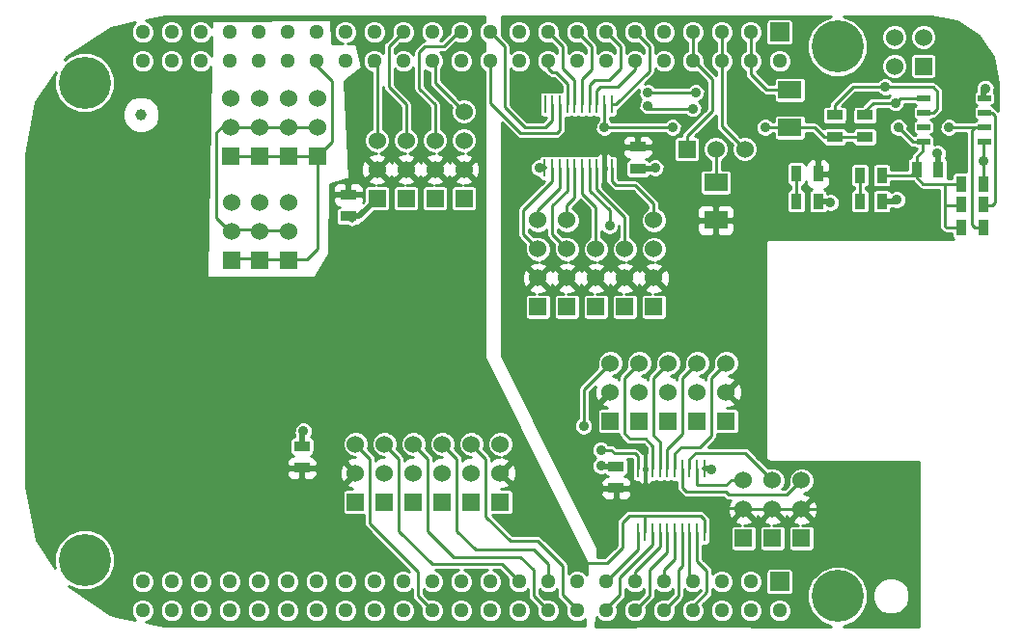
<source format=gtl>
G04 (created by PCBNEW (2013-05-31 BZR 4019)-stable) date 7/13/2014 9:38:05 PM*
%MOIN*%
G04 Gerber Fmt 3.4, Leading zero omitted, Abs format*
%FSLAX34Y34*%
G01*
G70*
G90*
G04 APERTURE LIST*
%ADD10C,0.00590551*%
%ADD11R,0.00984252X0.0610236*%
%ADD12R,0.08X0.06*%
%ADD13R,0.035X0.055*%
%ADD14R,0.055X0.035*%
%ADD15R,0.06X0.06*%
%ADD16C,0.06*%
%ADD17C,0.0393701*%
%ADD18R,0.045X0.02*%
%ADD19C,0.18*%
%ADD20R,0.065X0.065*%
%ADD21C,0.0512*%
%ADD22C,0.035*%
%ADD23C,0.01*%
%ADD24C,0.02*%
G04 APERTURE END LIST*
G54D10*
G54D11*
X18138Y-5452D03*
X18404Y-5452D03*
X18660Y-5452D03*
X18916Y-5452D03*
X19172Y-5452D03*
X19427Y-5452D03*
X19683Y-5452D03*
X19939Y-5452D03*
X20195Y-5452D03*
X20451Y-5452D03*
X20451Y-3247D03*
X20195Y-3247D03*
X19939Y-3247D03*
X19683Y-3247D03*
X19427Y-3247D03*
X19172Y-3247D03*
X18916Y-3247D03*
X18660Y-3247D03*
X18404Y-3247D03*
X18148Y-3247D03*
X23661Y-15847D03*
X23395Y-15847D03*
X23139Y-15847D03*
X22883Y-15847D03*
X22627Y-15847D03*
X22372Y-15847D03*
X22116Y-15847D03*
X21860Y-15847D03*
X21604Y-15847D03*
X21348Y-15847D03*
X21348Y-18052D03*
X21604Y-18052D03*
X21860Y-18052D03*
X22116Y-18052D03*
X22372Y-18052D03*
X22627Y-18052D03*
X22883Y-18052D03*
X23139Y-18052D03*
X23395Y-18052D03*
X23651Y-18052D03*
G54D12*
X24050Y-7250D03*
X24050Y-5950D03*
G54D13*
X30975Y-5500D03*
X31725Y-5500D03*
G54D14*
X20600Y-16525D03*
X20600Y-15775D03*
X21350Y-4725D03*
X21350Y-5475D03*
X9750Y-15825D03*
X9750Y-15075D03*
X11350Y-6375D03*
X11350Y-7125D03*
G54D13*
X26825Y-6600D03*
X27575Y-6600D03*
X27575Y-5650D03*
X26825Y-5650D03*
G54D14*
X29200Y-4375D03*
X29200Y-3625D03*
X28150Y-4375D03*
X28150Y-3625D03*
G54D13*
X32525Y-6720D03*
X33275Y-6720D03*
X32525Y-7500D03*
X33275Y-7500D03*
X32525Y-6000D03*
X33275Y-6000D03*
G54D15*
X18900Y-10250D03*
G54D16*
X18900Y-9250D03*
X18900Y-8250D03*
X18900Y-7250D03*
G54D15*
X15350Y-6500D03*
G54D16*
X15350Y-5500D03*
X15350Y-4500D03*
X15350Y-3500D03*
G54D15*
X21900Y-10250D03*
G54D16*
X21900Y-9250D03*
X21900Y-8250D03*
X21900Y-7250D03*
G54D15*
X17900Y-10250D03*
G54D16*
X17900Y-9250D03*
X17900Y-8250D03*
X17900Y-7250D03*
G54D15*
X20900Y-10250D03*
G54D16*
X20900Y-9250D03*
X20900Y-8250D03*
G54D15*
X23400Y-14200D03*
G54D16*
X23400Y-13200D03*
X23400Y-12200D03*
G54D15*
X24400Y-14200D03*
G54D16*
X24400Y-13200D03*
X24400Y-12200D03*
G54D15*
X27000Y-18250D03*
G54D16*
X27000Y-17250D03*
X27000Y-16250D03*
G54D15*
X26000Y-18250D03*
G54D16*
X26000Y-17250D03*
X26000Y-16250D03*
G54D15*
X25000Y-18250D03*
G54D16*
X25000Y-17250D03*
X25000Y-16250D03*
G54D15*
X11600Y-17000D03*
G54D16*
X11600Y-16000D03*
X11600Y-15000D03*
G54D15*
X12600Y-17000D03*
G54D16*
X12600Y-16000D03*
X12600Y-15000D03*
G54D15*
X13600Y-17000D03*
G54D16*
X13600Y-16000D03*
X13600Y-15000D03*
G54D15*
X14600Y-17000D03*
G54D16*
X14600Y-16000D03*
X14600Y-15000D03*
G54D15*
X15600Y-17000D03*
G54D16*
X15600Y-16000D03*
X15600Y-15000D03*
G54D15*
X16600Y-17000D03*
G54D16*
X16600Y-16000D03*
X16600Y-15000D03*
G54D15*
X7300Y-5050D03*
G54D16*
X7300Y-4050D03*
X7300Y-3050D03*
G54D15*
X9300Y-5050D03*
G54D16*
X9300Y-4050D03*
X9300Y-3050D03*
G54D15*
X7310Y-8650D03*
G54D16*
X7310Y-7650D03*
X7310Y-6650D03*
G54D15*
X8300Y-8650D03*
G54D16*
X8300Y-7650D03*
X8300Y-6650D03*
G54D15*
X10300Y-5050D03*
G54D16*
X10300Y-4050D03*
X10300Y-3050D03*
G54D15*
X9300Y-8650D03*
G54D16*
X9300Y-7650D03*
X9300Y-6650D03*
G54D15*
X13350Y-6500D03*
G54D16*
X13350Y-5500D03*
X13350Y-4500D03*
G54D15*
X14350Y-6500D03*
G54D16*
X14350Y-5500D03*
X14350Y-4500D03*
G54D15*
X19900Y-10250D03*
G54D16*
X19900Y-9250D03*
X19900Y-8250D03*
G54D15*
X20400Y-14200D03*
G54D16*
X20400Y-13200D03*
X20400Y-12200D03*
G54D15*
X21400Y-14200D03*
G54D16*
X21400Y-13200D03*
X21400Y-12200D03*
G54D15*
X22400Y-14200D03*
G54D16*
X22400Y-13200D03*
X22400Y-12200D03*
G54D15*
X8300Y-5050D03*
G54D16*
X8300Y-4050D03*
X8300Y-3050D03*
G54D15*
X31220Y-1930D03*
G54D16*
X30220Y-1930D03*
X31220Y-930D03*
X30220Y-930D03*
G54D17*
X29700Y-18550D03*
X4200Y-3600D03*
G54D18*
X31220Y-4540D03*
X33320Y-4540D03*
X31220Y-4040D03*
X31220Y-3540D03*
X31220Y-3040D03*
X33320Y-4040D03*
X33320Y-3540D03*
X33320Y-3040D03*
G54D15*
X12350Y-6500D03*
G54D16*
X12350Y-5500D03*
X12350Y-4500D03*
G54D15*
X23050Y-4800D03*
G54D16*
X24050Y-4800D03*
X25050Y-4800D03*
G54D12*
X26600Y-4050D03*
X26600Y-2750D03*
G54D19*
X2250Y-2500D03*
X28250Y-1250D03*
X28250Y-20250D03*
X2250Y-19000D03*
G54D20*
X26250Y-750D03*
G54D21*
X26250Y-1750D03*
X25250Y-750D03*
X25250Y-1750D03*
X24250Y-750D03*
X24250Y-1750D03*
X23250Y-750D03*
X23250Y-1750D03*
X22250Y-750D03*
X22250Y-1750D03*
X21250Y-750D03*
X21250Y-1750D03*
X20250Y-750D03*
X20250Y-1750D03*
X19250Y-750D03*
X19250Y-1750D03*
X18250Y-750D03*
X18250Y-1750D03*
X17250Y-750D03*
X17250Y-1750D03*
X16250Y-750D03*
X16250Y-1750D03*
X15250Y-750D03*
X15250Y-1750D03*
X14250Y-750D03*
X14250Y-1750D03*
X13250Y-750D03*
X13250Y-1750D03*
X12250Y-750D03*
X12250Y-1750D03*
X11250Y-750D03*
X11250Y-1750D03*
X10250Y-750D03*
X10250Y-1750D03*
X9250Y-750D03*
X9250Y-1750D03*
X8250Y-750D03*
X8250Y-1750D03*
X7250Y-750D03*
X7250Y-1750D03*
X6250Y-750D03*
X6250Y-1750D03*
X5250Y-750D03*
X5250Y-1750D03*
X4250Y-750D03*
X4250Y-1750D03*
G54D20*
X26250Y-19750D03*
G54D21*
X26250Y-20750D03*
X25250Y-19750D03*
X25250Y-20750D03*
X24250Y-19750D03*
X24250Y-20750D03*
X23250Y-19750D03*
X23250Y-20750D03*
X22250Y-19750D03*
X22250Y-20750D03*
X21250Y-19750D03*
X21250Y-20750D03*
X20250Y-19750D03*
X20250Y-20750D03*
X19250Y-19750D03*
X19250Y-20750D03*
X18250Y-19750D03*
X18250Y-20750D03*
X17250Y-19750D03*
X17250Y-20750D03*
X16250Y-19750D03*
X16250Y-20750D03*
X15250Y-19750D03*
X15250Y-20750D03*
X14250Y-19750D03*
X14250Y-20750D03*
X13250Y-19750D03*
X13250Y-20750D03*
X12250Y-19750D03*
X12250Y-20750D03*
X11250Y-19750D03*
X11250Y-20750D03*
X10250Y-19750D03*
X10250Y-20750D03*
X9250Y-19750D03*
X9250Y-20750D03*
X8250Y-19750D03*
X8250Y-20750D03*
X7250Y-19750D03*
X7250Y-20750D03*
X6250Y-19750D03*
X6250Y-20750D03*
X5250Y-19750D03*
X5250Y-20750D03*
X4250Y-19750D03*
X4250Y-20750D03*
G54D13*
X29025Y-6600D03*
X29775Y-6600D03*
X29775Y-5700D03*
X29025Y-5700D03*
G54D22*
X20075Y-15200D03*
X19475Y-14375D03*
X33300Y-5200D03*
X32100Y-4050D03*
X29900Y-2650D03*
X21700Y-2850D03*
X23350Y-2850D03*
X30250Y-3200D03*
X23250Y-3400D03*
X21700Y-3300D03*
X20375Y-7450D03*
X20075Y-15750D03*
X30300Y-6550D03*
X28000Y-6650D03*
X9800Y-14550D03*
X17950Y-5450D03*
X21950Y-5450D03*
X33350Y-2700D03*
X31700Y-4950D03*
X23900Y-15890D03*
X25750Y-4050D03*
X30350Y-4050D03*
X22550Y-4050D03*
X15950Y-4100D03*
X20200Y-4050D03*
G54D23*
X17250Y-19750D02*
X16650Y-19150D01*
X16650Y-19150D02*
X14250Y-19150D01*
X14250Y-19150D02*
X13100Y-18000D01*
X13100Y-18000D02*
X13100Y-15510D01*
X13100Y-15510D02*
X12600Y-15010D01*
X21348Y-18052D02*
X21348Y-18651D01*
X21348Y-18651D02*
X20250Y-19750D01*
X21860Y-15847D02*
X21860Y-15060D01*
X21075Y-14825D02*
X20900Y-14650D01*
X21625Y-14825D02*
X21075Y-14825D01*
X21860Y-15060D02*
X21625Y-14825D01*
X20900Y-12700D02*
X21400Y-12200D01*
X20900Y-14650D02*
X20900Y-12700D01*
X22372Y-15847D02*
X22372Y-15177D01*
X22900Y-12700D02*
X23400Y-12200D01*
X22900Y-14650D02*
X22900Y-12700D01*
X22372Y-15177D02*
X22900Y-14650D01*
X22116Y-15847D02*
X22116Y-14916D01*
X21900Y-12700D02*
X22400Y-12200D01*
X21900Y-14700D02*
X21900Y-12700D01*
X22116Y-14916D02*
X21900Y-14700D01*
X20250Y-20750D02*
X20250Y-20690D01*
X20740Y-19610D02*
X21860Y-18489D01*
X20740Y-20200D02*
X20740Y-19610D01*
X20250Y-20690D02*
X20740Y-20200D01*
X21860Y-18052D02*
X21860Y-18489D01*
X18250Y-19750D02*
X18250Y-19150D01*
X18250Y-19150D02*
X17750Y-18650D01*
X17750Y-18650D02*
X15750Y-18650D01*
X15750Y-18650D02*
X15100Y-18000D01*
X15100Y-18000D02*
X15100Y-15500D01*
X15100Y-15500D02*
X14600Y-15000D01*
X21250Y-20750D02*
X21250Y-20740D01*
X22372Y-18737D02*
X22372Y-18052D01*
X21760Y-19350D02*
X22372Y-18737D01*
X21760Y-20230D02*
X21760Y-19350D01*
X21250Y-20740D02*
X21760Y-20230D01*
X22116Y-18052D02*
X22116Y-18533D01*
X21250Y-19400D02*
X21250Y-19750D01*
X22116Y-18533D02*
X21250Y-19400D01*
X17900Y-18350D02*
X16950Y-18350D01*
X16100Y-15510D02*
X15600Y-15010D01*
X16100Y-17500D02*
X16100Y-15510D01*
X16950Y-18350D02*
X16100Y-17500D01*
X19250Y-20750D02*
X19250Y-20700D01*
X19250Y-20700D02*
X18750Y-20200D01*
X18750Y-20200D02*
X18750Y-19200D01*
X18750Y-19200D02*
X17900Y-18350D01*
X14250Y-20750D02*
X13750Y-20250D01*
X13750Y-20250D02*
X13750Y-19400D01*
X13750Y-19400D02*
X12100Y-17750D01*
X12100Y-17750D02*
X12100Y-15500D01*
X12100Y-15500D02*
X11600Y-15000D01*
X18250Y-20750D02*
X17750Y-20250D01*
X17750Y-20250D02*
X17750Y-19350D01*
X17750Y-19350D02*
X17300Y-18900D01*
X17300Y-18900D02*
X15000Y-18900D01*
X15000Y-18900D02*
X14100Y-18000D01*
X14100Y-18000D02*
X14100Y-15500D01*
X14100Y-15500D02*
X13600Y-15000D01*
X20075Y-15200D02*
X20425Y-15200D01*
X20550Y-15325D02*
X21250Y-15325D01*
X20425Y-15200D02*
X20550Y-15325D01*
X21348Y-15847D02*
X21348Y-15423D01*
X21348Y-15423D02*
X21250Y-15325D01*
X19500Y-13100D02*
X20400Y-12200D01*
X19500Y-14350D02*
X19500Y-13100D01*
X19475Y-14375D02*
X19500Y-14350D01*
X23139Y-15847D02*
X23139Y-15510D01*
X25050Y-15300D02*
X26000Y-16250D01*
X23350Y-15300D02*
X25050Y-15300D01*
X23139Y-15510D02*
X23350Y-15300D01*
X25830Y-16080D02*
X26000Y-16250D01*
X22627Y-15847D02*
X22627Y-15322D01*
X22627Y-15322D02*
X22850Y-15100D01*
X22850Y-15100D02*
X23500Y-15100D01*
X23500Y-15100D02*
X23900Y-14700D01*
X23900Y-14700D02*
X23900Y-12700D01*
X23900Y-12700D02*
X24400Y-12200D01*
X26500Y-16750D02*
X24475Y-16750D01*
X23025Y-16650D02*
X22883Y-16508D01*
X24375Y-16650D02*
X23025Y-16650D01*
X24475Y-16750D02*
X24375Y-16650D01*
X22883Y-15847D02*
X22883Y-16508D01*
X26500Y-16750D02*
X27000Y-16250D01*
X25000Y-16250D02*
X24575Y-16250D01*
X24400Y-16425D02*
X23395Y-16425D01*
X24575Y-16250D02*
X24400Y-16425D01*
X23395Y-15847D02*
X23395Y-16425D01*
X23139Y-18052D02*
X23139Y-19639D01*
X23139Y-19639D02*
X23250Y-19750D01*
X22627Y-18052D02*
X22627Y-18972D01*
X22250Y-19350D02*
X22250Y-19750D01*
X22627Y-18972D02*
X22250Y-19350D01*
X22883Y-18052D02*
X22883Y-19216D01*
X22750Y-20250D02*
X22250Y-20750D01*
X22750Y-19350D02*
X22750Y-20250D01*
X22883Y-19216D02*
X22750Y-19350D01*
X23395Y-18052D02*
X23395Y-19045D01*
X23395Y-19045D02*
X23740Y-19390D01*
X23250Y-20750D02*
X23250Y-20610D01*
X23740Y-20120D02*
X23740Y-19390D01*
X23250Y-20610D02*
X23740Y-20120D01*
X33300Y-4550D02*
X33300Y-5200D01*
X33300Y-4550D02*
X33300Y-5975D01*
X33300Y-5975D02*
X33275Y-6000D01*
X32100Y-4050D02*
X33300Y-4050D01*
X33000Y-4050D02*
X33300Y-4050D01*
X32900Y-4150D02*
X33000Y-4050D01*
X32900Y-7400D02*
X32900Y-4150D01*
X33000Y-7500D02*
X32900Y-7400D01*
X33275Y-7500D02*
X33000Y-7500D01*
X33275Y-6750D02*
X33600Y-6750D01*
X33600Y-6750D02*
X33700Y-6650D01*
X33700Y-6650D02*
X33700Y-3650D01*
X33700Y-3650D02*
X33600Y-3550D01*
X33600Y-3550D02*
X33300Y-3550D01*
X7320Y-8590D02*
X8300Y-8590D01*
X8300Y-8590D02*
X8320Y-8610D01*
X8320Y-8610D02*
X9340Y-8610D01*
X8320Y-8610D02*
X9940Y-8610D01*
X9940Y-8610D02*
X10300Y-8250D01*
X10300Y-8250D02*
X10300Y-5030D01*
X10250Y-1750D02*
X10250Y-1900D01*
X10250Y-1900D02*
X10800Y-2450D01*
X7300Y-5030D02*
X8300Y-5030D01*
X8300Y-5030D02*
X9300Y-5030D01*
X9300Y-5030D02*
X10300Y-5030D01*
X10300Y-5030D02*
X10800Y-4530D01*
X10800Y-4530D02*
X10800Y-2450D01*
X19427Y-5452D02*
X19427Y-6327D01*
X19900Y-6800D02*
X19900Y-8250D01*
X19427Y-6327D02*
X19900Y-6800D01*
X19939Y-5452D02*
X19939Y-6189D01*
X20900Y-7150D02*
X20900Y-8250D01*
X19939Y-6189D02*
X20900Y-7150D01*
X19427Y-3247D02*
X19427Y-2372D01*
X19750Y-1250D02*
X19250Y-750D01*
X19750Y-2050D02*
X19750Y-1250D01*
X19427Y-2372D02*
X19750Y-2050D01*
X14350Y-4500D02*
X14350Y-3250D01*
X15150Y-750D02*
X15250Y-750D01*
X14650Y-1250D02*
X15150Y-750D01*
X14000Y-1250D02*
X14650Y-1250D01*
X13800Y-1450D02*
X14000Y-1250D01*
X13800Y-2700D02*
X13800Y-1450D01*
X14350Y-3250D02*
X13800Y-2700D01*
X19939Y-3247D02*
X19939Y-2760D01*
X21250Y-2050D02*
X21250Y-1750D01*
X20650Y-2650D02*
X21250Y-2050D01*
X20050Y-2650D02*
X20650Y-2650D01*
X19939Y-2760D02*
X20050Y-2650D01*
X13250Y-750D02*
X12750Y-1250D01*
X13350Y-3250D02*
X13350Y-4500D01*
X12750Y-2650D02*
X13350Y-3250D01*
X12750Y-1250D02*
X12750Y-2650D01*
X19172Y-5452D02*
X19172Y-6477D01*
X18900Y-6750D02*
X18900Y-7250D01*
X19172Y-6477D02*
X18900Y-6750D01*
X18916Y-5452D02*
X18916Y-6233D01*
X18400Y-7750D02*
X18900Y-8250D01*
X18400Y-6750D02*
X18400Y-7750D01*
X18916Y-6233D02*
X18400Y-6750D01*
X19172Y-3247D02*
X19172Y-2422D01*
X19172Y-2422D02*
X18750Y-2000D01*
X18750Y-1250D02*
X18250Y-750D01*
X18750Y-2000D02*
X18750Y-1250D01*
X18916Y-3247D02*
X18916Y-2533D01*
X18400Y-2150D02*
X18250Y-2000D01*
X18532Y-2150D02*
X18400Y-2150D01*
X18916Y-2533D02*
X18532Y-2150D01*
X18250Y-2000D02*
X18250Y-1750D01*
X18250Y-1750D02*
X18250Y-1850D01*
X29900Y-2650D02*
X28775Y-2650D01*
X28150Y-3275D02*
X28150Y-3625D01*
X28775Y-2650D02*
X28150Y-3275D01*
X29900Y-2650D02*
X31550Y-2650D01*
X31550Y-3550D02*
X31200Y-3550D01*
X31700Y-3400D02*
X31550Y-3550D01*
X31700Y-2800D02*
X31700Y-3400D01*
X31550Y-2650D02*
X31700Y-2800D01*
X21700Y-2850D02*
X23350Y-2850D01*
X30250Y-3200D02*
X29475Y-3200D01*
X29200Y-3475D02*
X29200Y-3675D01*
X29475Y-3200D02*
X29200Y-3475D01*
X30410Y-3040D02*
X31220Y-3040D01*
X30250Y-3200D02*
X30410Y-3040D01*
X21800Y-3400D02*
X23250Y-3400D01*
X21700Y-3300D02*
X21800Y-3400D01*
X12350Y-4500D02*
X12350Y-1850D01*
X12350Y-1850D02*
X12250Y-1750D01*
X12100Y-1900D02*
X12250Y-1750D01*
X12250Y-1920D02*
X12250Y-1750D01*
X23250Y-1750D02*
X23290Y-1750D01*
X23050Y-4350D02*
X23050Y-4800D01*
X23920Y-3480D02*
X23050Y-4350D01*
X23920Y-2380D02*
X23920Y-3480D01*
X23290Y-1750D02*
X23920Y-2380D01*
X23250Y-750D02*
X23250Y-1750D01*
X18660Y-5452D02*
X18660Y-6139D01*
X17900Y-6900D02*
X17900Y-7250D01*
X18660Y-6139D02*
X17900Y-6900D01*
X18404Y-5452D02*
X18404Y-5895D01*
X17400Y-7750D02*
X17900Y-8250D01*
X17400Y-6900D02*
X17400Y-7750D01*
X18404Y-5895D02*
X17400Y-6900D01*
X20451Y-5452D02*
X20451Y-5901D01*
X20451Y-5901D02*
X20600Y-6050D01*
X20600Y-6050D02*
X21260Y-6050D01*
X21260Y-6050D02*
X21900Y-6690D01*
X21900Y-6690D02*
X21900Y-7250D01*
X19683Y-5452D02*
X19683Y-6233D01*
X20375Y-6925D02*
X20375Y-7450D01*
X19683Y-6233D02*
X20375Y-6925D01*
X15350Y-3500D02*
X14350Y-2500D01*
X14350Y-1850D02*
X14250Y-1750D01*
X14350Y-2500D02*
X14350Y-1850D01*
X16250Y-1750D02*
X16250Y-3200D01*
X18660Y-4139D02*
X18660Y-3247D01*
X18550Y-4250D02*
X18660Y-4139D01*
X17300Y-4250D02*
X18550Y-4250D01*
X16250Y-3200D02*
X17300Y-4250D01*
X18404Y-3247D02*
X18404Y-3795D01*
X16750Y-1250D02*
X16250Y-750D01*
X16750Y-3350D02*
X16750Y-1250D01*
X17449Y-4049D02*
X16750Y-3350D01*
X18150Y-4049D02*
X17449Y-4049D01*
X18404Y-3795D02*
X18150Y-4049D01*
X20451Y-3247D02*
X20602Y-3247D01*
X21750Y-1250D02*
X21250Y-750D01*
X21750Y-2100D02*
X21750Y-1250D01*
X20602Y-3247D02*
X21750Y-2100D01*
X19683Y-3247D02*
X19683Y-2566D01*
X20750Y-1250D02*
X20250Y-750D01*
X20750Y-2000D02*
X20750Y-1250D01*
X20350Y-2400D02*
X20750Y-2000D01*
X19850Y-2400D02*
X20350Y-2400D01*
X19683Y-2566D02*
X19850Y-2400D01*
X25250Y-1750D02*
X25250Y-2200D01*
X25800Y-2750D02*
X26600Y-2750D01*
X25250Y-2200D02*
X25800Y-2750D01*
X25250Y-1750D02*
X25250Y-750D01*
X7320Y-7590D02*
X7200Y-7590D01*
X7200Y-7590D02*
X6800Y-7190D01*
X6800Y-7190D02*
X6800Y-4210D01*
X6800Y-4210D02*
X6980Y-4030D01*
X7320Y-7590D02*
X8300Y-7590D01*
X8300Y-7590D02*
X8320Y-7610D01*
X6980Y-4030D02*
X7300Y-4030D01*
X9340Y-7610D02*
X8320Y-7610D01*
X7300Y-4030D02*
X8300Y-4030D01*
X8300Y-4030D02*
X9300Y-4030D01*
X9300Y-4030D02*
X10300Y-4030D01*
G54D24*
X11350Y-7125D02*
X11725Y-7125D01*
X11725Y-7125D02*
X12350Y-6500D01*
X20600Y-15775D02*
X20100Y-15775D01*
X20100Y-15775D02*
X20075Y-15750D01*
G54D23*
X20398Y-14051D02*
X20400Y-14050D01*
G54D24*
X29775Y-6600D02*
X30250Y-6600D01*
X30250Y-6600D02*
X30300Y-6550D01*
X27575Y-6600D02*
X27950Y-6600D01*
X27950Y-6600D02*
X28000Y-6650D01*
X9750Y-15075D02*
X9750Y-14600D01*
X9750Y-14600D02*
X9800Y-14550D01*
X18138Y-5452D02*
X17952Y-5452D01*
X17952Y-5452D02*
X17950Y-5450D01*
X21350Y-5475D02*
X21925Y-5475D01*
X21925Y-5475D02*
X21950Y-5450D01*
X11475Y-7250D02*
X11350Y-7125D01*
X33300Y-3050D02*
X33300Y-2750D01*
X33300Y-2750D02*
X33350Y-2700D01*
X31725Y-5500D02*
X31725Y-4975D01*
X31725Y-4975D02*
X31700Y-4950D01*
X23661Y-15847D02*
X23857Y-15847D01*
X23857Y-15847D02*
X23900Y-15890D01*
G54D23*
X26825Y-5650D02*
X26825Y-6600D01*
X29025Y-5700D02*
X29025Y-6600D01*
X24050Y-5950D02*
X24050Y-4800D01*
X21604Y-18052D02*
X21604Y-17475D01*
X21604Y-17475D02*
X21050Y-17475D01*
X21050Y-17475D02*
X20825Y-17700D01*
X20275Y-19125D02*
X19550Y-19125D01*
X20825Y-18575D02*
X20275Y-19125D01*
X20825Y-17700D02*
X20825Y-18575D01*
X29775Y-5700D02*
X30775Y-5700D01*
X30775Y-5700D02*
X30975Y-5500D01*
X28150Y-4375D02*
X27775Y-4375D01*
X27450Y-4050D02*
X26600Y-4050D01*
X27775Y-4375D02*
X27450Y-4050D01*
X28150Y-4375D02*
X29150Y-4375D01*
X29150Y-4375D02*
X29200Y-4425D01*
X26600Y-4050D02*
X25750Y-4050D01*
X30350Y-4050D02*
X30850Y-4550D01*
X20200Y-4050D02*
X22550Y-4050D01*
X20195Y-3247D02*
X20195Y-4045D01*
X20195Y-4045D02*
X20200Y-4050D01*
X23651Y-18052D02*
X23651Y-17601D01*
X23651Y-17601D02*
X23525Y-17475D01*
X23525Y-17475D02*
X21604Y-17475D01*
X31200Y-4550D02*
X30850Y-4550D01*
X31200Y-4550D02*
X31200Y-4850D01*
X30975Y-5075D02*
X30975Y-5500D01*
X31200Y-4850D02*
X30975Y-5075D01*
X30975Y-5500D02*
X30975Y-5775D01*
X31200Y-6000D02*
X31950Y-6000D01*
X30975Y-5775D02*
X31200Y-6000D01*
X32525Y-6750D02*
X31950Y-6750D01*
X32525Y-7500D02*
X32000Y-7500D01*
X31950Y-7450D02*
X31950Y-6750D01*
X31950Y-6750D02*
X31950Y-6000D01*
X32000Y-7500D02*
X31950Y-7450D01*
X31950Y-6000D02*
X32525Y-6000D01*
X24425Y-17225D02*
X24975Y-17225D01*
X24975Y-17225D02*
X25000Y-17250D01*
X25000Y-17250D02*
X27000Y-17250D01*
X27000Y-17250D02*
X27750Y-17250D01*
X24400Y-13050D02*
X24420Y-13050D01*
X24250Y-1750D02*
X24250Y-4000D01*
X24250Y-4000D02*
X25050Y-4800D01*
X24250Y-750D02*
X24250Y-1750D01*
G54D10*
G36*
X21476Y-13205D02*
X21405Y-13276D01*
X21400Y-13270D01*
X21394Y-13276D01*
X21323Y-13205D01*
X21329Y-13200D01*
X21323Y-13194D01*
X21394Y-13123D01*
X21400Y-13129D01*
X21405Y-13123D01*
X21476Y-13194D01*
X21470Y-13200D01*
X21476Y-13205D01*
X21476Y-13205D01*
G37*
G54D23*
X21476Y-13205D02*
X21405Y-13276D01*
X21400Y-13270D01*
X21394Y-13276D01*
X21323Y-13205D01*
X21329Y-13200D01*
X21323Y-13194D01*
X21394Y-13123D01*
X21400Y-13129D01*
X21405Y-13123D01*
X21476Y-13194D01*
X21470Y-13200D01*
X21476Y-13205D01*
G54D10*
G36*
X22476Y-13205D02*
X22405Y-13276D01*
X22400Y-13270D01*
X22394Y-13276D01*
X22323Y-13205D01*
X22329Y-13200D01*
X22323Y-13194D01*
X22394Y-13123D01*
X22400Y-13129D01*
X22405Y-13123D01*
X22476Y-13194D01*
X22470Y-13200D01*
X22476Y-13205D01*
X22476Y-13205D01*
G37*
G54D23*
X22476Y-13205D02*
X22405Y-13276D01*
X22400Y-13270D01*
X22394Y-13276D01*
X22323Y-13205D01*
X22329Y-13200D01*
X22323Y-13194D01*
X22394Y-13123D01*
X22400Y-13129D01*
X22405Y-13123D01*
X22476Y-13194D01*
X22470Y-13200D01*
X22476Y-13205D01*
G54D10*
G36*
X23476Y-13205D02*
X23405Y-13276D01*
X23400Y-13270D01*
X23394Y-13276D01*
X23323Y-13205D01*
X23329Y-13200D01*
X23323Y-13194D01*
X23394Y-13123D01*
X23400Y-13129D01*
X23405Y-13123D01*
X23476Y-13194D01*
X23470Y-13200D01*
X23476Y-13205D01*
X23476Y-13205D01*
G37*
G54D23*
X23476Y-13205D02*
X23405Y-13276D01*
X23400Y-13270D01*
X23394Y-13276D01*
X23323Y-13205D01*
X23329Y-13200D01*
X23323Y-13194D01*
X23394Y-13123D01*
X23400Y-13129D01*
X23405Y-13123D01*
X23476Y-13194D01*
X23470Y-13200D01*
X23476Y-13205D01*
G54D10*
G36*
X33795Y-3462D02*
X33741Y-3408D01*
X33676Y-3365D01*
X33676Y-3365D01*
X33672Y-3355D01*
X33630Y-3312D01*
X33574Y-3290D01*
X33574Y-3290D01*
X33629Y-3267D01*
X33672Y-3225D01*
X33694Y-3169D01*
X33695Y-3110D01*
X33695Y-2910D01*
X33672Y-2855D01*
X33647Y-2830D01*
X33674Y-2764D01*
X33675Y-2635D01*
X33625Y-2516D01*
X33534Y-2424D01*
X33414Y-2375D01*
X33285Y-2374D01*
X33166Y-2424D01*
X33074Y-2515D01*
X33025Y-2635D01*
X33024Y-2764D01*
X33039Y-2800D01*
X33010Y-2812D01*
X32967Y-2854D01*
X32945Y-2910D01*
X32944Y-2969D01*
X32944Y-3169D01*
X32967Y-3224D01*
X33009Y-3267D01*
X33065Y-3289D01*
X33065Y-3289D01*
X33010Y-3312D01*
X32967Y-3354D01*
X32945Y-3410D01*
X32944Y-3469D01*
X32944Y-3669D01*
X32967Y-3724D01*
X33009Y-3767D01*
X33065Y-3789D01*
X33065Y-3789D01*
X33010Y-3812D01*
X32972Y-3850D01*
X32359Y-3850D01*
X32284Y-3774D01*
X32164Y-3725D01*
X32035Y-3724D01*
X31916Y-3774D01*
X31824Y-3865D01*
X31775Y-3985D01*
X31774Y-4114D01*
X31824Y-4233D01*
X31915Y-4325D01*
X32035Y-4374D01*
X32164Y-4375D01*
X32283Y-4325D01*
X32359Y-4250D01*
X32700Y-4250D01*
X32700Y-5574D01*
X32670Y-5574D01*
X32320Y-5574D01*
X32265Y-5597D01*
X32222Y-5639D01*
X32200Y-5695D01*
X32199Y-5754D01*
X32199Y-5800D01*
X32049Y-5800D01*
X32050Y-5745D01*
X32050Y-5195D01*
X32027Y-5140D01*
X31988Y-5101D01*
X32024Y-5014D01*
X32025Y-4885D01*
X31975Y-4766D01*
X31884Y-4674D01*
X31764Y-4625D01*
X31635Y-4624D01*
X31594Y-4641D01*
X31595Y-4610D01*
X31595Y-4410D01*
X31572Y-4355D01*
X31530Y-4312D01*
X31474Y-4290D01*
X31474Y-4290D01*
X31529Y-4267D01*
X31572Y-4225D01*
X31594Y-4169D01*
X31595Y-4110D01*
X31595Y-3910D01*
X31572Y-3855D01*
X31530Y-3812D01*
X31474Y-3790D01*
X31474Y-3790D01*
X31529Y-3767D01*
X31547Y-3750D01*
X31550Y-3750D01*
X31626Y-3734D01*
X31691Y-3691D01*
X31841Y-3541D01*
X31841Y-3541D01*
X31884Y-3476D01*
X31884Y-3476D01*
X31887Y-3463D01*
X31899Y-3400D01*
X31900Y-3400D01*
X31900Y-2800D01*
X31887Y-2736D01*
X31884Y-2723D01*
X31884Y-2723D01*
X31841Y-2658D01*
X31841Y-2658D01*
X31691Y-2508D01*
X31670Y-2494D01*
X31670Y-840D01*
X31601Y-675D01*
X31475Y-548D01*
X31309Y-480D01*
X31130Y-479D01*
X30965Y-548D01*
X30838Y-674D01*
X30770Y-840D01*
X30769Y-1019D01*
X30838Y-1184D01*
X30964Y-1311D01*
X31130Y-1379D01*
X31309Y-1380D01*
X31474Y-1311D01*
X31601Y-1185D01*
X31669Y-1019D01*
X31670Y-840D01*
X31670Y-2494D01*
X31670Y-2494D01*
X31670Y-2200D01*
X31670Y-1600D01*
X31647Y-1545D01*
X31605Y-1502D01*
X31549Y-1480D01*
X31490Y-1479D01*
X30890Y-1479D01*
X30835Y-1502D01*
X30792Y-1544D01*
X30770Y-1600D01*
X30769Y-1659D01*
X30769Y-2259D01*
X30792Y-2314D01*
X30834Y-2357D01*
X30890Y-2379D01*
X30949Y-2380D01*
X31549Y-2380D01*
X31604Y-2357D01*
X31647Y-2315D01*
X31669Y-2259D01*
X31670Y-2200D01*
X31670Y-2494D01*
X31626Y-2465D01*
X31550Y-2450D01*
X30670Y-2450D01*
X30670Y-1840D01*
X30670Y-840D01*
X30601Y-675D01*
X30475Y-548D01*
X30309Y-480D01*
X30130Y-479D01*
X29965Y-548D01*
X29838Y-674D01*
X29770Y-840D01*
X29769Y-1019D01*
X29838Y-1184D01*
X29964Y-1311D01*
X30130Y-1379D01*
X30309Y-1380D01*
X30474Y-1311D01*
X30601Y-1185D01*
X30669Y-1019D01*
X30670Y-840D01*
X30670Y-1840D01*
X30601Y-1675D01*
X30475Y-1548D01*
X30309Y-1480D01*
X30130Y-1479D01*
X29965Y-1548D01*
X29838Y-1674D01*
X29770Y-1840D01*
X29769Y-2019D01*
X29838Y-2184D01*
X29964Y-2311D01*
X30130Y-2379D01*
X30309Y-2380D01*
X30474Y-2311D01*
X30601Y-2185D01*
X30669Y-2019D01*
X30670Y-1840D01*
X30670Y-2450D01*
X30159Y-2450D01*
X30084Y-2374D01*
X29964Y-2325D01*
X29835Y-2324D01*
X29716Y-2374D01*
X29640Y-2450D01*
X28775Y-2450D01*
X28698Y-2465D01*
X28633Y-2508D01*
X28008Y-3133D01*
X27965Y-3198D01*
X27950Y-3275D01*
X27950Y-3299D01*
X27845Y-3299D01*
X27790Y-3322D01*
X27747Y-3364D01*
X27725Y-3420D01*
X27724Y-3479D01*
X27724Y-3829D01*
X27747Y-3884D01*
X27789Y-3927D01*
X27845Y-3949D01*
X27904Y-3950D01*
X28454Y-3950D01*
X28509Y-3927D01*
X28552Y-3885D01*
X28574Y-3829D01*
X28575Y-3770D01*
X28575Y-3420D01*
X28552Y-3365D01*
X28510Y-3322D01*
X28454Y-3300D01*
X28407Y-3299D01*
X28857Y-2850D01*
X29640Y-2850D01*
X29715Y-2925D01*
X29835Y-2974D01*
X29964Y-2975D01*
X30051Y-2939D01*
X29990Y-3000D01*
X29475Y-3000D01*
X29398Y-3015D01*
X29333Y-3058D01*
X29092Y-3299D01*
X28895Y-3299D01*
X28840Y-3322D01*
X28797Y-3364D01*
X28775Y-3420D01*
X28774Y-3479D01*
X28774Y-3829D01*
X28797Y-3884D01*
X28839Y-3927D01*
X28895Y-3949D01*
X28954Y-3950D01*
X29504Y-3950D01*
X29559Y-3927D01*
X29602Y-3885D01*
X29624Y-3829D01*
X29625Y-3770D01*
X29625Y-3420D01*
X29616Y-3400D01*
X29990Y-3400D01*
X30065Y-3475D01*
X30185Y-3524D01*
X30314Y-3525D01*
X30433Y-3475D01*
X30525Y-3384D01*
X30574Y-3264D01*
X30574Y-3240D01*
X30882Y-3240D01*
X30909Y-3267D01*
X30965Y-3289D01*
X30965Y-3289D01*
X30910Y-3312D01*
X30867Y-3354D01*
X30845Y-3410D01*
X30844Y-3469D01*
X30844Y-3669D01*
X30867Y-3724D01*
X30909Y-3767D01*
X30965Y-3789D01*
X30965Y-3789D01*
X30910Y-3812D01*
X30867Y-3854D01*
X30845Y-3910D01*
X30844Y-3969D01*
X30844Y-4169D01*
X30867Y-4224D01*
X30909Y-4267D01*
X30965Y-4289D01*
X30965Y-4289D01*
X30910Y-4312D01*
X30902Y-4320D01*
X30674Y-4092D01*
X30675Y-3985D01*
X30625Y-3866D01*
X30534Y-3774D01*
X30414Y-3725D01*
X30285Y-3724D01*
X30166Y-3774D01*
X30074Y-3865D01*
X30025Y-3985D01*
X30024Y-4114D01*
X30074Y-4233D01*
X30165Y-4325D01*
X30285Y-4374D01*
X30392Y-4375D01*
X30708Y-4691D01*
X30773Y-4734D01*
X30773Y-4734D01*
X30786Y-4737D01*
X30850Y-4750D01*
X30892Y-4750D01*
X30909Y-4767D01*
X30965Y-4789D01*
X30977Y-4789D01*
X30833Y-4933D01*
X30790Y-4998D01*
X30775Y-5074D01*
X30770Y-5074D01*
X30715Y-5097D01*
X30672Y-5139D01*
X30650Y-5195D01*
X30649Y-5254D01*
X30649Y-5500D01*
X30100Y-5500D01*
X30100Y-5395D01*
X30077Y-5340D01*
X30035Y-5297D01*
X29979Y-5275D01*
X29920Y-5274D01*
X29625Y-5274D01*
X29625Y-4520D01*
X29625Y-4170D01*
X29602Y-4115D01*
X29560Y-4072D01*
X29504Y-4050D01*
X29445Y-4049D01*
X28895Y-4049D01*
X28840Y-4072D01*
X28797Y-4114D01*
X28775Y-4170D01*
X28775Y-4175D01*
X28575Y-4175D01*
X28575Y-4170D01*
X28552Y-4115D01*
X28510Y-4072D01*
X28454Y-4050D01*
X28395Y-4049D01*
X27845Y-4049D01*
X27790Y-4072D01*
X27772Y-4090D01*
X27591Y-3908D01*
X27526Y-3865D01*
X27450Y-3850D01*
X27150Y-3850D01*
X27150Y-3720D01*
X27150Y-3020D01*
X27150Y-2420D01*
X27127Y-2365D01*
X27085Y-2322D01*
X27029Y-2300D01*
X26970Y-2299D01*
X26725Y-2299D01*
X26725Y-1045D01*
X26725Y-395D01*
X26702Y-340D01*
X26660Y-297D01*
X26604Y-275D01*
X26545Y-274D01*
X25895Y-274D01*
X25840Y-297D01*
X25797Y-339D01*
X25775Y-395D01*
X25774Y-454D01*
X25774Y-1104D01*
X25797Y-1159D01*
X25839Y-1202D01*
X25895Y-1224D01*
X25954Y-1225D01*
X26604Y-1225D01*
X26659Y-1202D01*
X26702Y-1160D01*
X26724Y-1104D01*
X26725Y-1045D01*
X26725Y-2299D01*
X26656Y-2299D01*
X26656Y-1669D01*
X26594Y-1520D01*
X26480Y-1406D01*
X26331Y-1344D01*
X26169Y-1343D01*
X26020Y-1405D01*
X25906Y-1519D01*
X25844Y-1668D01*
X25843Y-1830D01*
X25905Y-1979D01*
X26019Y-2093D01*
X26168Y-2155D01*
X26330Y-2156D01*
X26479Y-2094D01*
X26593Y-1980D01*
X26655Y-1831D01*
X26656Y-1669D01*
X26656Y-2299D01*
X26170Y-2299D01*
X26115Y-2322D01*
X26072Y-2364D01*
X26050Y-2420D01*
X26049Y-2479D01*
X26049Y-2550D01*
X25882Y-2550D01*
X25450Y-2117D01*
X25450Y-2106D01*
X25479Y-2094D01*
X25593Y-1980D01*
X25655Y-1831D01*
X25656Y-1669D01*
X25594Y-1520D01*
X25480Y-1406D01*
X25450Y-1393D01*
X25450Y-1106D01*
X25479Y-1094D01*
X25593Y-980D01*
X25655Y-831D01*
X25656Y-669D01*
X25594Y-520D01*
X25480Y-406D01*
X25331Y-344D01*
X25169Y-343D01*
X25020Y-405D01*
X24906Y-519D01*
X24844Y-668D01*
X24843Y-830D01*
X24905Y-979D01*
X25019Y-1093D01*
X25050Y-1106D01*
X25050Y-1393D01*
X25020Y-1405D01*
X24906Y-1519D01*
X24844Y-1668D01*
X24843Y-1830D01*
X24905Y-1979D01*
X25019Y-2093D01*
X25050Y-2106D01*
X25050Y-2200D01*
X25065Y-2276D01*
X25108Y-2341D01*
X25658Y-2891D01*
X25723Y-2934D01*
X25723Y-2934D01*
X25736Y-2937D01*
X25800Y-2950D01*
X26049Y-2950D01*
X26049Y-3079D01*
X26072Y-3134D01*
X26114Y-3177D01*
X26170Y-3199D01*
X26229Y-3200D01*
X27029Y-3200D01*
X27084Y-3177D01*
X27127Y-3135D01*
X27149Y-3079D01*
X27150Y-3020D01*
X27150Y-3720D01*
X27127Y-3665D01*
X27085Y-3622D01*
X27029Y-3600D01*
X26970Y-3599D01*
X26170Y-3599D01*
X26115Y-3622D01*
X26072Y-3664D01*
X26050Y-3720D01*
X26049Y-3779D01*
X26049Y-3850D01*
X26009Y-3850D01*
X25934Y-3774D01*
X25814Y-3725D01*
X25685Y-3724D01*
X25566Y-3774D01*
X25474Y-3865D01*
X25425Y-3985D01*
X25424Y-4114D01*
X25474Y-4233D01*
X25565Y-4325D01*
X25685Y-4374D01*
X25814Y-4375D01*
X25933Y-4325D01*
X26009Y-4250D01*
X26049Y-4250D01*
X26049Y-4379D01*
X26072Y-4434D01*
X26114Y-4477D01*
X26170Y-4499D01*
X26229Y-4500D01*
X27029Y-4500D01*
X27084Y-4477D01*
X27127Y-4435D01*
X27149Y-4379D01*
X27150Y-4320D01*
X27150Y-4250D01*
X27367Y-4250D01*
X27633Y-4516D01*
X27698Y-4559D01*
X27698Y-4559D01*
X27711Y-4562D01*
X27724Y-4565D01*
X27724Y-4579D01*
X27747Y-4634D01*
X27789Y-4677D01*
X27845Y-4699D01*
X27904Y-4700D01*
X28454Y-4700D01*
X28509Y-4677D01*
X28552Y-4635D01*
X28574Y-4579D01*
X28574Y-4575D01*
X28774Y-4575D01*
X28774Y-4579D01*
X28797Y-4634D01*
X28839Y-4677D01*
X28895Y-4699D01*
X28954Y-4700D01*
X29504Y-4700D01*
X29559Y-4677D01*
X29602Y-4635D01*
X29624Y-4579D01*
X29625Y-4520D01*
X29625Y-5274D01*
X29570Y-5274D01*
X29515Y-5297D01*
X29472Y-5339D01*
X29450Y-5395D01*
X29449Y-5454D01*
X29449Y-6004D01*
X29472Y-6059D01*
X29514Y-6102D01*
X29570Y-6124D01*
X29629Y-6125D01*
X29979Y-6125D01*
X30034Y-6102D01*
X30077Y-6060D01*
X30099Y-6004D01*
X30100Y-5945D01*
X30100Y-5900D01*
X30712Y-5900D01*
X30714Y-5902D01*
X30770Y-5924D01*
X30829Y-5925D01*
X30842Y-5925D01*
X31058Y-6141D01*
X31123Y-6184D01*
X31200Y-6200D01*
X31750Y-6200D01*
X31750Y-6750D01*
X31750Y-7450D01*
X31765Y-7526D01*
X31808Y-7591D01*
X31858Y-7641D01*
X31923Y-7684D01*
X31923Y-7684D01*
X32000Y-7700D01*
X32199Y-7700D01*
X32199Y-7804D01*
X32222Y-7859D01*
X32257Y-7895D01*
X30625Y-7895D01*
X30625Y-6485D01*
X30575Y-6366D01*
X30484Y-6274D01*
X30364Y-6225D01*
X30235Y-6224D01*
X30116Y-6274D01*
X30098Y-6291D01*
X30077Y-6240D01*
X30035Y-6197D01*
X29979Y-6175D01*
X29920Y-6174D01*
X29570Y-6174D01*
X29515Y-6197D01*
X29472Y-6239D01*
X29450Y-6295D01*
X29449Y-6354D01*
X29449Y-6904D01*
X29472Y-6959D01*
X29514Y-7002D01*
X29570Y-7024D01*
X29629Y-7025D01*
X29979Y-7025D01*
X30034Y-7002D01*
X30077Y-6960D01*
X30099Y-6904D01*
X30100Y-6850D01*
X30174Y-6850D01*
X30235Y-6874D01*
X30364Y-6875D01*
X30483Y-6825D01*
X30575Y-6734D01*
X30624Y-6614D01*
X30625Y-6485D01*
X30625Y-7895D01*
X29350Y-7895D01*
X29350Y-6845D01*
X29350Y-6295D01*
X29327Y-6240D01*
X29285Y-6197D01*
X29229Y-6175D01*
X29225Y-6175D01*
X29225Y-6125D01*
X29229Y-6125D01*
X29284Y-6102D01*
X29327Y-6060D01*
X29349Y-6004D01*
X29350Y-5945D01*
X29350Y-5395D01*
X29327Y-5340D01*
X29285Y-5297D01*
X29229Y-5275D01*
X29170Y-5274D01*
X28820Y-5274D01*
X28765Y-5297D01*
X28722Y-5339D01*
X28700Y-5395D01*
X28699Y-5454D01*
X28699Y-6004D01*
X28722Y-6059D01*
X28764Y-6102D01*
X28820Y-6124D01*
X28825Y-6124D01*
X28825Y-6174D01*
X28820Y-6174D01*
X28765Y-6197D01*
X28722Y-6239D01*
X28700Y-6295D01*
X28699Y-6354D01*
X28699Y-6904D01*
X28722Y-6959D01*
X28764Y-7002D01*
X28820Y-7024D01*
X28879Y-7025D01*
X29229Y-7025D01*
X29284Y-7002D01*
X29327Y-6960D01*
X29349Y-6904D01*
X29350Y-6845D01*
X29350Y-7895D01*
X28325Y-7895D01*
X28325Y-6585D01*
X28275Y-6466D01*
X28184Y-6374D01*
X28064Y-6325D01*
X27935Y-6324D01*
X27900Y-6339D01*
X27900Y-6295D01*
X27877Y-6240D01*
X27835Y-6197D01*
X27779Y-6175D01*
X27799Y-6175D01*
X27891Y-6137D01*
X27961Y-6066D01*
X27999Y-5974D01*
X28000Y-5875D01*
X28000Y-5424D01*
X27999Y-5325D01*
X27961Y-5233D01*
X27891Y-5162D01*
X27799Y-5124D01*
X27687Y-5125D01*
X27625Y-5187D01*
X27625Y-5600D01*
X27937Y-5600D01*
X28000Y-5537D01*
X28000Y-5424D01*
X28000Y-5875D01*
X28000Y-5762D01*
X27937Y-5700D01*
X27625Y-5700D01*
X27625Y-5707D01*
X27525Y-5707D01*
X27525Y-5700D01*
X27517Y-5700D01*
X27517Y-5600D01*
X27525Y-5600D01*
X27525Y-5187D01*
X27462Y-5125D01*
X27350Y-5124D01*
X27258Y-5162D01*
X27188Y-5233D01*
X27150Y-5325D01*
X27150Y-5345D01*
X27127Y-5290D01*
X27085Y-5247D01*
X27029Y-5225D01*
X26970Y-5224D01*
X26620Y-5224D01*
X26565Y-5247D01*
X26522Y-5289D01*
X26500Y-5345D01*
X26499Y-5404D01*
X26499Y-5954D01*
X26522Y-6009D01*
X26564Y-6052D01*
X26620Y-6074D01*
X26625Y-6074D01*
X26625Y-6174D01*
X26620Y-6174D01*
X26565Y-6197D01*
X26522Y-6239D01*
X26500Y-6295D01*
X26499Y-6354D01*
X26499Y-6904D01*
X26522Y-6959D01*
X26564Y-7002D01*
X26620Y-7024D01*
X26679Y-7025D01*
X27029Y-7025D01*
X27084Y-7002D01*
X27127Y-6960D01*
X27149Y-6904D01*
X27150Y-6845D01*
X27150Y-6295D01*
X27127Y-6240D01*
X27085Y-6197D01*
X27029Y-6175D01*
X27025Y-6175D01*
X27025Y-6075D01*
X27029Y-6075D01*
X27084Y-6052D01*
X27127Y-6010D01*
X27149Y-5954D01*
X27150Y-5925D01*
X27150Y-5974D01*
X27188Y-6066D01*
X27258Y-6137D01*
X27350Y-6175D01*
X27370Y-6175D01*
X27315Y-6197D01*
X27272Y-6239D01*
X27250Y-6295D01*
X27249Y-6354D01*
X27249Y-6904D01*
X27272Y-6959D01*
X27314Y-7002D01*
X27370Y-7024D01*
X27429Y-7025D01*
X27779Y-7025D01*
X27834Y-7002D01*
X27877Y-6960D01*
X27880Y-6952D01*
X27935Y-6974D01*
X28064Y-6975D01*
X28183Y-6925D01*
X28275Y-6834D01*
X28324Y-6714D01*
X28325Y-6585D01*
X28325Y-7895D01*
X25950Y-7895D01*
X25871Y-7910D01*
X25805Y-7955D01*
X25760Y-8021D01*
X25745Y-8100D01*
X25745Y-15400D01*
X25760Y-15478D01*
X25805Y-15544D01*
X25871Y-15589D01*
X25950Y-15605D01*
X31045Y-15605D01*
X31045Y-21295D01*
X30740Y-21295D01*
X30740Y-20123D01*
X30643Y-19887D01*
X30463Y-19707D01*
X30227Y-19609D01*
X29973Y-19609D01*
X29737Y-19706D01*
X29557Y-19886D01*
X29459Y-20122D01*
X29459Y-20376D01*
X29556Y-20612D01*
X29736Y-20792D01*
X29972Y-20890D01*
X30226Y-20890D01*
X30462Y-20793D01*
X30642Y-20613D01*
X30740Y-20377D01*
X30740Y-20123D01*
X30740Y-21295D01*
X28500Y-21295D01*
X28470Y-21295D01*
X28844Y-21140D01*
X29139Y-20845D01*
X29299Y-20459D01*
X29300Y-20042D01*
X29140Y-19656D01*
X28845Y-19360D01*
X28459Y-19200D01*
X28042Y-19199D01*
X27656Y-19359D01*
X27554Y-19460D01*
X27554Y-17331D01*
X27543Y-17113D01*
X27481Y-16962D01*
X27450Y-16953D01*
X27450Y-16160D01*
X27381Y-15995D01*
X27255Y-15868D01*
X27089Y-15800D01*
X26910Y-15799D01*
X26745Y-15868D01*
X26618Y-15994D01*
X26550Y-16160D01*
X26549Y-16339D01*
X26572Y-16394D01*
X26417Y-16550D01*
X26336Y-16550D01*
X26381Y-16505D01*
X26449Y-16339D01*
X26450Y-16160D01*
X26381Y-15995D01*
X26255Y-15868D01*
X26089Y-15800D01*
X25910Y-15799D01*
X25855Y-15822D01*
X25500Y-15467D01*
X25500Y-4710D01*
X25431Y-4545D01*
X25305Y-4418D01*
X25139Y-4350D01*
X24960Y-4349D01*
X24905Y-4372D01*
X24450Y-3917D01*
X24450Y-2106D01*
X24479Y-2094D01*
X24593Y-1980D01*
X24655Y-1831D01*
X24656Y-1669D01*
X24594Y-1520D01*
X24480Y-1406D01*
X24450Y-1393D01*
X24450Y-1106D01*
X24479Y-1094D01*
X24593Y-980D01*
X24655Y-831D01*
X24656Y-669D01*
X24594Y-520D01*
X24480Y-406D01*
X24331Y-344D01*
X24169Y-343D01*
X24020Y-405D01*
X23906Y-519D01*
X23844Y-668D01*
X23843Y-830D01*
X23905Y-979D01*
X24019Y-1093D01*
X24050Y-1106D01*
X24050Y-1393D01*
X24020Y-1405D01*
X23906Y-1519D01*
X23844Y-1668D01*
X23843Y-1830D01*
X23905Y-1979D01*
X24019Y-2093D01*
X24050Y-2106D01*
X24050Y-2227D01*
X23655Y-1832D01*
X23655Y-1831D01*
X23656Y-1669D01*
X23594Y-1520D01*
X23480Y-1406D01*
X23450Y-1393D01*
X23450Y-1106D01*
X23479Y-1094D01*
X23593Y-980D01*
X23655Y-831D01*
X23656Y-669D01*
X23594Y-520D01*
X23480Y-406D01*
X23331Y-344D01*
X23169Y-343D01*
X23020Y-405D01*
X22906Y-519D01*
X22844Y-668D01*
X22843Y-830D01*
X22905Y-979D01*
X23019Y-1093D01*
X23050Y-1106D01*
X23050Y-1393D01*
X23020Y-1405D01*
X22906Y-1519D01*
X22844Y-1668D01*
X22843Y-1830D01*
X22905Y-1979D01*
X23019Y-2093D01*
X23168Y-2155D01*
X23330Y-2156D01*
X23389Y-2131D01*
X23720Y-2462D01*
X23720Y-3397D01*
X22908Y-4208D01*
X22865Y-4273D01*
X22850Y-4349D01*
X22720Y-4349D01*
X22665Y-4372D01*
X22622Y-4414D01*
X22600Y-4470D01*
X22599Y-4529D01*
X22599Y-5129D01*
X22622Y-5184D01*
X22664Y-5227D01*
X22720Y-5249D01*
X22779Y-5250D01*
X23379Y-5250D01*
X23434Y-5227D01*
X23477Y-5185D01*
X23499Y-5129D01*
X23500Y-5070D01*
X23500Y-4470D01*
X23477Y-4415D01*
X23435Y-4372D01*
X23379Y-4350D01*
X23332Y-4349D01*
X24050Y-3632D01*
X24050Y-4000D01*
X24065Y-4076D01*
X24108Y-4141D01*
X24622Y-4655D01*
X24600Y-4710D01*
X24599Y-4889D01*
X24668Y-5054D01*
X24794Y-5181D01*
X24960Y-5249D01*
X25139Y-5250D01*
X25304Y-5181D01*
X25431Y-5055D01*
X25499Y-4889D01*
X25500Y-4710D01*
X25500Y-15467D01*
X25191Y-15158D01*
X25126Y-15115D01*
X25050Y-15100D01*
X24954Y-15100D01*
X24954Y-13281D01*
X24943Y-13063D01*
X24881Y-12912D01*
X24785Y-12884D01*
X24470Y-13200D01*
X24785Y-13515D01*
X24881Y-13487D01*
X24954Y-13281D01*
X24954Y-15100D01*
X23782Y-15100D01*
X24041Y-14841D01*
X24041Y-14841D01*
X24070Y-14798D01*
X24084Y-14776D01*
X24084Y-14776D01*
X24099Y-14700D01*
X24100Y-14700D01*
X24100Y-14650D01*
X24129Y-14650D01*
X24729Y-14650D01*
X24784Y-14627D01*
X24827Y-14585D01*
X24849Y-14529D01*
X24850Y-14470D01*
X24850Y-13870D01*
X24827Y-13815D01*
X24785Y-13772D01*
X24729Y-13750D01*
X24670Y-13749D01*
X24414Y-13749D01*
X24536Y-13743D01*
X24687Y-13681D01*
X24715Y-13585D01*
X24400Y-13270D01*
X24394Y-13276D01*
X24323Y-13205D01*
X24329Y-13200D01*
X24323Y-13194D01*
X24394Y-13123D01*
X24400Y-13129D01*
X24715Y-12814D01*
X24687Y-12718D01*
X24492Y-12648D01*
X24654Y-12581D01*
X24781Y-12455D01*
X24849Y-12289D01*
X24850Y-12110D01*
X24781Y-11945D01*
X24700Y-11863D01*
X24700Y-7599D01*
X24700Y-6900D01*
X24662Y-6808D01*
X24600Y-6746D01*
X24600Y-6220D01*
X24600Y-5620D01*
X24577Y-5565D01*
X24535Y-5522D01*
X24479Y-5500D01*
X24420Y-5499D01*
X24250Y-5499D01*
X24250Y-5204D01*
X24304Y-5181D01*
X24431Y-5055D01*
X24499Y-4889D01*
X24500Y-4710D01*
X24431Y-4545D01*
X24305Y-4418D01*
X24139Y-4350D01*
X23960Y-4349D01*
X23795Y-4418D01*
X23668Y-4544D01*
X23600Y-4710D01*
X23599Y-4889D01*
X23668Y-5054D01*
X23794Y-5181D01*
X23850Y-5204D01*
X23850Y-5499D01*
X23620Y-5499D01*
X23565Y-5522D01*
X23522Y-5564D01*
X23500Y-5620D01*
X23499Y-5679D01*
X23499Y-6279D01*
X23522Y-6334D01*
X23564Y-6377D01*
X23620Y-6399D01*
X23679Y-6400D01*
X24479Y-6400D01*
X24534Y-6377D01*
X24577Y-6335D01*
X24599Y-6279D01*
X24600Y-6220D01*
X24600Y-6746D01*
X24591Y-6738D01*
X24499Y-6700D01*
X24400Y-6699D01*
X24162Y-6700D01*
X24100Y-6762D01*
X24100Y-7200D01*
X24637Y-7200D01*
X24700Y-7137D01*
X24700Y-6900D01*
X24700Y-7599D01*
X24700Y-7362D01*
X24637Y-7300D01*
X24100Y-7300D01*
X24100Y-7737D01*
X24162Y-7800D01*
X24400Y-7800D01*
X24499Y-7799D01*
X24591Y-7761D01*
X24662Y-7691D01*
X24700Y-7599D01*
X24700Y-11863D01*
X24655Y-11818D01*
X24489Y-11750D01*
X24310Y-11749D01*
X24145Y-11818D01*
X24018Y-11944D01*
X24000Y-11989D01*
X24000Y-7737D01*
X24000Y-7300D01*
X24000Y-7200D01*
X24000Y-6762D01*
X23937Y-6700D01*
X23699Y-6699D01*
X23600Y-6700D01*
X23508Y-6738D01*
X23437Y-6808D01*
X23399Y-6900D01*
X23400Y-7137D01*
X23462Y-7200D01*
X24000Y-7200D01*
X24000Y-7300D01*
X23462Y-7300D01*
X23400Y-7362D01*
X23399Y-7599D01*
X23437Y-7691D01*
X23508Y-7761D01*
X23600Y-7799D01*
X23699Y-7800D01*
X23937Y-7800D01*
X24000Y-7737D01*
X24000Y-11989D01*
X23950Y-12110D01*
X23949Y-12289D01*
X23972Y-12344D01*
X23758Y-12558D01*
X23715Y-12623D01*
X23700Y-12700D01*
X23700Y-12761D01*
X23687Y-12718D01*
X23492Y-12648D01*
X23654Y-12581D01*
X23781Y-12455D01*
X23849Y-12289D01*
X23850Y-12110D01*
X23781Y-11945D01*
X23655Y-11818D01*
X23489Y-11750D01*
X23310Y-11749D01*
X23145Y-11818D01*
X23018Y-11944D01*
X22950Y-12110D01*
X22949Y-12289D01*
X22972Y-12344D01*
X22758Y-12558D01*
X22715Y-12623D01*
X22700Y-12700D01*
X22700Y-12761D01*
X22687Y-12718D01*
X22492Y-12648D01*
X22654Y-12581D01*
X22781Y-12455D01*
X22849Y-12289D01*
X22850Y-12110D01*
X22781Y-11945D01*
X22655Y-11818D01*
X22489Y-11750D01*
X22454Y-11750D01*
X22454Y-9331D01*
X22443Y-9113D01*
X22381Y-8962D01*
X22350Y-8953D01*
X22350Y-8160D01*
X22350Y-7160D01*
X22281Y-6995D01*
X22275Y-6988D01*
X22275Y-5385D01*
X22225Y-5266D01*
X22134Y-5174D01*
X22014Y-5125D01*
X21885Y-5124D01*
X21766Y-5174D01*
X21738Y-5201D01*
X21710Y-5172D01*
X21654Y-5150D01*
X21625Y-5149D01*
X21674Y-5149D01*
X21766Y-5111D01*
X21837Y-5041D01*
X21875Y-4949D01*
X21875Y-4500D01*
X21837Y-4408D01*
X21766Y-4338D01*
X21674Y-4300D01*
X21575Y-4299D01*
X21462Y-4300D01*
X21400Y-4362D01*
X21400Y-4675D01*
X21812Y-4675D01*
X21875Y-4612D01*
X21875Y-4500D01*
X21875Y-4949D01*
X21875Y-4837D01*
X21812Y-4775D01*
X21400Y-4775D01*
X21400Y-4782D01*
X21300Y-4782D01*
X21300Y-4775D01*
X21300Y-4675D01*
X21300Y-4362D01*
X21237Y-4300D01*
X21124Y-4299D01*
X21025Y-4300D01*
X20933Y-4338D01*
X20862Y-4408D01*
X20824Y-4500D01*
X20825Y-4612D01*
X20887Y-4675D01*
X21300Y-4675D01*
X21300Y-4775D01*
X20887Y-4775D01*
X20825Y-4837D01*
X20824Y-4949D01*
X20862Y-5041D01*
X20933Y-5111D01*
X21025Y-5149D01*
X21045Y-5149D01*
X21045Y-5149D01*
X20990Y-5172D01*
X20947Y-5214D01*
X20925Y-5270D01*
X20924Y-5329D01*
X20924Y-5679D01*
X20947Y-5734D01*
X20989Y-5777D01*
X21045Y-5799D01*
X21104Y-5800D01*
X21654Y-5800D01*
X21709Y-5777D01*
X21752Y-5735D01*
X21756Y-5725D01*
X21765Y-5725D01*
X21765Y-5725D01*
X21885Y-5774D01*
X22014Y-5775D01*
X22133Y-5725D01*
X22225Y-5634D01*
X22274Y-5514D01*
X22275Y-5385D01*
X22275Y-6988D01*
X22155Y-6868D01*
X22100Y-6845D01*
X22100Y-6690D01*
X22084Y-6613D01*
X22084Y-6613D01*
X22070Y-6591D01*
X22041Y-6548D01*
X22041Y-6548D01*
X21401Y-5908D01*
X21336Y-5865D01*
X21260Y-5850D01*
X20682Y-5850D01*
X20651Y-5818D01*
X20651Y-5452D01*
X20650Y-5448D01*
X20650Y-5117D01*
X20628Y-5062D01*
X20585Y-5020D01*
X20530Y-4997D01*
X20471Y-4997D01*
X20448Y-4997D01*
X20386Y-4935D01*
X20294Y-4897D01*
X20282Y-4897D01*
X20220Y-4959D01*
X20220Y-5402D01*
X20244Y-5402D01*
X20244Y-5502D01*
X20220Y-5502D01*
X20220Y-5944D01*
X20282Y-6007D01*
X20286Y-6007D01*
X20310Y-6042D01*
X20458Y-6191D01*
X20458Y-6191D01*
X20501Y-6220D01*
X20523Y-6234D01*
X20523Y-6234D01*
X20600Y-6250D01*
X21177Y-6250D01*
X21700Y-6772D01*
X21700Y-6845D01*
X21645Y-6868D01*
X21518Y-6994D01*
X21450Y-7160D01*
X21449Y-7339D01*
X21518Y-7504D01*
X21644Y-7631D01*
X21810Y-7699D01*
X21989Y-7700D01*
X22154Y-7631D01*
X22281Y-7505D01*
X22349Y-7339D01*
X22350Y-7160D01*
X22350Y-8160D01*
X22281Y-7995D01*
X22155Y-7868D01*
X21989Y-7800D01*
X21810Y-7799D01*
X21645Y-7868D01*
X21518Y-7994D01*
X21450Y-8160D01*
X21449Y-8339D01*
X21518Y-8504D01*
X21644Y-8631D01*
X21810Y-8699D01*
X21886Y-8699D01*
X21763Y-8706D01*
X21612Y-8768D01*
X21584Y-8864D01*
X21900Y-9179D01*
X22215Y-8864D01*
X22187Y-8768D01*
X21992Y-8698D01*
X22154Y-8631D01*
X22281Y-8505D01*
X22349Y-8339D01*
X22350Y-8160D01*
X22350Y-8953D01*
X22285Y-8934D01*
X21970Y-9250D01*
X22285Y-9565D01*
X22381Y-9537D01*
X22454Y-9331D01*
X22454Y-11750D01*
X22350Y-11749D01*
X22350Y-10520D01*
X22350Y-9920D01*
X22327Y-9865D01*
X22285Y-9822D01*
X22229Y-9800D01*
X22170Y-9799D01*
X21914Y-9799D01*
X22036Y-9793D01*
X22187Y-9731D01*
X22215Y-9635D01*
X21900Y-9320D01*
X21829Y-9391D01*
X21829Y-9250D01*
X21514Y-8934D01*
X21418Y-8962D01*
X21401Y-9010D01*
X21381Y-8962D01*
X21350Y-8953D01*
X21350Y-8160D01*
X21281Y-7995D01*
X21155Y-7868D01*
X21100Y-7845D01*
X21100Y-7150D01*
X21099Y-7149D01*
X21084Y-7073D01*
X21084Y-7073D01*
X21070Y-7051D01*
X21041Y-7008D01*
X21041Y-7008D01*
X20139Y-6106D01*
X20139Y-5976D01*
X20171Y-5944D01*
X20171Y-5502D01*
X20146Y-5502D01*
X20146Y-5402D01*
X20171Y-5402D01*
X20171Y-4959D01*
X20108Y-4897D01*
X20096Y-4897D01*
X20005Y-4935D01*
X19942Y-4997D01*
X19860Y-4997D01*
X19811Y-5017D01*
X19763Y-4997D01*
X19703Y-4997D01*
X19604Y-4997D01*
X19555Y-5017D01*
X19507Y-4997D01*
X19447Y-4997D01*
X19349Y-4997D01*
X19299Y-5017D01*
X19251Y-4997D01*
X19191Y-4997D01*
X19093Y-4997D01*
X19044Y-5017D01*
X18995Y-4997D01*
X18935Y-4997D01*
X18837Y-4997D01*
X18788Y-5017D01*
X18739Y-4997D01*
X18679Y-4997D01*
X18581Y-4997D01*
X18532Y-5017D01*
X18483Y-4997D01*
X18423Y-4997D01*
X18325Y-4997D01*
X18271Y-5019D01*
X18217Y-4997D01*
X18158Y-4997D01*
X18059Y-4997D01*
X18004Y-5020D01*
X17962Y-5062D01*
X17939Y-5117D01*
X17939Y-5124D01*
X17885Y-5124D01*
X17766Y-5174D01*
X17674Y-5265D01*
X17625Y-5385D01*
X17624Y-5514D01*
X17674Y-5633D01*
X17765Y-5725D01*
X17885Y-5774D01*
X17939Y-5774D01*
X17939Y-5787D01*
X17962Y-5842D01*
X18004Y-5884D01*
X18059Y-5907D01*
X18109Y-5907D01*
X17258Y-6758D01*
X17215Y-6823D01*
X17200Y-6900D01*
X17200Y-7750D01*
X17215Y-7826D01*
X17258Y-7891D01*
X17472Y-8105D01*
X17450Y-8160D01*
X17449Y-8339D01*
X17518Y-8504D01*
X17644Y-8631D01*
X17810Y-8699D01*
X17886Y-8699D01*
X17763Y-8706D01*
X17612Y-8768D01*
X17584Y-8864D01*
X17900Y-9179D01*
X18215Y-8864D01*
X18187Y-8768D01*
X17992Y-8698D01*
X18154Y-8631D01*
X18281Y-8505D01*
X18349Y-8339D01*
X18350Y-8160D01*
X18281Y-7995D01*
X18155Y-7868D01*
X17989Y-7800D01*
X17810Y-7799D01*
X17755Y-7822D01*
X17600Y-7667D01*
X17600Y-7586D01*
X17644Y-7631D01*
X17810Y-7699D01*
X17989Y-7700D01*
X18154Y-7631D01*
X18200Y-7586D01*
X18200Y-7750D01*
X18215Y-7826D01*
X18258Y-7891D01*
X18472Y-8105D01*
X18450Y-8160D01*
X18449Y-8339D01*
X18518Y-8504D01*
X18644Y-8631D01*
X18810Y-8699D01*
X18886Y-8699D01*
X18763Y-8706D01*
X18612Y-8768D01*
X18584Y-8864D01*
X18900Y-9179D01*
X19215Y-8864D01*
X19187Y-8768D01*
X18992Y-8698D01*
X19154Y-8631D01*
X19281Y-8505D01*
X19349Y-8339D01*
X19350Y-8160D01*
X19281Y-7995D01*
X19155Y-7868D01*
X18989Y-7800D01*
X18810Y-7799D01*
X18755Y-7822D01*
X18600Y-7667D01*
X18600Y-7586D01*
X18644Y-7631D01*
X18810Y-7699D01*
X18989Y-7700D01*
X19154Y-7631D01*
X19281Y-7505D01*
X19349Y-7339D01*
X19350Y-7160D01*
X19281Y-6995D01*
X19155Y-6868D01*
X19100Y-6845D01*
X19100Y-6832D01*
X19313Y-6619D01*
X19313Y-6619D01*
X19342Y-6576D01*
X19356Y-6554D01*
X19356Y-6554D01*
X19359Y-6542D01*
X19700Y-6882D01*
X19700Y-7845D01*
X19645Y-7868D01*
X19518Y-7994D01*
X19450Y-8160D01*
X19449Y-8339D01*
X19518Y-8504D01*
X19644Y-8631D01*
X19810Y-8699D01*
X19886Y-8699D01*
X19763Y-8706D01*
X19612Y-8768D01*
X19584Y-8864D01*
X19900Y-9179D01*
X20215Y-8864D01*
X20187Y-8768D01*
X19992Y-8698D01*
X20154Y-8631D01*
X20281Y-8505D01*
X20349Y-8339D01*
X20350Y-8160D01*
X20281Y-7995D01*
X20155Y-7868D01*
X20100Y-7845D01*
X20100Y-7634D01*
X20190Y-7725D01*
X20310Y-7774D01*
X20439Y-7775D01*
X20558Y-7725D01*
X20650Y-7634D01*
X20699Y-7514D01*
X20700Y-7450D01*
X20700Y-7845D01*
X20645Y-7868D01*
X20518Y-7994D01*
X20450Y-8160D01*
X20449Y-8339D01*
X20518Y-8504D01*
X20644Y-8631D01*
X20810Y-8699D01*
X20886Y-8699D01*
X20763Y-8706D01*
X20612Y-8768D01*
X20584Y-8864D01*
X20900Y-9179D01*
X21215Y-8864D01*
X21187Y-8768D01*
X20992Y-8698D01*
X21154Y-8631D01*
X21281Y-8505D01*
X21349Y-8339D01*
X21350Y-8160D01*
X21350Y-8953D01*
X21285Y-8934D01*
X20970Y-9250D01*
X21285Y-9565D01*
X21381Y-9537D01*
X21398Y-9489D01*
X21418Y-9537D01*
X21514Y-9565D01*
X21829Y-9250D01*
X21829Y-9391D01*
X21584Y-9635D01*
X21612Y-9731D01*
X21804Y-9799D01*
X21570Y-9799D01*
X21515Y-9822D01*
X21472Y-9864D01*
X21450Y-9920D01*
X21449Y-9979D01*
X21449Y-10579D01*
X21472Y-10634D01*
X21514Y-10677D01*
X21570Y-10699D01*
X21629Y-10700D01*
X22229Y-10700D01*
X22284Y-10677D01*
X22327Y-10635D01*
X22349Y-10579D01*
X22350Y-10520D01*
X22350Y-11749D01*
X22310Y-11749D01*
X22145Y-11818D01*
X22018Y-11944D01*
X21950Y-12110D01*
X21949Y-12289D01*
X21972Y-12344D01*
X21758Y-12558D01*
X21715Y-12623D01*
X21700Y-12700D01*
X21700Y-12761D01*
X21687Y-12718D01*
X21492Y-12648D01*
X21654Y-12581D01*
X21781Y-12455D01*
X21849Y-12289D01*
X21850Y-12110D01*
X21781Y-11945D01*
X21655Y-11818D01*
X21489Y-11750D01*
X21350Y-11749D01*
X21350Y-10520D01*
X21350Y-9920D01*
X21327Y-9865D01*
X21285Y-9822D01*
X21229Y-9800D01*
X21170Y-9799D01*
X20914Y-9799D01*
X21036Y-9793D01*
X21187Y-9731D01*
X21215Y-9635D01*
X20900Y-9320D01*
X20829Y-9391D01*
X20829Y-9250D01*
X20514Y-8934D01*
X20418Y-8962D01*
X20401Y-9010D01*
X20381Y-8962D01*
X20285Y-8934D01*
X19970Y-9250D01*
X20285Y-9565D01*
X20381Y-9537D01*
X20398Y-9489D01*
X20418Y-9537D01*
X20514Y-9565D01*
X20829Y-9250D01*
X20829Y-9391D01*
X20584Y-9635D01*
X20612Y-9731D01*
X20804Y-9799D01*
X20570Y-9799D01*
X20515Y-9822D01*
X20472Y-9864D01*
X20450Y-9920D01*
X20449Y-9979D01*
X20449Y-10579D01*
X20472Y-10634D01*
X20514Y-10677D01*
X20570Y-10699D01*
X20629Y-10700D01*
X21229Y-10700D01*
X21284Y-10677D01*
X21327Y-10635D01*
X21349Y-10579D01*
X21350Y-10520D01*
X21350Y-11749D01*
X21310Y-11749D01*
X21145Y-11818D01*
X21018Y-11944D01*
X20950Y-12110D01*
X20949Y-12289D01*
X20972Y-12344D01*
X20758Y-12558D01*
X20715Y-12623D01*
X20700Y-12700D01*
X20700Y-12761D01*
X20687Y-12718D01*
X20492Y-12648D01*
X20654Y-12581D01*
X20781Y-12455D01*
X20849Y-12289D01*
X20850Y-12110D01*
X20781Y-11945D01*
X20655Y-11818D01*
X20489Y-11750D01*
X20350Y-11749D01*
X20350Y-10520D01*
X20350Y-9920D01*
X20327Y-9865D01*
X20285Y-9822D01*
X20229Y-9800D01*
X20170Y-9799D01*
X19914Y-9799D01*
X20036Y-9793D01*
X20187Y-9731D01*
X20215Y-9635D01*
X19900Y-9320D01*
X19829Y-9391D01*
X19829Y-9250D01*
X19514Y-8934D01*
X19418Y-8962D01*
X19401Y-9010D01*
X19381Y-8962D01*
X19285Y-8934D01*
X18970Y-9250D01*
X19285Y-9565D01*
X19381Y-9537D01*
X19398Y-9489D01*
X19418Y-9537D01*
X19514Y-9565D01*
X19829Y-9250D01*
X19829Y-9391D01*
X19584Y-9635D01*
X19612Y-9731D01*
X19804Y-9799D01*
X19570Y-9799D01*
X19515Y-9822D01*
X19472Y-9864D01*
X19450Y-9920D01*
X19449Y-9979D01*
X19449Y-10579D01*
X19472Y-10634D01*
X19514Y-10677D01*
X19570Y-10699D01*
X19629Y-10700D01*
X20229Y-10700D01*
X20284Y-10677D01*
X20327Y-10635D01*
X20349Y-10579D01*
X20350Y-10520D01*
X20350Y-11749D01*
X20310Y-11749D01*
X20145Y-11818D01*
X20018Y-11944D01*
X19950Y-12110D01*
X19949Y-12289D01*
X19972Y-12344D01*
X19358Y-12958D01*
X19350Y-12971D01*
X19350Y-10520D01*
X19350Y-9920D01*
X19327Y-9865D01*
X19285Y-9822D01*
X19229Y-9800D01*
X19170Y-9799D01*
X18914Y-9799D01*
X19036Y-9793D01*
X19187Y-9731D01*
X19215Y-9635D01*
X18900Y-9320D01*
X18829Y-9391D01*
X18829Y-9250D01*
X18514Y-8934D01*
X18418Y-8962D01*
X18401Y-9010D01*
X18381Y-8962D01*
X18285Y-8934D01*
X17970Y-9250D01*
X18285Y-9565D01*
X18381Y-9537D01*
X18398Y-9489D01*
X18418Y-9537D01*
X18514Y-9565D01*
X18829Y-9250D01*
X18829Y-9391D01*
X18584Y-9635D01*
X18612Y-9731D01*
X18804Y-9799D01*
X18570Y-9799D01*
X18515Y-9822D01*
X18472Y-9864D01*
X18450Y-9920D01*
X18449Y-9979D01*
X18449Y-10579D01*
X18472Y-10634D01*
X18514Y-10677D01*
X18570Y-10699D01*
X18629Y-10700D01*
X19229Y-10700D01*
X19284Y-10677D01*
X19327Y-10635D01*
X19349Y-10579D01*
X19350Y-10520D01*
X19350Y-12971D01*
X19315Y-13023D01*
X19300Y-13100D01*
X19300Y-14095D01*
X19291Y-14099D01*
X19199Y-14190D01*
X19150Y-14310D01*
X19149Y-14439D01*
X19199Y-14558D01*
X19290Y-14650D01*
X19410Y-14699D01*
X19539Y-14700D01*
X19658Y-14650D01*
X19750Y-14559D01*
X19799Y-14439D01*
X19800Y-14310D01*
X19750Y-14191D01*
X19700Y-14140D01*
X19700Y-13182D01*
X19889Y-12992D01*
X19845Y-13118D01*
X19856Y-13336D01*
X19918Y-13487D01*
X20014Y-13515D01*
X20329Y-13200D01*
X20323Y-13194D01*
X20394Y-13123D01*
X20400Y-13129D01*
X20405Y-13123D01*
X20476Y-13194D01*
X20470Y-13200D01*
X20476Y-13205D01*
X20405Y-13276D01*
X20400Y-13270D01*
X20084Y-13585D01*
X20112Y-13681D01*
X20304Y-13749D01*
X20070Y-13749D01*
X20015Y-13772D01*
X19972Y-13814D01*
X19950Y-13870D01*
X19949Y-13929D01*
X19949Y-14529D01*
X19972Y-14584D01*
X20014Y-14627D01*
X20070Y-14649D01*
X20129Y-14650D01*
X20700Y-14650D01*
X20715Y-14726D01*
X20758Y-14791D01*
X20933Y-14966D01*
X20933Y-14966D01*
X20976Y-14995D01*
X20998Y-15009D01*
X20998Y-15009D01*
X21074Y-15024D01*
X21075Y-15025D01*
X21542Y-15025D01*
X21660Y-15143D01*
X21660Y-15323D01*
X21628Y-15355D01*
X21628Y-15797D01*
X21653Y-15797D01*
X21653Y-15897D01*
X21628Y-15897D01*
X21628Y-16340D01*
X21691Y-16402D01*
X21703Y-16402D01*
X21794Y-16364D01*
X21857Y-16302D01*
X21939Y-16302D01*
X21988Y-16282D01*
X22036Y-16302D01*
X22096Y-16302D01*
X22195Y-16302D01*
X22244Y-16282D01*
X22292Y-16302D01*
X22352Y-16302D01*
X22450Y-16302D01*
X22500Y-16282D01*
X22548Y-16302D01*
X22608Y-16302D01*
X22683Y-16302D01*
X22683Y-16508D01*
X22699Y-16585D01*
X22742Y-16650D01*
X22883Y-16791D01*
X22883Y-16791D01*
X22926Y-16820D01*
X22948Y-16834D01*
X22948Y-16834D01*
X23025Y-16850D01*
X24292Y-16850D01*
X24333Y-16891D01*
X24398Y-16934D01*
X24398Y-16934D01*
X24411Y-16937D01*
X24475Y-16950D01*
X24561Y-16950D01*
X24518Y-16962D01*
X24445Y-17168D01*
X24456Y-17386D01*
X24518Y-17537D01*
X24614Y-17565D01*
X24929Y-17250D01*
X24923Y-17244D01*
X24994Y-17173D01*
X25000Y-17179D01*
X25005Y-17173D01*
X25076Y-17244D01*
X25070Y-17250D01*
X25385Y-17565D01*
X25481Y-17537D01*
X25498Y-17489D01*
X25518Y-17537D01*
X25614Y-17565D01*
X25929Y-17250D01*
X25923Y-17244D01*
X25994Y-17173D01*
X26000Y-17179D01*
X26005Y-17173D01*
X26076Y-17244D01*
X26070Y-17250D01*
X26385Y-17565D01*
X26481Y-17537D01*
X26498Y-17489D01*
X26518Y-17537D01*
X26614Y-17565D01*
X26929Y-17250D01*
X26923Y-17244D01*
X26994Y-17173D01*
X27000Y-17179D01*
X27315Y-16864D01*
X27287Y-16768D01*
X27092Y-16698D01*
X27254Y-16631D01*
X27381Y-16505D01*
X27449Y-16339D01*
X27450Y-16160D01*
X27450Y-16953D01*
X27385Y-16934D01*
X27070Y-17250D01*
X27385Y-17565D01*
X27481Y-17537D01*
X27554Y-17331D01*
X27554Y-19460D01*
X27450Y-19564D01*
X27450Y-18520D01*
X27450Y-17920D01*
X27427Y-17865D01*
X27385Y-17822D01*
X27329Y-17800D01*
X27270Y-17799D01*
X27014Y-17799D01*
X27136Y-17793D01*
X27287Y-17731D01*
X27315Y-17635D01*
X27000Y-17320D01*
X26684Y-17635D01*
X26712Y-17731D01*
X26904Y-17799D01*
X26670Y-17799D01*
X26615Y-17822D01*
X26572Y-17864D01*
X26550Y-17920D01*
X26549Y-17979D01*
X26549Y-18579D01*
X26572Y-18634D01*
X26614Y-18677D01*
X26670Y-18699D01*
X26729Y-18700D01*
X27329Y-18700D01*
X27384Y-18677D01*
X27427Y-18635D01*
X27449Y-18579D01*
X27450Y-18520D01*
X27450Y-19564D01*
X27360Y-19654D01*
X27200Y-20040D01*
X27199Y-20457D01*
X27359Y-20844D01*
X27654Y-21139D01*
X28028Y-21295D01*
X27250Y-21295D01*
X26725Y-21295D01*
X26725Y-20045D01*
X26725Y-19395D01*
X26702Y-19340D01*
X26660Y-19297D01*
X26604Y-19275D01*
X26545Y-19274D01*
X26450Y-19274D01*
X26450Y-18520D01*
X26450Y-17920D01*
X26427Y-17865D01*
X26385Y-17822D01*
X26329Y-17800D01*
X26270Y-17799D01*
X26014Y-17799D01*
X26136Y-17793D01*
X26287Y-17731D01*
X26315Y-17635D01*
X26000Y-17320D01*
X25684Y-17635D01*
X25712Y-17731D01*
X25904Y-17799D01*
X25670Y-17799D01*
X25615Y-17822D01*
X25572Y-17864D01*
X25550Y-17920D01*
X25549Y-17979D01*
X25549Y-18579D01*
X25572Y-18634D01*
X25614Y-18677D01*
X25670Y-18699D01*
X25729Y-18700D01*
X26329Y-18700D01*
X26384Y-18677D01*
X26427Y-18635D01*
X26449Y-18579D01*
X26450Y-18520D01*
X26450Y-19274D01*
X25895Y-19274D01*
X25840Y-19297D01*
X25797Y-19339D01*
X25775Y-19395D01*
X25774Y-19454D01*
X25774Y-20104D01*
X25797Y-20159D01*
X25839Y-20202D01*
X25895Y-20224D01*
X25954Y-20225D01*
X26604Y-20225D01*
X26659Y-20202D01*
X26702Y-20160D01*
X26724Y-20104D01*
X26725Y-20045D01*
X26725Y-21295D01*
X26656Y-21295D01*
X26656Y-20669D01*
X26594Y-20520D01*
X26480Y-20406D01*
X26331Y-20344D01*
X26169Y-20343D01*
X26020Y-20405D01*
X25906Y-20519D01*
X25844Y-20668D01*
X25843Y-20830D01*
X25905Y-20979D01*
X26019Y-21093D01*
X26168Y-21155D01*
X26330Y-21156D01*
X26479Y-21094D01*
X26593Y-20980D01*
X26655Y-20831D01*
X26656Y-20669D01*
X26656Y-21295D01*
X25656Y-21295D01*
X25656Y-20669D01*
X25656Y-19669D01*
X25594Y-19520D01*
X25480Y-19406D01*
X25450Y-19393D01*
X25450Y-18520D01*
X25450Y-17920D01*
X25427Y-17865D01*
X25385Y-17822D01*
X25329Y-17800D01*
X25270Y-17799D01*
X25014Y-17799D01*
X25136Y-17793D01*
X25287Y-17731D01*
X25315Y-17635D01*
X25000Y-17320D01*
X24684Y-17635D01*
X24712Y-17731D01*
X24904Y-17799D01*
X24670Y-17799D01*
X24615Y-17822D01*
X24572Y-17864D01*
X24550Y-17920D01*
X24549Y-17979D01*
X24549Y-18579D01*
X24572Y-18634D01*
X24614Y-18677D01*
X24670Y-18699D01*
X24729Y-18700D01*
X25329Y-18700D01*
X25384Y-18677D01*
X25427Y-18635D01*
X25449Y-18579D01*
X25450Y-18520D01*
X25450Y-19393D01*
X25331Y-19344D01*
X25169Y-19343D01*
X25020Y-19405D01*
X24906Y-19519D01*
X24844Y-19668D01*
X24843Y-19830D01*
X24905Y-19979D01*
X25019Y-20093D01*
X25168Y-20155D01*
X25330Y-20156D01*
X25479Y-20094D01*
X25593Y-19980D01*
X25655Y-19831D01*
X25656Y-19669D01*
X25656Y-20669D01*
X25594Y-20520D01*
X25480Y-20406D01*
X25331Y-20344D01*
X25169Y-20343D01*
X25020Y-20405D01*
X24906Y-20519D01*
X24844Y-20668D01*
X24843Y-20830D01*
X24905Y-20979D01*
X25019Y-21093D01*
X25168Y-21155D01*
X25330Y-21156D01*
X25479Y-21094D01*
X25593Y-20980D01*
X25655Y-20831D01*
X25656Y-20669D01*
X25656Y-21295D01*
X25295Y-21295D01*
X25265Y-21289D01*
X24656Y-21289D01*
X24656Y-20669D01*
X24594Y-20520D01*
X24480Y-20406D01*
X24331Y-20344D01*
X24169Y-20343D01*
X24020Y-20405D01*
X23906Y-20519D01*
X23844Y-20668D01*
X23843Y-20830D01*
X23905Y-20979D01*
X24019Y-21093D01*
X24168Y-21155D01*
X24330Y-21156D01*
X24479Y-21094D01*
X24593Y-20980D01*
X24655Y-20831D01*
X24656Y-20669D01*
X24656Y-21289D01*
X21288Y-21289D01*
X21259Y-21295D01*
X19904Y-21295D01*
X19909Y-20983D01*
X20019Y-21093D01*
X20168Y-21155D01*
X20330Y-21156D01*
X20479Y-21094D01*
X20593Y-20980D01*
X20655Y-20831D01*
X20656Y-20669D01*
X20626Y-20596D01*
X20881Y-20341D01*
X20924Y-20276D01*
X20924Y-20276D01*
X20940Y-20200D01*
X20940Y-20014D01*
X21019Y-20093D01*
X21168Y-20155D01*
X21330Y-20156D01*
X21479Y-20094D01*
X21560Y-20014D01*
X21560Y-20147D01*
X21353Y-20353D01*
X21331Y-20344D01*
X21169Y-20343D01*
X21020Y-20405D01*
X20906Y-20519D01*
X20844Y-20668D01*
X20843Y-20830D01*
X20905Y-20979D01*
X21019Y-21093D01*
X21168Y-21155D01*
X21330Y-21156D01*
X21479Y-21094D01*
X21593Y-20980D01*
X21655Y-20831D01*
X21656Y-20669D01*
X21640Y-20632D01*
X21901Y-20371D01*
X21944Y-20306D01*
X21944Y-20306D01*
X21947Y-20293D01*
X21959Y-20230D01*
X21960Y-20230D01*
X21960Y-20034D01*
X22019Y-20093D01*
X22168Y-20155D01*
X22330Y-20156D01*
X22479Y-20094D01*
X22550Y-20024D01*
X22550Y-20167D01*
X22360Y-20356D01*
X22331Y-20344D01*
X22169Y-20343D01*
X22020Y-20405D01*
X21906Y-20519D01*
X21844Y-20668D01*
X21843Y-20830D01*
X21905Y-20979D01*
X22019Y-21093D01*
X22168Y-21155D01*
X22330Y-21156D01*
X22479Y-21094D01*
X22593Y-20980D01*
X22655Y-20831D01*
X22656Y-20669D01*
X22643Y-20639D01*
X22891Y-20391D01*
X22934Y-20326D01*
X22934Y-20326D01*
X22937Y-20313D01*
X22949Y-20250D01*
X22950Y-20250D01*
X22950Y-20024D01*
X23019Y-20093D01*
X23168Y-20155D01*
X23330Y-20156D01*
X23479Y-20094D01*
X23540Y-20034D01*
X23540Y-20037D01*
X23233Y-20343D01*
X23169Y-20343D01*
X23020Y-20405D01*
X22906Y-20519D01*
X22844Y-20668D01*
X22843Y-20830D01*
X22905Y-20979D01*
X23019Y-21093D01*
X23168Y-21155D01*
X23330Y-21156D01*
X23479Y-21094D01*
X23593Y-20980D01*
X23655Y-20831D01*
X23656Y-20669D01*
X23602Y-20540D01*
X23881Y-20261D01*
X23924Y-20196D01*
X23924Y-20196D01*
X23940Y-20120D01*
X23940Y-20014D01*
X24019Y-20093D01*
X24168Y-20155D01*
X24330Y-20156D01*
X24479Y-20094D01*
X24593Y-19980D01*
X24655Y-19831D01*
X24656Y-19669D01*
X24594Y-19520D01*
X24480Y-19406D01*
X24331Y-19344D01*
X24169Y-19343D01*
X24020Y-19405D01*
X23940Y-19485D01*
X23940Y-19390D01*
X23924Y-19313D01*
X23924Y-19313D01*
X23881Y-19248D01*
X23595Y-18962D01*
X23595Y-18507D01*
X23632Y-18507D01*
X23730Y-18507D01*
X23785Y-18484D01*
X23827Y-18442D01*
X23850Y-18387D01*
X23850Y-18327D01*
X23850Y-18056D01*
X23851Y-18052D01*
X23851Y-17601D01*
X23836Y-17525D01*
X23836Y-17525D01*
X23821Y-17503D01*
X23792Y-17460D01*
X23792Y-17460D01*
X23666Y-17333D01*
X23601Y-17290D01*
X23525Y-17275D01*
X21604Y-17275D01*
X21579Y-17275D01*
X21579Y-16340D01*
X21579Y-15897D01*
X21555Y-15897D01*
X21555Y-15797D01*
X21579Y-15797D01*
X21579Y-15355D01*
X21517Y-15292D01*
X21505Y-15292D01*
X21498Y-15295D01*
X21489Y-15282D01*
X21489Y-15282D01*
X21391Y-15183D01*
X21326Y-15140D01*
X21250Y-15125D01*
X20632Y-15125D01*
X20566Y-15058D01*
X20501Y-15015D01*
X20425Y-15000D01*
X20334Y-15000D01*
X20259Y-14924D01*
X20139Y-14875D01*
X20010Y-14874D01*
X19891Y-14924D01*
X19799Y-15015D01*
X19750Y-15135D01*
X19749Y-15264D01*
X19799Y-15383D01*
X19890Y-15475D01*
X19799Y-15565D01*
X19750Y-15685D01*
X19749Y-15814D01*
X19799Y-15933D01*
X19890Y-16025D01*
X20010Y-16074D01*
X20139Y-16075D01*
X20209Y-16046D01*
X20239Y-16077D01*
X20295Y-16099D01*
X20324Y-16100D01*
X20275Y-16100D01*
X20183Y-16138D01*
X20112Y-16208D01*
X20074Y-16300D01*
X20075Y-16412D01*
X20137Y-16475D01*
X20550Y-16475D01*
X20550Y-16467D01*
X20650Y-16467D01*
X20650Y-16475D01*
X21062Y-16475D01*
X21125Y-16412D01*
X21125Y-16300D01*
X21087Y-16208D01*
X21016Y-16138D01*
X20924Y-16100D01*
X20904Y-16100D01*
X20959Y-16077D01*
X21002Y-16035D01*
X21024Y-15979D01*
X21025Y-15920D01*
X21025Y-15570D01*
X21006Y-15525D01*
X21148Y-15525D01*
X21148Y-15847D01*
X21149Y-15851D01*
X21149Y-16182D01*
X21171Y-16237D01*
X21214Y-16279D01*
X21269Y-16302D01*
X21328Y-16302D01*
X21351Y-16302D01*
X21413Y-16364D01*
X21505Y-16402D01*
X21517Y-16402D01*
X21579Y-16340D01*
X21579Y-17275D01*
X21125Y-17275D01*
X21125Y-16749D01*
X21125Y-16637D01*
X21062Y-16575D01*
X20650Y-16575D01*
X20650Y-16887D01*
X20712Y-16950D01*
X20825Y-16950D01*
X20924Y-16949D01*
X21016Y-16911D01*
X21087Y-16841D01*
X21125Y-16749D01*
X21125Y-17275D01*
X21050Y-17275D01*
X20973Y-17290D01*
X20908Y-17333D01*
X20683Y-17558D01*
X20640Y-17623D01*
X20625Y-17700D01*
X20625Y-18492D01*
X20550Y-18567D01*
X20550Y-16887D01*
X20550Y-16575D01*
X20137Y-16575D01*
X20075Y-16637D01*
X20074Y-16749D01*
X20112Y-16841D01*
X20183Y-16911D01*
X20275Y-16949D01*
X20374Y-16950D01*
X20487Y-16950D01*
X20550Y-16887D01*
X20550Y-18567D01*
X20192Y-18925D01*
X19944Y-18925D01*
X19950Y-18588D01*
X18350Y-15364D01*
X18350Y-10520D01*
X18350Y-9920D01*
X18327Y-9865D01*
X18285Y-9822D01*
X18229Y-9800D01*
X18170Y-9799D01*
X17914Y-9799D01*
X18036Y-9793D01*
X18187Y-9731D01*
X18215Y-9635D01*
X17900Y-9320D01*
X17829Y-9391D01*
X17829Y-9250D01*
X17514Y-8934D01*
X17418Y-8962D01*
X17345Y-9168D01*
X17356Y-9386D01*
X17418Y-9537D01*
X17514Y-9565D01*
X17829Y-9250D01*
X17829Y-9391D01*
X17584Y-9635D01*
X17612Y-9731D01*
X17804Y-9799D01*
X17570Y-9799D01*
X17515Y-9822D01*
X17472Y-9864D01*
X17450Y-9920D01*
X17449Y-9979D01*
X17449Y-10579D01*
X17472Y-10634D01*
X17514Y-10677D01*
X17570Y-10699D01*
X17629Y-10700D01*
X18229Y-10700D01*
X18284Y-10677D01*
X18327Y-10635D01*
X18349Y-10579D01*
X18350Y-10520D01*
X18350Y-15364D01*
X16650Y-11938D01*
X16650Y-3882D01*
X17158Y-4391D01*
X17158Y-4391D01*
X17201Y-4420D01*
X17223Y-4434D01*
X17223Y-4434D01*
X17300Y-4450D01*
X18550Y-4450D01*
X18626Y-4434D01*
X18691Y-4391D01*
X18801Y-4281D01*
X18801Y-4281D01*
X18830Y-4237D01*
X18845Y-4216D01*
X18845Y-4216D01*
X18860Y-4139D01*
X18860Y-4139D01*
X18860Y-3702D01*
X18896Y-3702D01*
X18995Y-3702D01*
X19044Y-3682D01*
X19092Y-3702D01*
X19152Y-3702D01*
X19250Y-3702D01*
X19300Y-3682D01*
X19348Y-3702D01*
X19408Y-3702D01*
X19506Y-3702D01*
X19555Y-3682D01*
X19604Y-3702D01*
X19664Y-3702D01*
X19762Y-3702D01*
X19811Y-3682D01*
X19860Y-3702D01*
X19920Y-3702D01*
X19995Y-3702D01*
X19995Y-3794D01*
X19924Y-3865D01*
X19875Y-3985D01*
X19874Y-4114D01*
X19924Y-4233D01*
X20015Y-4325D01*
X20135Y-4374D01*
X20264Y-4375D01*
X20383Y-4325D01*
X20459Y-4250D01*
X22290Y-4250D01*
X22365Y-4325D01*
X22485Y-4374D01*
X22614Y-4375D01*
X22733Y-4325D01*
X22825Y-4234D01*
X22874Y-4114D01*
X22875Y-3985D01*
X22825Y-3866D01*
X22734Y-3774D01*
X22614Y-3725D01*
X22485Y-3724D01*
X22366Y-3774D01*
X22290Y-3850D01*
X20459Y-3850D01*
X20395Y-3785D01*
X20395Y-3702D01*
X20432Y-3702D01*
X20530Y-3702D01*
X20585Y-3679D01*
X20627Y-3637D01*
X20650Y-3582D01*
X20650Y-3523D01*
X20650Y-3438D01*
X20678Y-3432D01*
X20743Y-3389D01*
X21394Y-2738D01*
X21375Y-2785D01*
X21374Y-2914D01*
X21424Y-3033D01*
X21465Y-3074D01*
X21424Y-3115D01*
X21375Y-3235D01*
X21374Y-3364D01*
X21424Y-3483D01*
X21515Y-3575D01*
X21635Y-3624D01*
X21764Y-3625D01*
X21825Y-3600D01*
X22990Y-3600D01*
X23065Y-3675D01*
X23185Y-3724D01*
X23314Y-3725D01*
X23433Y-3675D01*
X23525Y-3584D01*
X23574Y-3464D01*
X23575Y-3335D01*
X23525Y-3216D01*
X23464Y-3154D01*
X23533Y-3125D01*
X23625Y-3034D01*
X23674Y-2914D01*
X23675Y-2785D01*
X23625Y-2666D01*
X23534Y-2574D01*
X23414Y-2525D01*
X23285Y-2524D01*
X23166Y-2574D01*
X23090Y-2650D01*
X21959Y-2650D01*
X21884Y-2574D01*
X21764Y-2525D01*
X21635Y-2524D01*
X21588Y-2544D01*
X21891Y-2241D01*
X21891Y-2241D01*
X21920Y-2198D01*
X21934Y-2176D01*
X21934Y-2176D01*
X21949Y-2100D01*
X21950Y-2100D01*
X21950Y-2024D01*
X22019Y-2093D01*
X22168Y-2155D01*
X22330Y-2156D01*
X22479Y-2094D01*
X22593Y-1980D01*
X22655Y-1831D01*
X22656Y-1669D01*
X22656Y-669D01*
X22594Y-520D01*
X22480Y-406D01*
X22331Y-344D01*
X22169Y-343D01*
X22020Y-405D01*
X21906Y-519D01*
X21844Y-668D01*
X21843Y-830D01*
X21905Y-979D01*
X22019Y-1093D01*
X22168Y-1155D01*
X22330Y-1156D01*
X22479Y-1094D01*
X22593Y-980D01*
X22655Y-831D01*
X22656Y-669D01*
X22656Y-1669D01*
X22594Y-1520D01*
X22480Y-1406D01*
X22331Y-1344D01*
X22169Y-1343D01*
X22020Y-1405D01*
X21950Y-1475D01*
X21950Y-1250D01*
X21937Y-1186D01*
X21934Y-1173D01*
X21934Y-1173D01*
X21891Y-1108D01*
X21643Y-860D01*
X21655Y-831D01*
X21656Y-669D01*
X21594Y-520D01*
X21480Y-406D01*
X21331Y-344D01*
X21169Y-343D01*
X21020Y-405D01*
X20906Y-519D01*
X20844Y-668D01*
X20843Y-830D01*
X20905Y-979D01*
X21019Y-1093D01*
X21168Y-1155D01*
X21330Y-1156D01*
X21360Y-1143D01*
X21550Y-1332D01*
X21550Y-1475D01*
X21480Y-1406D01*
X21331Y-1344D01*
X21169Y-1343D01*
X21020Y-1405D01*
X20950Y-1475D01*
X20950Y-1250D01*
X20937Y-1186D01*
X20934Y-1173D01*
X20934Y-1173D01*
X20891Y-1108D01*
X20643Y-860D01*
X20655Y-831D01*
X20656Y-669D01*
X20594Y-520D01*
X20480Y-406D01*
X20331Y-344D01*
X20169Y-343D01*
X20020Y-405D01*
X19906Y-519D01*
X19844Y-668D01*
X19843Y-830D01*
X19905Y-979D01*
X20019Y-1093D01*
X20168Y-1155D01*
X20330Y-1156D01*
X20360Y-1143D01*
X20550Y-1332D01*
X20550Y-1475D01*
X20480Y-1406D01*
X20331Y-1344D01*
X20169Y-1343D01*
X20020Y-1405D01*
X19950Y-1475D01*
X19950Y-1250D01*
X19937Y-1186D01*
X19934Y-1173D01*
X19934Y-1173D01*
X19891Y-1108D01*
X19643Y-860D01*
X19655Y-831D01*
X19656Y-669D01*
X19594Y-520D01*
X19480Y-406D01*
X19331Y-344D01*
X19169Y-343D01*
X19020Y-405D01*
X18906Y-519D01*
X18844Y-668D01*
X18843Y-830D01*
X18905Y-979D01*
X19019Y-1093D01*
X19168Y-1155D01*
X19330Y-1156D01*
X19360Y-1143D01*
X19550Y-1332D01*
X19550Y-1475D01*
X19480Y-1406D01*
X19331Y-1344D01*
X19169Y-1343D01*
X19020Y-1405D01*
X18950Y-1475D01*
X18950Y-1250D01*
X18937Y-1186D01*
X18934Y-1173D01*
X18934Y-1173D01*
X18891Y-1108D01*
X18643Y-860D01*
X18655Y-831D01*
X18656Y-669D01*
X18594Y-520D01*
X18480Y-406D01*
X18331Y-344D01*
X18169Y-343D01*
X18020Y-405D01*
X17906Y-519D01*
X17844Y-668D01*
X17843Y-830D01*
X17905Y-979D01*
X18019Y-1093D01*
X18168Y-1155D01*
X18330Y-1156D01*
X18360Y-1143D01*
X18550Y-1332D01*
X18550Y-1475D01*
X18480Y-1406D01*
X18331Y-1344D01*
X18169Y-1343D01*
X18020Y-1405D01*
X17906Y-1519D01*
X17844Y-1668D01*
X17843Y-1830D01*
X17905Y-1979D01*
X18019Y-2093D01*
X18098Y-2126D01*
X18108Y-2141D01*
X18258Y-2291D01*
X18258Y-2291D01*
X18323Y-2334D01*
X18323Y-2334D01*
X18336Y-2337D01*
X18400Y-2350D01*
X18449Y-2350D01*
X18716Y-2616D01*
X18716Y-2792D01*
X18679Y-2792D01*
X18581Y-2792D01*
X18532Y-2812D01*
X18483Y-2792D01*
X18423Y-2792D01*
X18325Y-2792D01*
X18276Y-2812D01*
X18227Y-2792D01*
X18167Y-2792D01*
X18069Y-2792D01*
X18014Y-2815D01*
X17972Y-2857D01*
X17949Y-2912D01*
X17949Y-2972D01*
X17949Y-3582D01*
X17971Y-3637D01*
X18014Y-3679D01*
X18069Y-3702D01*
X18128Y-3702D01*
X18204Y-3702D01*
X18204Y-3712D01*
X18067Y-3849D01*
X17532Y-3849D01*
X16950Y-3267D01*
X16950Y-2024D01*
X17019Y-2093D01*
X17168Y-2155D01*
X17330Y-2156D01*
X17479Y-2094D01*
X17593Y-1980D01*
X17655Y-1831D01*
X17656Y-1669D01*
X17656Y-669D01*
X17594Y-520D01*
X17480Y-406D01*
X17331Y-344D01*
X17169Y-343D01*
X17020Y-405D01*
X16906Y-519D01*
X16844Y-668D01*
X16843Y-830D01*
X16905Y-979D01*
X17019Y-1093D01*
X17168Y-1155D01*
X17330Y-1156D01*
X17479Y-1094D01*
X17593Y-980D01*
X17655Y-831D01*
X17656Y-669D01*
X17656Y-1669D01*
X17594Y-1520D01*
X17480Y-1406D01*
X17331Y-1344D01*
X17169Y-1343D01*
X17020Y-1405D01*
X16950Y-1475D01*
X16950Y-1250D01*
X16937Y-1186D01*
X16934Y-1173D01*
X16934Y-1173D01*
X16891Y-1108D01*
X16650Y-867D01*
X16650Y-845D01*
X16655Y-831D01*
X16656Y-669D01*
X16650Y-654D01*
X16650Y-205D01*
X21300Y-205D01*
X21309Y-203D01*
X25190Y-203D01*
X25200Y-205D01*
X27250Y-205D01*
X28029Y-205D01*
X27656Y-359D01*
X27360Y-654D01*
X27200Y-1040D01*
X27199Y-1457D01*
X27359Y-1844D01*
X27654Y-2139D01*
X28040Y-2299D01*
X28457Y-2300D01*
X28844Y-2140D01*
X29139Y-1845D01*
X29299Y-1459D01*
X29300Y-1042D01*
X29140Y-656D01*
X28845Y-360D01*
X28471Y-205D01*
X28500Y-205D01*
X31479Y-205D01*
X32357Y-378D01*
X32416Y-409D01*
X33121Y-881D01*
X33616Y-1621D01*
X33795Y-2524D01*
X33795Y-3462D01*
X33795Y-3462D01*
G37*
G54D23*
X33795Y-3462D02*
X33741Y-3408D01*
X33676Y-3365D01*
X33676Y-3365D01*
X33672Y-3355D01*
X33630Y-3312D01*
X33574Y-3290D01*
X33574Y-3290D01*
X33629Y-3267D01*
X33672Y-3225D01*
X33694Y-3169D01*
X33695Y-3110D01*
X33695Y-2910D01*
X33672Y-2855D01*
X33647Y-2830D01*
X33674Y-2764D01*
X33675Y-2635D01*
X33625Y-2516D01*
X33534Y-2424D01*
X33414Y-2375D01*
X33285Y-2374D01*
X33166Y-2424D01*
X33074Y-2515D01*
X33025Y-2635D01*
X33024Y-2764D01*
X33039Y-2800D01*
X33010Y-2812D01*
X32967Y-2854D01*
X32945Y-2910D01*
X32944Y-2969D01*
X32944Y-3169D01*
X32967Y-3224D01*
X33009Y-3267D01*
X33065Y-3289D01*
X33065Y-3289D01*
X33010Y-3312D01*
X32967Y-3354D01*
X32945Y-3410D01*
X32944Y-3469D01*
X32944Y-3669D01*
X32967Y-3724D01*
X33009Y-3767D01*
X33065Y-3789D01*
X33065Y-3789D01*
X33010Y-3812D01*
X32972Y-3850D01*
X32359Y-3850D01*
X32284Y-3774D01*
X32164Y-3725D01*
X32035Y-3724D01*
X31916Y-3774D01*
X31824Y-3865D01*
X31775Y-3985D01*
X31774Y-4114D01*
X31824Y-4233D01*
X31915Y-4325D01*
X32035Y-4374D01*
X32164Y-4375D01*
X32283Y-4325D01*
X32359Y-4250D01*
X32700Y-4250D01*
X32700Y-5574D01*
X32670Y-5574D01*
X32320Y-5574D01*
X32265Y-5597D01*
X32222Y-5639D01*
X32200Y-5695D01*
X32199Y-5754D01*
X32199Y-5800D01*
X32049Y-5800D01*
X32050Y-5745D01*
X32050Y-5195D01*
X32027Y-5140D01*
X31988Y-5101D01*
X32024Y-5014D01*
X32025Y-4885D01*
X31975Y-4766D01*
X31884Y-4674D01*
X31764Y-4625D01*
X31635Y-4624D01*
X31594Y-4641D01*
X31595Y-4610D01*
X31595Y-4410D01*
X31572Y-4355D01*
X31530Y-4312D01*
X31474Y-4290D01*
X31474Y-4290D01*
X31529Y-4267D01*
X31572Y-4225D01*
X31594Y-4169D01*
X31595Y-4110D01*
X31595Y-3910D01*
X31572Y-3855D01*
X31530Y-3812D01*
X31474Y-3790D01*
X31474Y-3790D01*
X31529Y-3767D01*
X31547Y-3750D01*
X31550Y-3750D01*
X31626Y-3734D01*
X31691Y-3691D01*
X31841Y-3541D01*
X31841Y-3541D01*
X31884Y-3476D01*
X31884Y-3476D01*
X31887Y-3463D01*
X31899Y-3400D01*
X31900Y-3400D01*
X31900Y-2800D01*
X31887Y-2736D01*
X31884Y-2723D01*
X31884Y-2723D01*
X31841Y-2658D01*
X31841Y-2658D01*
X31691Y-2508D01*
X31670Y-2494D01*
X31670Y-840D01*
X31601Y-675D01*
X31475Y-548D01*
X31309Y-480D01*
X31130Y-479D01*
X30965Y-548D01*
X30838Y-674D01*
X30770Y-840D01*
X30769Y-1019D01*
X30838Y-1184D01*
X30964Y-1311D01*
X31130Y-1379D01*
X31309Y-1380D01*
X31474Y-1311D01*
X31601Y-1185D01*
X31669Y-1019D01*
X31670Y-840D01*
X31670Y-2494D01*
X31670Y-2494D01*
X31670Y-2200D01*
X31670Y-1600D01*
X31647Y-1545D01*
X31605Y-1502D01*
X31549Y-1480D01*
X31490Y-1479D01*
X30890Y-1479D01*
X30835Y-1502D01*
X30792Y-1544D01*
X30770Y-1600D01*
X30769Y-1659D01*
X30769Y-2259D01*
X30792Y-2314D01*
X30834Y-2357D01*
X30890Y-2379D01*
X30949Y-2380D01*
X31549Y-2380D01*
X31604Y-2357D01*
X31647Y-2315D01*
X31669Y-2259D01*
X31670Y-2200D01*
X31670Y-2494D01*
X31626Y-2465D01*
X31550Y-2450D01*
X30670Y-2450D01*
X30670Y-1840D01*
X30670Y-840D01*
X30601Y-675D01*
X30475Y-548D01*
X30309Y-480D01*
X30130Y-479D01*
X29965Y-548D01*
X29838Y-674D01*
X29770Y-840D01*
X29769Y-1019D01*
X29838Y-1184D01*
X29964Y-1311D01*
X30130Y-1379D01*
X30309Y-1380D01*
X30474Y-1311D01*
X30601Y-1185D01*
X30669Y-1019D01*
X30670Y-840D01*
X30670Y-1840D01*
X30601Y-1675D01*
X30475Y-1548D01*
X30309Y-1480D01*
X30130Y-1479D01*
X29965Y-1548D01*
X29838Y-1674D01*
X29770Y-1840D01*
X29769Y-2019D01*
X29838Y-2184D01*
X29964Y-2311D01*
X30130Y-2379D01*
X30309Y-2380D01*
X30474Y-2311D01*
X30601Y-2185D01*
X30669Y-2019D01*
X30670Y-1840D01*
X30670Y-2450D01*
X30159Y-2450D01*
X30084Y-2374D01*
X29964Y-2325D01*
X29835Y-2324D01*
X29716Y-2374D01*
X29640Y-2450D01*
X28775Y-2450D01*
X28698Y-2465D01*
X28633Y-2508D01*
X28008Y-3133D01*
X27965Y-3198D01*
X27950Y-3275D01*
X27950Y-3299D01*
X27845Y-3299D01*
X27790Y-3322D01*
X27747Y-3364D01*
X27725Y-3420D01*
X27724Y-3479D01*
X27724Y-3829D01*
X27747Y-3884D01*
X27789Y-3927D01*
X27845Y-3949D01*
X27904Y-3950D01*
X28454Y-3950D01*
X28509Y-3927D01*
X28552Y-3885D01*
X28574Y-3829D01*
X28575Y-3770D01*
X28575Y-3420D01*
X28552Y-3365D01*
X28510Y-3322D01*
X28454Y-3300D01*
X28407Y-3299D01*
X28857Y-2850D01*
X29640Y-2850D01*
X29715Y-2925D01*
X29835Y-2974D01*
X29964Y-2975D01*
X30051Y-2939D01*
X29990Y-3000D01*
X29475Y-3000D01*
X29398Y-3015D01*
X29333Y-3058D01*
X29092Y-3299D01*
X28895Y-3299D01*
X28840Y-3322D01*
X28797Y-3364D01*
X28775Y-3420D01*
X28774Y-3479D01*
X28774Y-3829D01*
X28797Y-3884D01*
X28839Y-3927D01*
X28895Y-3949D01*
X28954Y-3950D01*
X29504Y-3950D01*
X29559Y-3927D01*
X29602Y-3885D01*
X29624Y-3829D01*
X29625Y-3770D01*
X29625Y-3420D01*
X29616Y-3400D01*
X29990Y-3400D01*
X30065Y-3475D01*
X30185Y-3524D01*
X30314Y-3525D01*
X30433Y-3475D01*
X30525Y-3384D01*
X30574Y-3264D01*
X30574Y-3240D01*
X30882Y-3240D01*
X30909Y-3267D01*
X30965Y-3289D01*
X30965Y-3289D01*
X30910Y-3312D01*
X30867Y-3354D01*
X30845Y-3410D01*
X30844Y-3469D01*
X30844Y-3669D01*
X30867Y-3724D01*
X30909Y-3767D01*
X30965Y-3789D01*
X30965Y-3789D01*
X30910Y-3812D01*
X30867Y-3854D01*
X30845Y-3910D01*
X30844Y-3969D01*
X30844Y-4169D01*
X30867Y-4224D01*
X30909Y-4267D01*
X30965Y-4289D01*
X30965Y-4289D01*
X30910Y-4312D01*
X30902Y-4320D01*
X30674Y-4092D01*
X30675Y-3985D01*
X30625Y-3866D01*
X30534Y-3774D01*
X30414Y-3725D01*
X30285Y-3724D01*
X30166Y-3774D01*
X30074Y-3865D01*
X30025Y-3985D01*
X30024Y-4114D01*
X30074Y-4233D01*
X30165Y-4325D01*
X30285Y-4374D01*
X30392Y-4375D01*
X30708Y-4691D01*
X30773Y-4734D01*
X30773Y-4734D01*
X30786Y-4737D01*
X30850Y-4750D01*
X30892Y-4750D01*
X30909Y-4767D01*
X30965Y-4789D01*
X30977Y-4789D01*
X30833Y-4933D01*
X30790Y-4998D01*
X30775Y-5074D01*
X30770Y-5074D01*
X30715Y-5097D01*
X30672Y-5139D01*
X30650Y-5195D01*
X30649Y-5254D01*
X30649Y-5500D01*
X30100Y-5500D01*
X30100Y-5395D01*
X30077Y-5340D01*
X30035Y-5297D01*
X29979Y-5275D01*
X29920Y-5274D01*
X29625Y-5274D01*
X29625Y-4520D01*
X29625Y-4170D01*
X29602Y-4115D01*
X29560Y-4072D01*
X29504Y-4050D01*
X29445Y-4049D01*
X28895Y-4049D01*
X28840Y-4072D01*
X28797Y-4114D01*
X28775Y-4170D01*
X28775Y-4175D01*
X28575Y-4175D01*
X28575Y-4170D01*
X28552Y-4115D01*
X28510Y-4072D01*
X28454Y-4050D01*
X28395Y-4049D01*
X27845Y-4049D01*
X27790Y-4072D01*
X27772Y-4090D01*
X27591Y-3908D01*
X27526Y-3865D01*
X27450Y-3850D01*
X27150Y-3850D01*
X27150Y-3720D01*
X27150Y-3020D01*
X27150Y-2420D01*
X27127Y-2365D01*
X27085Y-2322D01*
X27029Y-2300D01*
X26970Y-2299D01*
X26725Y-2299D01*
X26725Y-1045D01*
X26725Y-395D01*
X26702Y-340D01*
X26660Y-297D01*
X26604Y-275D01*
X26545Y-274D01*
X25895Y-274D01*
X25840Y-297D01*
X25797Y-339D01*
X25775Y-395D01*
X25774Y-454D01*
X25774Y-1104D01*
X25797Y-1159D01*
X25839Y-1202D01*
X25895Y-1224D01*
X25954Y-1225D01*
X26604Y-1225D01*
X26659Y-1202D01*
X26702Y-1160D01*
X26724Y-1104D01*
X26725Y-1045D01*
X26725Y-2299D01*
X26656Y-2299D01*
X26656Y-1669D01*
X26594Y-1520D01*
X26480Y-1406D01*
X26331Y-1344D01*
X26169Y-1343D01*
X26020Y-1405D01*
X25906Y-1519D01*
X25844Y-1668D01*
X25843Y-1830D01*
X25905Y-1979D01*
X26019Y-2093D01*
X26168Y-2155D01*
X26330Y-2156D01*
X26479Y-2094D01*
X26593Y-1980D01*
X26655Y-1831D01*
X26656Y-1669D01*
X26656Y-2299D01*
X26170Y-2299D01*
X26115Y-2322D01*
X26072Y-2364D01*
X26050Y-2420D01*
X26049Y-2479D01*
X26049Y-2550D01*
X25882Y-2550D01*
X25450Y-2117D01*
X25450Y-2106D01*
X25479Y-2094D01*
X25593Y-1980D01*
X25655Y-1831D01*
X25656Y-1669D01*
X25594Y-1520D01*
X25480Y-1406D01*
X25450Y-1393D01*
X25450Y-1106D01*
X25479Y-1094D01*
X25593Y-980D01*
X25655Y-831D01*
X25656Y-669D01*
X25594Y-520D01*
X25480Y-406D01*
X25331Y-344D01*
X25169Y-343D01*
X25020Y-405D01*
X24906Y-519D01*
X24844Y-668D01*
X24843Y-830D01*
X24905Y-979D01*
X25019Y-1093D01*
X25050Y-1106D01*
X25050Y-1393D01*
X25020Y-1405D01*
X24906Y-1519D01*
X24844Y-1668D01*
X24843Y-1830D01*
X24905Y-1979D01*
X25019Y-2093D01*
X25050Y-2106D01*
X25050Y-2200D01*
X25065Y-2276D01*
X25108Y-2341D01*
X25658Y-2891D01*
X25723Y-2934D01*
X25723Y-2934D01*
X25736Y-2937D01*
X25800Y-2950D01*
X26049Y-2950D01*
X26049Y-3079D01*
X26072Y-3134D01*
X26114Y-3177D01*
X26170Y-3199D01*
X26229Y-3200D01*
X27029Y-3200D01*
X27084Y-3177D01*
X27127Y-3135D01*
X27149Y-3079D01*
X27150Y-3020D01*
X27150Y-3720D01*
X27127Y-3665D01*
X27085Y-3622D01*
X27029Y-3600D01*
X26970Y-3599D01*
X26170Y-3599D01*
X26115Y-3622D01*
X26072Y-3664D01*
X26050Y-3720D01*
X26049Y-3779D01*
X26049Y-3850D01*
X26009Y-3850D01*
X25934Y-3774D01*
X25814Y-3725D01*
X25685Y-3724D01*
X25566Y-3774D01*
X25474Y-3865D01*
X25425Y-3985D01*
X25424Y-4114D01*
X25474Y-4233D01*
X25565Y-4325D01*
X25685Y-4374D01*
X25814Y-4375D01*
X25933Y-4325D01*
X26009Y-4250D01*
X26049Y-4250D01*
X26049Y-4379D01*
X26072Y-4434D01*
X26114Y-4477D01*
X26170Y-4499D01*
X26229Y-4500D01*
X27029Y-4500D01*
X27084Y-4477D01*
X27127Y-4435D01*
X27149Y-4379D01*
X27150Y-4320D01*
X27150Y-4250D01*
X27367Y-4250D01*
X27633Y-4516D01*
X27698Y-4559D01*
X27698Y-4559D01*
X27711Y-4562D01*
X27724Y-4565D01*
X27724Y-4579D01*
X27747Y-4634D01*
X27789Y-4677D01*
X27845Y-4699D01*
X27904Y-4700D01*
X28454Y-4700D01*
X28509Y-4677D01*
X28552Y-4635D01*
X28574Y-4579D01*
X28574Y-4575D01*
X28774Y-4575D01*
X28774Y-4579D01*
X28797Y-4634D01*
X28839Y-4677D01*
X28895Y-4699D01*
X28954Y-4700D01*
X29504Y-4700D01*
X29559Y-4677D01*
X29602Y-4635D01*
X29624Y-4579D01*
X29625Y-4520D01*
X29625Y-5274D01*
X29570Y-5274D01*
X29515Y-5297D01*
X29472Y-5339D01*
X29450Y-5395D01*
X29449Y-5454D01*
X29449Y-6004D01*
X29472Y-6059D01*
X29514Y-6102D01*
X29570Y-6124D01*
X29629Y-6125D01*
X29979Y-6125D01*
X30034Y-6102D01*
X30077Y-6060D01*
X30099Y-6004D01*
X30100Y-5945D01*
X30100Y-5900D01*
X30712Y-5900D01*
X30714Y-5902D01*
X30770Y-5924D01*
X30829Y-5925D01*
X30842Y-5925D01*
X31058Y-6141D01*
X31123Y-6184D01*
X31200Y-6200D01*
X31750Y-6200D01*
X31750Y-6750D01*
X31750Y-7450D01*
X31765Y-7526D01*
X31808Y-7591D01*
X31858Y-7641D01*
X31923Y-7684D01*
X31923Y-7684D01*
X32000Y-7700D01*
X32199Y-7700D01*
X32199Y-7804D01*
X32222Y-7859D01*
X32257Y-7895D01*
X30625Y-7895D01*
X30625Y-6485D01*
X30575Y-6366D01*
X30484Y-6274D01*
X30364Y-6225D01*
X30235Y-6224D01*
X30116Y-6274D01*
X30098Y-6291D01*
X30077Y-6240D01*
X30035Y-6197D01*
X29979Y-6175D01*
X29920Y-6174D01*
X29570Y-6174D01*
X29515Y-6197D01*
X29472Y-6239D01*
X29450Y-6295D01*
X29449Y-6354D01*
X29449Y-6904D01*
X29472Y-6959D01*
X29514Y-7002D01*
X29570Y-7024D01*
X29629Y-7025D01*
X29979Y-7025D01*
X30034Y-7002D01*
X30077Y-6960D01*
X30099Y-6904D01*
X30100Y-6850D01*
X30174Y-6850D01*
X30235Y-6874D01*
X30364Y-6875D01*
X30483Y-6825D01*
X30575Y-6734D01*
X30624Y-6614D01*
X30625Y-6485D01*
X30625Y-7895D01*
X29350Y-7895D01*
X29350Y-6845D01*
X29350Y-6295D01*
X29327Y-6240D01*
X29285Y-6197D01*
X29229Y-6175D01*
X29225Y-6175D01*
X29225Y-6125D01*
X29229Y-6125D01*
X29284Y-6102D01*
X29327Y-6060D01*
X29349Y-6004D01*
X29350Y-5945D01*
X29350Y-5395D01*
X29327Y-5340D01*
X29285Y-5297D01*
X29229Y-5275D01*
X29170Y-5274D01*
X28820Y-5274D01*
X28765Y-5297D01*
X28722Y-5339D01*
X28700Y-5395D01*
X28699Y-5454D01*
X28699Y-6004D01*
X28722Y-6059D01*
X28764Y-6102D01*
X28820Y-6124D01*
X28825Y-6124D01*
X28825Y-6174D01*
X28820Y-6174D01*
X28765Y-6197D01*
X28722Y-6239D01*
X28700Y-6295D01*
X28699Y-6354D01*
X28699Y-6904D01*
X28722Y-6959D01*
X28764Y-7002D01*
X28820Y-7024D01*
X28879Y-7025D01*
X29229Y-7025D01*
X29284Y-7002D01*
X29327Y-6960D01*
X29349Y-6904D01*
X29350Y-6845D01*
X29350Y-7895D01*
X28325Y-7895D01*
X28325Y-6585D01*
X28275Y-6466D01*
X28184Y-6374D01*
X28064Y-6325D01*
X27935Y-6324D01*
X27900Y-6339D01*
X27900Y-6295D01*
X27877Y-6240D01*
X27835Y-6197D01*
X27779Y-6175D01*
X27799Y-6175D01*
X27891Y-6137D01*
X27961Y-6066D01*
X27999Y-5974D01*
X28000Y-5875D01*
X28000Y-5424D01*
X27999Y-5325D01*
X27961Y-5233D01*
X27891Y-5162D01*
X27799Y-5124D01*
X27687Y-5125D01*
X27625Y-5187D01*
X27625Y-5600D01*
X27937Y-5600D01*
X28000Y-5537D01*
X28000Y-5424D01*
X28000Y-5875D01*
X28000Y-5762D01*
X27937Y-5700D01*
X27625Y-5700D01*
X27625Y-5707D01*
X27525Y-5707D01*
X27525Y-5700D01*
X27517Y-5700D01*
X27517Y-5600D01*
X27525Y-5600D01*
X27525Y-5187D01*
X27462Y-5125D01*
X27350Y-5124D01*
X27258Y-5162D01*
X27188Y-5233D01*
X27150Y-5325D01*
X27150Y-5345D01*
X27127Y-5290D01*
X27085Y-5247D01*
X27029Y-5225D01*
X26970Y-5224D01*
X26620Y-5224D01*
X26565Y-5247D01*
X26522Y-5289D01*
X26500Y-5345D01*
X26499Y-5404D01*
X26499Y-5954D01*
X26522Y-6009D01*
X26564Y-6052D01*
X26620Y-6074D01*
X26625Y-6074D01*
X26625Y-6174D01*
X26620Y-6174D01*
X26565Y-6197D01*
X26522Y-6239D01*
X26500Y-6295D01*
X26499Y-6354D01*
X26499Y-6904D01*
X26522Y-6959D01*
X26564Y-7002D01*
X26620Y-7024D01*
X26679Y-7025D01*
X27029Y-7025D01*
X27084Y-7002D01*
X27127Y-6960D01*
X27149Y-6904D01*
X27150Y-6845D01*
X27150Y-6295D01*
X27127Y-6240D01*
X27085Y-6197D01*
X27029Y-6175D01*
X27025Y-6175D01*
X27025Y-6075D01*
X27029Y-6075D01*
X27084Y-6052D01*
X27127Y-6010D01*
X27149Y-5954D01*
X27150Y-5925D01*
X27150Y-5974D01*
X27188Y-6066D01*
X27258Y-6137D01*
X27350Y-6175D01*
X27370Y-6175D01*
X27315Y-6197D01*
X27272Y-6239D01*
X27250Y-6295D01*
X27249Y-6354D01*
X27249Y-6904D01*
X27272Y-6959D01*
X27314Y-7002D01*
X27370Y-7024D01*
X27429Y-7025D01*
X27779Y-7025D01*
X27834Y-7002D01*
X27877Y-6960D01*
X27880Y-6952D01*
X27935Y-6974D01*
X28064Y-6975D01*
X28183Y-6925D01*
X28275Y-6834D01*
X28324Y-6714D01*
X28325Y-6585D01*
X28325Y-7895D01*
X25950Y-7895D01*
X25871Y-7910D01*
X25805Y-7955D01*
X25760Y-8021D01*
X25745Y-8100D01*
X25745Y-15400D01*
X25760Y-15478D01*
X25805Y-15544D01*
X25871Y-15589D01*
X25950Y-15605D01*
X31045Y-15605D01*
X31045Y-21295D01*
X30740Y-21295D01*
X30740Y-20123D01*
X30643Y-19887D01*
X30463Y-19707D01*
X30227Y-19609D01*
X29973Y-19609D01*
X29737Y-19706D01*
X29557Y-19886D01*
X29459Y-20122D01*
X29459Y-20376D01*
X29556Y-20612D01*
X29736Y-20792D01*
X29972Y-20890D01*
X30226Y-20890D01*
X30462Y-20793D01*
X30642Y-20613D01*
X30740Y-20377D01*
X30740Y-20123D01*
X30740Y-21295D01*
X28500Y-21295D01*
X28470Y-21295D01*
X28844Y-21140D01*
X29139Y-20845D01*
X29299Y-20459D01*
X29300Y-20042D01*
X29140Y-19656D01*
X28845Y-19360D01*
X28459Y-19200D01*
X28042Y-19199D01*
X27656Y-19359D01*
X27554Y-19460D01*
X27554Y-17331D01*
X27543Y-17113D01*
X27481Y-16962D01*
X27450Y-16953D01*
X27450Y-16160D01*
X27381Y-15995D01*
X27255Y-15868D01*
X27089Y-15800D01*
X26910Y-15799D01*
X26745Y-15868D01*
X26618Y-15994D01*
X26550Y-16160D01*
X26549Y-16339D01*
X26572Y-16394D01*
X26417Y-16550D01*
X26336Y-16550D01*
X26381Y-16505D01*
X26449Y-16339D01*
X26450Y-16160D01*
X26381Y-15995D01*
X26255Y-15868D01*
X26089Y-15800D01*
X25910Y-15799D01*
X25855Y-15822D01*
X25500Y-15467D01*
X25500Y-4710D01*
X25431Y-4545D01*
X25305Y-4418D01*
X25139Y-4350D01*
X24960Y-4349D01*
X24905Y-4372D01*
X24450Y-3917D01*
X24450Y-2106D01*
X24479Y-2094D01*
X24593Y-1980D01*
X24655Y-1831D01*
X24656Y-1669D01*
X24594Y-1520D01*
X24480Y-1406D01*
X24450Y-1393D01*
X24450Y-1106D01*
X24479Y-1094D01*
X24593Y-980D01*
X24655Y-831D01*
X24656Y-669D01*
X24594Y-520D01*
X24480Y-406D01*
X24331Y-344D01*
X24169Y-343D01*
X24020Y-405D01*
X23906Y-519D01*
X23844Y-668D01*
X23843Y-830D01*
X23905Y-979D01*
X24019Y-1093D01*
X24050Y-1106D01*
X24050Y-1393D01*
X24020Y-1405D01*
X23906Y-1519D01*
X23844Y-1668D01*
X23843Y-1830D01*
X23905Y-1979D01*
X24019Y-2093D01*
X24050Y-2106D01*
X24050Y-2227D01*
X23655Y-1832D01*
X23655Y-1831D01*
X23656Y-1669D01*
X23594Y-1520D01*
X23480Y-1406D01*
X23450Y-1393D01*
X23450Y-1106D01*
X23479Y-1094D01*
X23593Y-980D01*
X23655Y-831D01*
X23656Y-669D01*
X23594Y-520D01*
X23480Y-406D01*
X23331Y-344D01*
X23169Y-343D01*
X23020Y-405D01*
X22906Y-519D01*
X22844Y-668D01*
X22843Y-830D01*
X22905Y-979D01*
X23019Y-1093D01*
X23050Y-1106D01*
X23050Y-1393D01*
X23020Y-1405D01*
X22906Y-1519D01*
X22844Y-1668D01*
X22843Y-1830D01*
X22905Y-1979D01*
X23019Y-2093D01*
X23168Y-2155D01*
X23330Y-2156D01*
X23389Y-2131D01*
X23720Y-2462D01*
X23720Y-3397D01*
X22908Y-4208D01*
X22865Y-4273D01*
X22850Y-4349D01*
X22720Y-4349D01*
X22665Y-4372D01*
X22622Y-4414D01*
X22600Y-4470D01*
X22599Y-4529D01*
X22599Y-5129D01*
X22622Y-5184D01*
X22664Y-5227D01*
X22720Y-5249D01*
X22779Y-5250D01*
X23379Y-5250D01*
X23434Y-5227D01*
X23477Y-5185D01*
X23499Y-5129D01*
X23500Y-5070D01*
X23500Y-4470D01*
X23477Y-4415D01*
X23435Y-4372D01*
X23379Y-4350D01*
X23332Y-4349D01*
X24050Y-3632D01*
X24050Y-4000D01*
X24065Y-4076D01*
X24108Y-4141D01*
X24622Y-4655D01*
X24600Y-4710D01*
X24599Y-4889D01*
X24668Y-5054D01*
X24794Y-5181D01*
X24960Y-5249D01*
X25139Y-5250D01*
X25304Y-5181D01*
X25431Y-5055D01*
X25499Y-4889D01*
X25500Y-4710D01*
X25500Y-15467D01*
X25191Y-15158D01*
X25126Y-15115D01*
X25050Y-15100D01*
X24954Y-15100D01*
X24954Y-13281D01*
X24943Y-13063D01*
X24881Y-12912D01*
X24785Y-12884D01*
X24470Y-13200D01*
X24785Y-13515D01*
X24881Y-13487D01*
X24954Y-13281D01*
X24954Y-15100D01*
X23782Y-15100D01*
X24041Y-14841D01*
X24041Y-14841D01*
X24070Y-14798D01*
X24084Y-14776D01*
X24084Y-14776D01*
X24099Y-14700D01*
X24100Y-14700D01*
X24100Y-14650D01*
X24129Y-14650D01*
X24729Y-14650D01*
X24784Y-14627D01*
X24827Y-14585D01*
X24849Y-14529D01*
X24850Y-14470D01*
X24850Y-13870D01*
X24827Y-13815D01*
X24785Y-13772D01*
X24729Y-13750D01*
X24670Y-13749D01*
X24414Y-13749D01*
X24536Y-13743D01*
X24687Y-13681D01*
X24715Y-13585D01*
X24400Y-13270D01*
X24394Y-13276D01*
X24323Y-13205D01*
X24329Y-13200D01*
X24323Y-13194D01*
X24394Y-13123D01*
X24400Y-13129D01*
X24715Y-12814D01*
X24687Y-12718D01*
X24492Y-12648D01*
X24654Y-12581D01*
X24781Y-12455D01*
X24849Y-12289D01*
X24850Y-12110D01*
X24781Y-11945D01*
X24700Y-11863D01*
X24700Y-7599D01*
X24700Y-6900D01*
X24662Y-6808D01*
X24600Y-6746D01*
X24600Y-6220D01*
X24600Y-5620D01*
X24577Y-5565D01*
X24535Y-5522D01*
X24479Y-5500D01*
X24420Y-5499D01*
X24250Y-5499D01*
X24250Y-5204D01*
X24304Y-5181D01*
X24431Y-5055D01*
X24499Y-4889D01*
X24500Y-4710D01*
X24431Y-4545D01*
X24305Y-4418D01*
X24139Y-4350D01*
X23960Y-4349D01*
X23795Y-4418D01*
X23668Y-4544D01*
X23600Y-4710D01*
X23599Y-4889D01*
X23668Y-5054D01*
X23794Y-5181D01*
X23850Y-5204D01*
X23850Y-5499D01*
X23620Y-5499D01*
X23565Y-5522D01*
X23522Y-5564D01*
X23500Y-5620D01*
X23499Y-5679D01*
X23499Y-6279D01*
X23522Y-6334D01*
X23564Y-6377D01*
X23620Y-6399D01*
X23679Y-6400D01*
X24479Y-6400D01*
X24534Y-6377D01*
X24577Y-6335D01*
X24599Y-6279D01*
X24600Y-6220D01*
X24600Y-6746D01*
X24591Y-6738D01*
X24499Y-6700D01*
X24400Y-6699D01*
X24162Y-6700D01*
X24100Y-6762D01*
X24100Y-7200D01*
X24637Y-7200D01*
X24700Y-7137D01*
X24700Y-6900D01*
X24700Y-7599D01*
X24700Y-7362D01*
X24637Y-7300D01*
X24100Y-7300D01*
X24100Y-7737D01*
X24162Y-7800D01*
X24400Y-7800D01*
X24499Y-7799D01*
X24591Y-7761D01*
X24662Y-7691D01*
X24700Y-7599D01*
X24700Y-11863D01*
X24655Y-11818D01*
X24489Y-11750D01*
X24310Y-11749D01*
X24145Y-11818D01*
X24018Y-11944D01*
X24000Y-11989D01*
X24000Y-7737D01*
X24000Y-7300D01*
X24000Y-7200D01*
X24000Y-6762D01*
X23937Y-6700D01*
X23699Y-6699D01*
X23600Y-6700D01*
X23508Y-6738D01*
X23437Y-6808D01*
X23399Y-6900D01*
X23400Y-7137D01*
X23462Y-7200D01*
X24000Y-7200D01*
X24000Y-7300D01*
X23462Y-7300D01*
X23400Y-7362D01*
X23399Y-7599D01*
X23437Y-7691D01*
X23508Y-7761D01*
X23600Y-7799D01*
X23699Y-7800D01*
X23937Y-7800D01*
X24000Y-7737D01*
X24000Y-11989D01*
X23950Y-12110D01*
X23949Y-12289D01*
X23972Y-12344D01*
X23758Y-12558D01*
X23715Y-12623D01*
X23700Y-12700D01*
X23700Y-12761D01*
X23687Y-12718D01*
X23492Y-12648D01*
X23654Y-12581D01*
X23781Y-12455D01*
X23849Y-12289D01*
X23850Y-12110D01*
X23781Y-11945D01*
X23655Y-11818D01*
X23489Y-11750D01*
X23310Y-11749D01*
X23145Y-11818D01*
X23018Y-11944D01*
X22950Y-12110D01*
X22949Y-12289D01*
X22972Y-12344D01*
X22758Y-12558D01*
X22715Y-12623D01*
X22700Y-12700D01*
X22700Y-12761D01*
X22687Y-12718D01*
X22492Y-12648D01*
X22654Y-12581D01*
X22781Y-12455D01*
X22849Y-12289D01*
X22850Y-12110D01*
X22781Y-11945D01*
X22655Y-11818D01*
X22489Y-11750D01*
X22454Y-11750D01*
X22454Y-9331D01*
X22443Y-9113D01*
X22381Y-8962D01*
X22350Y-8953D01*
X22350Y-8160D01*
X22350Y-7160D01*
X22281Y-6995D01*
X22275Y-6988D01*
X22275Y-5385D01*
X22225Y-5266D01*
X22134Y-5174D01*
X22014Y-5125D01*
X21885Y-5124D01*
X21766Y-5174D01*
X21738Y-5201D01*
X21710Y-5172D01*
X21654Y-5150D01*
X21625Y-5149D01*
X21674Y-5149D01*
X21766Y-5111D01*
X21837Y-5041D01*
X21875Y-4949D01*
X21875Y-4500D01*
X21837Y-4408D01*
X21766Y-4338D01*
X21674Y-4300D01*
X21575Y-4299D01*
X21462Y-4300D01*
X21400Y-4362D01*
X21400Y-4675D01*
X21812Y-4675D01*
X21875Y-4612D01*
X21875Y-4500D01*
X21875Y-4949D01*
X21875Y-4837D01*
X21812Y-4775D01*
X21400Y-4775D01*
X21400Y-4782D01*
X21300Y-4782D01*
X21300Y-4775D01*
X21300Y-4675D01*
X21300Y-4362D01*
X21237Y-4300D01*
X21124Y-4299D01*
X21025Y-4300D01*
X20933Y-4338D01*
X20862Y-4408D01*
X20824Y-4500D01*
X20825Y-4612D01*
X20887Y-4675D01*
X21300Y-4675D01*
X21300Y-4775D01*
X20887Y-4775D01*
X20825Y-4837D01*
X20824Y-4949D01*
X20862Y-5041D01*
X20933Y-5111D01*
X21025Y-5149D01*
X21045Y-5149D01*
X21045Y-5149D01*
X20990Y-5172D01*
X20947Y-5214D01*
X20925Y-5270D01*
X20924Y-5329D01*
X20924Y-5679D01*
X20947Y-5734D01*
X20989Y-5777D01*
X21045Y-5799D01*
X21104Y-5800D01*
X21654Y-5800D01*
X21709Y-5777D01*
X21752Y-5735D01*
X21756Y-5725D01*
X21765Y-5725D01*
X21765Y-5725D01*
X21885Y-5774D01*
X22014Y-5775D01*
X22133Y-5725D01*
X22225Y-5634D01*
X22274Y-5514D01*
X22275Y-5385D01*
X22275Y-6988D01*
X22155Y-6868D01*
X22100Y-6845D01*
X22100Y-6690D01*
X22084Y-6613D01*
X22084Y-6613D01*
X22070Y-6591D01*
X22041Y-6548D01*
X22041Y-6548D01*
X21401Y-5908D01*
X21336Y-5865D01*
X21260Y-5850D01*
X20682Y-5850D01*
X20651Y-5818D01*
X20651Y-5452D01*
X20650Y-5448D01*
X20650Y-5117D01*
X20628Y-5062D01*
X20585Y-5020D01*
X20530Y-4997D01*
X20471Y-4997D01*
X20448Y-4997D01*
X20386Y-4935D01*
X20294Y-4897D01*
X20282Y-4897D01*
X20220Y-4959D01*
X20220Y-5402D01*
X20244Y-5402D01*
X20244Y-5502D01*
X20220Y-5502D01*
X20220Y-5944D01*
X20282Y-6007D01*
X20286Y-6007D01*
X20310Y-6042D01*
X20458Y-6191D01*
X20458Y-6191D01*
X20501Y-6220D01*
X20523Y-6234D01*
X20523Y-6234D01*
X20600Y-6250D01*
X21177Y-6250D01*
X21700Y-6772D01*
X21700Y-6845D01*
X21645Y-6868D01*
X21518Y-6994D01*
X21450Y-7160D01*
X21449Y-7339D01*
X21518Y-7504D01*
X21644Y-7631D01*
X21810Y-7699D01*
X21989Y-7700D01*
X22154Y-7631D01*
X22281Y-7505D01*
X22349Y-7339D01*
X22350Y-7160D01*
X22350Y-8160D01*
X22281Y-7995D01*
X22155Y-7868D01*
X21989Y-7800D01*
X21810Y-7799D01*
X21645Y-7868D01*
X21518Y-7994D01*
X21450Y-8160D01*
X21449Y-8339D01*
X21518Y-8504D01*
X21644Y-8631D01*
X21810Y-8699D01*
X21886Y-8699D01*
X21763Y-8706D01*
X21612Y-8768D01*
X21584Y-8864D01*
X21900Y-9179D01*
X22215Y-8864D01*
X22187Y-8768D01*
X21992Y-8698D01*
X22154Y-8631D01*
X22281Y-8505D01*
X22349Y-8339D01*
X22350Y-8160D01*
X22350Y-8953D01*
X22285Y-8934D01*
X21970Y-9250D01*
X22285Y-9565D01*
X22381Y-9537D01*
X22454Y-9331D01*
X22454Y-11750D01*
X22350Y-11749D01*
X22350Y-10520D01*
X22350Y-9920D01*
X22327Y-9865D01*
X22285Y-9822D01*
X22229Y-9800D01*
X22170Y-9799D01*
X21914Y-9799D01*
X22036Y-9793D01*
X22187Y-9731D01*
X22215Y-9635D01*
X21900Y-9320D01*
X21829Y-9391D01*
X21829Y-9250D01*
X21514Y-8934D01*
X21418Y-8962D01*
X21401Y-9010D01*
X21381Y-8962D01*
X21350Y-8953D01*
X21350Y-8160D01*
X21281Y-7995D01*
X21155Y-7868D01*
X21100Y-7845D01*
X21100Y-7150D01*
X21099Y-7149D01*
X21084Y-7073D01*
X21084Y-7073D01*
X21070Y-7051D01*
X21041Y-7008D01*
X21041Y-7008D01*
X20139Y-6106D01*
X20139Y-5976D01*
X20171Y-5944D01*
X20171Y-5502D01*
X20146Y-5502D01*
X20146Y-5402D01*
X20171Y-5402D01*
X20171Y-4959D01*
X20108Y-4897D01*
X20096Y-4897D01*
X20005Y-4935D01*
X19942Y-4997D01*
X19860Y-4997D01*
X19811Y-5017D01*
X19763Y-4997D01*
X19703Y-4997D01*
X19604Y-4997D01*
X19555Y-5017D01*
X19507Y-4997D01*
X19447Y-4997D01*
X19349Y-4997D01*
X19299Y-5017D01*
X19251Y-4997D01*
X19191Y-4997D01*
X19093Y-4997D01*
X19044Y-5017D01*
X18995Y-4997D01*
X18935Y-4997D01*
X18837Y-4997D01*
X18788Y-5017D01*
X18739Y-4997D01*
X18679Y-4997D01*
X18581Y-4997D01*
X18532Y-5017D01*
X18483Y-4997D01*
X18423Y-4997D01*
X18325Y-4997D01*
X18271Y-5019D01*
X18217Y-4997D01*
X18158Y-4997D01*
X18059Y-4997D01*
X18004Y-5020D01*
X17962Y-5062D01*
X17939Y-5117D01*
X17939Y-5124D01*
X17885Y-5124D01*
X17766Y-5174D01*
X17674Y-5265D01*
X17625Y-5385D01*
X17624Y-5514D01*
X17674Y-5633D01*
X17765Y-5725D01*
X17885Y-5774D01*
X17939Y-5774D01*
X17939Y-5787D01*
X17962Y-5842D01*
X18004Y-5884D01*
X18059Y-5907D01*
X18109Y-5907D01*
X17258Y-6758D01*
X17215Y-6823D01*
X17200Y-6900D01*
X17200Y-7750D01*
X17215Y-7826D01*
X17258Y-7891D01*
X17472Y-8105D01*
X17450Y-8160D01*
X17449Y-8339D01*
X17518Y-8504D01*
X17644Y-8631D01*
X17810Y-8699D01*
X17886Y-8699D01*
X17763Y-8706D01*
X17612Y-8768D01*
X17584Y-8864D01*
X17900Y-9179D01*
X18215Y-8864D01*
X18187Y-8768D01*
X17992Y-8698D01*
X18154Y-8631D01*
X18281Y-8505D01*
X18349Y-8339D01*
X18350Y-8160D01*
X18281Y-7995D01*
X18155Y-7868D01*
X17989Y-7800D01*
X17810Y-7799D01*
X17755Y-7822D01*
X17600Y-7667D01*
X17600Y-7586D01*
X17644Y-7631D01*
X17810Y-7699D01*
X17989Y-7700D01*
X18154Y-7631D01*
X18200Y-7586D01*
X18200Y-7750D01*
X18215Y-7826D01*
X18258Y-7891D01*
X18472Y-8105D01*
X18450Y-8160D01*
X18449Y-8339D01*
X18518Y-8504D01*
X18644Y-8631D01*
X18810Y-8699D01*
X18886Y-8699D01*
X18763Y-8706D01*
X18612Y-8768D01*
X18584Y-8864D01*
X18900Y-9179D01*
X19215Y-8864D01*
X19187Y-8768D01*
X18992Y-8698D01*
X19154Y-8631D01*
X19281Y-8505D01*
X19349Y-8339D01*
X19350Y-8160D01*
X19281Y-7995D01*
X19155Y-7868D01*
X18989Y-7800D01*
X18810Y-7799D01*
X18755Y-7822D01*
X18600Y-7667D01*
X18600Y-7586D01*
X18644Y-7631D01*
X18810Y-7699D01*
X18989Y-7700D01*
X19154Y-7631D01*
X19281Y-7505D01*
X19349Y-7339D01*
X19350Y-7160D01*
X19281Y-6995D01*
X19155Y-6868D01*
X19100Y-6845D01*
X19100Y-6832D01*
X19313Y-6619D01*
X19313Y-6619D01*
X19342Y-6576D01*
X19356Y-6554D01*
X19356Y-6554D01*
X19359Y-6542D01*
X19700Y-6882D01*
X19700Y-7845D01*
X19645Y-7868D01*
X19518Y-7994D01*
X19450Y-8160D01*
X19449Y-8339D01*
X19518Y-8504D01*
X19644Y-8631D01*
X19810Y-8699D01*
X19886Y-8699D01*
X19763Y-8706D01*
X19612Y-8768D01*
X19584Y-8864D01*
X19900Y-9179D01*
X20215Y-8864D01*
X20187Y-8768D01*
X19992Y-8698D01*
X20154Y-8631D01*
X20281Y-8505D01*
X20349Y-8339D01*
X20350Y-8160D01*
X20281Y-7995D01*
X20155Y-7868D01*
X20100Y-7845D01*
X20100Y-7634D01*
X20190Y-7725D01*
X20310Y-7774D01*
X20439Y-7775D01*
X20558Y-7725D01*
X20650Y-7634D01*
X20699Y-7514D01*
X20700Y-7450D01*
X20700Y-7845D01*
X20645Y-7868D01*
X20518Y-7994D01*
X20450Y-8160D01*
X20449Y-8339D01*
X20518Y-8504D01*
X20644Y-8631D01*
X20810Y-8699D01*
X20886Y-8699D01*
X20763Y-8706D01*
X20612Y-8768D01*
X20584Y-8864D01*
X20900Y-9179D01*
X21215Y-8864D01*
X21187Y-8768D01*
X20992Y-8698D01*
X21154Y-8631D01*
X21281Y-8505D01*
X21349Y-8339D01*
X21350Y-8160D01*
X21350Y-8953D01*
X21285Y-8934D01*
X20970Y-9250D01*
X21285Y-9565D01*
X21381Y-9537D01*
X21398Y-9489D01*
X21418Y-9537D01*
X21514Y-9565D01*
X21829Y-9250D01*
X21829Y-9391D01*
X21584Y-9635D01*
X21612Y-9731D01*
X21804Y-9799D01*
X21570Y-9799D01*
X21515Y-9822D01*
X21472Y-9864D01*
X21450Y-9920D01*
X21449Y-9979D01*
X21449Y-10579D01*
X21472Y-10634D01*
X21514Y-10677D01*
X21570Y-10699D01*
X21629Y-10700D01*
X22229Y-10700D01*
X22284Y-10677D01*
X22327Y-10635D01*
X22349Y-10579D01*
X22350Y-10520D01*
X22350Y-11749D01*
X22310Y-11749D01*
X22145Y-11818D01*
X22018Y-11944D01*
X21950Y-12110D01*
X21949Y-12289D01*
X21972Y-12344D01*
X21758Y-12558D01*
X21715Y-12623D01*
X21700Y-12700D01*
X21700Y-12761D01*
X21687Y-12718D01*
X21492Y-12648D01*
X21654Y-12581D01*
X21781Y-12455D01*
X21849Y-12289D01*
X21850Y-12110D01*
X21781Y-11945D01*
X21655Y-11818D01*
X21489Y-11750D01*
X21350Y-11749D01*
X21350Y-10520D01*
X21350Y-9920D01*
X21327Y-9865D01*
X21285Y-9822D01*
X21229Y-9800D01*
X21170Y-9799D01*
X20914Y-9799D01*
X21036Y-9793D01*
X21187Y-9731D01*
X21215Y-9635D01*
X20900Y-9320D01*
X20829Y-9391D01*
X20829Y-9250D01*
X20514Y-8934D01*
X20418Y-8962D01*
X20401Y-9010D01*
X20381Y-8962D01*
X20285Y-8934D01*
X19970Y-9250D01*
X20285Y-9565D01*
X20381Y-9537D01*
X20398Y-9489D01*
X20418Y-9537D01*
X20514Y-9565D01*
X20829Y-9250D01*
X20829Y-9391D01*
X20584Y-9635D01*
X20612Y-9731D01*
X20804Y-9799D01*
X20570Y-9799D01*
X20515Y-9822D01*
X20472Y-9864D01*
X20450Y-9920D01*
X20449Y-9979D01*
X20449Y-10579D01*
X20472Y-10634D01*
X20514Y-10677D01*
X20570Y-10699D01*
X20629Y-10700D01*
X21229Y-10700D01*
X21284Y-10677D01*
X21327Y-10635D01*
X21349Y-10579D01*
X21350Y-10520D01*
X21350Y-11749D01*
X21310Y-11749D01*
X21145Y-11818D01*
X21018Y-11944D01*
X20950Y-12110D01*
X20949Y-12289D01*
X20972Y-12344D01*
X20758Y-12558D01*
X20715Y-12623D01*
X20700Y-12700D01*
X20700Y-12761D01*
X20687Y-12718D01*
X20492Y-12648D01*
X20654Y-12581D01*
X20781Y-12455D01*
X20849Y-12289D01*
X20850Y-12110D01*
X20781Y-11945D01*
X20655Y-11818D01*
X20489Y-11750D01*
X20350Y-11749D01*
X20350Y-10520D01*
X20350Y-9920D01*
X20327Y-9865D01*
X20285Y-9822D01*
X20229Y-9800D01*
X20170Y-9799D01*
X19914Y-9799D01*
X20036Y-9793D01*
X20187Y-9731D01*
X20215Y-9635D01*
X19900Y-9320D01*
X19829Y-9391D01*
X19829Y-9250D01*
X19514Y-8934D01*
X19418Y-8962D01*
X19401Y-9010D01*
X19381Y-8962D01*
X19285Y-8934D01*
X18970Y-9250D01*
X19285Y-9565D01*
X19381Y-9537D01*
X19398Y-9489D01*
X19418Y-9537D01*
X19514Y-9565D01*
X19829Y-9250D01*
X19829Y-9391D01*
X19584Y-9635D01*
X19612Y-9731D01*
X19804Y-9799D01*
X19570Y-9799D01*
X19515Y-9822D01*
X19472Y-9864D01*
X19450Y-9920D01*
X19449Y-9979D01*
X19449Y-10579D01*
X19472Y-10634D01*
X19514Y-10677D01*
X19570Y-10699D01*
X19629Y-10700D01*
X20229Y-10700D01*
X20284Y-10677D01*
X20327Y-10635D01*
X20349Y-10579D01*
X20350Y-10520D01*
X20350Y-11749D01*
X20310Y-11749D01*
X20145Y-11818D01*
X20018Y-11944D01*
X19950Y-12110D01*
X19949Y-12289D01*
X19972Y-12344D01*
X19358Y-12958D01*
X19350Y-12971D01*
X19350Y-10520D01*
X19350Y-9920D01*
X19327Y-9865D01*
X19285Y-9822D01*
X19229Y-9800D01*
X19170Y-9799D01*
X18914Y-9799D01*
X19036Y-9793D01*
X19187Y-9731D01*
X19215Y-9635D01*
X18900Y-9320D01*
X18829Y-9391D01*
X18829Y-9250D01*
X18514Y-8934D01*
X18418Y-8962D01*
X18401Y-9010D01*
X18381Y-8962D01*
X18285Y-8934D01*
X17970Y-9250D01*
X18285Y-9565D01*
X18381Y-9537D01*
X18398Y-9489D01*
X18418Y-9537D01*
X18514Y-9565D01*
X18829Y-9250D01*
X18829Y-9391D01*
X18584Y-9635D01*
X18612Y-9731D01*
X18804Y-9799D01*
X18570Y-9799D01*
X18515Y-9822D01*
X18472Y-9864D01*
X18450Y-9920D01*
X18449Y-9979D01*
X18449Y-10579D01*
X18472Y-10634D01*
X18514Y-10677D01*
X18570Y-10699D01*
X18629Y-10700D01*
X19229Y-10700D01*
X19284Y-10677D01*
X19327Y-10635D01*
X19349Y-10579D01*
X19350Y-10520D01*
X19350Y-12971D01*
X19315Y-13023D01*
X19300Y-13100D01*
X19300Y-14095D01*
X19291Y-14099D01*
X19199Y-14190D01*
X19150Y-14310D01*
X19149Y-14439D01*
X19199Y-14558D01*
X19290Y-14650D01*
X19410Y-14699D01*
X19539Y-14700D01*
X19658Y-14650D01*
X19750Y-14559D01*
X19799Y-14439D01*
X19800Y-14310D01*
X19750Y-14191D01*
X19700Y-14140D01*
X19700Y-13182D01*
X19889Y-12992D01*
X19845Y-13118D01*
X19856Y-13336D01*
X19918Y-13487D01*
X20014Y-13515D01*
X20329Y-13200D01*
X20323Y-13194D01*
X20394Y-13123D01*
X20400Y-13129D01*
X20405Y-13123D01*
X20476Y-13194D01*
X20470Y-13200D01*
X20476Y-13205D01*
X20405Y-13276D01*
X20400Y-13270D01*
X20084Y-13585D01*
X20112Y-13681D01*
X20304Y-13749D01*
X20070Y-13749D01*
X20015Y-13772D01*
X19972Y-13814D01*
X19950Y-13870D01*
X19949Y-13929D01*
X19949Y-14529D01*
X19972Y-14584D01*
X20014Y-14627D01*
X20070Y-14649D01*
X20129Y-14650D01*
X20700Y-14650D01*
X20715Y-14726D01*
X20758Y-14791D01*
X20933Y-14966D01*
X20933Y-14966D01*
X20976Y-14995D01*
X20998Y-15009D01*
X20998Y-15009D01*
X21074Y-15024D01*
X21075Y-15025D01*
X21542Y-15025D01*
X21660Y-15143D01*
X21660Y-15323D01*
X21628Y-15355D01*
X21628Y-15797D01*
X21653Y-15797D01*
X21653Y-15897D01*
X21628Y-15897D01*
X21628Y-16340D01*
X21691Y-16402D01*
X21703Y-16402D01*
X21794Y-16364D01*
X21857Y-16302D01*
X21939Y-16302D01*
X21988Y-16282D01*
X22036Y-16302D01*
X22096Y-16302D01*
X22195Y-16302D01*
X22244Y-16282D01*
X22292Y-16302D01*
X22352Y-16302D01*
X22450Y-16302D01*
X22500Y-16282D01*
X22548Y-16302D01*
X22608Y-16302D01*
X22683Y-16302D01*
X22683Y-16508D01*
X22699Y-16585D01*
X22742Y-16650D01*
X22883Y-16791D01*
X22883Y-16791D01*
X22926Y-16820D01*
X22948Y-16834D01*
X22948Y-16834D01*
X23025Y-16850D01*
X24292Y-16850D01*
X24333Y-16891D01*
X24398Y-16934D01*
X24398Y-16934D01*
X24411Y-16937D01*
X24475Y-16950D01*
X24561Y-16950D01*
X24518Y-16962D01*
X24445Y-17168D01*
X24456Y-17386D01*
X24518Y-17537D01*
X24614Y-17565D01*
X24929Y-17250D01*
X24923Y-17244D01*
X24994Y-17173D01*
X25000Y-17179D01*
X25005Y-17173D01*
X25076Y-17244D01*
X25070Y-17250D01*
X25385Y-17565D01*
X25481Y-17537D01*
X25498Y-17489D01*
X25518Y-17537D01*
X25614Y-17565D01*
X25929Y-17250D01*
X25923Y-17244D01*
X25994Y-17173D01*
X26000Y-17179D01*
X26005Y-17173D01*
X26076Y-17244D01*
X26070Y-17250D01*
X26385Y-17565D01*
X26481Y-17537D01*
X26498Y-17489D01*
X26518Y-17537D01*
X26614Y-17565D01*
X26929Y-17250D01*
X26923Y-17244D01*
X26994Y-17173D01*
X27000Y-17179D01*
X27315Y-16864D01*
X27287Y-16768D01*
X27092Y-16698D01*
X27254Y-16631D01*
X27381Y-16505D01*
X27449Y-16339D01*
X27450Y-16160D01*
X27450Y-16953D01*
X27385Y-16934D01*
X27070Y-17250D01*
X27385Y-17565D01*
X27481Y-17537D01*
X27554Y-17331D01*
X27554Y-19460D01*
X27450Y-19564D01*
X27450Y-18520D01*
X27450Y-17920D01*
X27427Y-17865D01*
X27385Y-17822D01*
X27329Y-17800D01*
X27270Y-17799D01*
X27014Y-17799D01*
X27136Y-17793D01*
X27287Y-17731D01*
X27315Y-17635D01*
X27000Y-17320D01*
X26684Y-17635D01*
X26712Y-17731D01*
X26904Y-17799D01*
X26670Y-17799D01*
X26615Y-17822D01*
X26572Y-17864D01*
X26550Y-17920D01*
X26549Y-17979D01*
X26549Y-18579D01*
X26572Y-18634D01*
X26614Y-18677D01*
X26670Y-18699D01*
X26729Y-18700D01*
X27329Y-18700D01*
X27384Y-18677D01*
X27427Y-18635D01*
X27449Y-18579D01*
X27450Y-18520D01*
X27450Y-19564D01*
X27360Y-19654D01*
X27200Y-20040D01*
X27199Y-20457D01*
X27359Y-20844D01*
X27654Y-21139D01*
X28028Y-21295D01*
X27250Y-21295D01*
X26725Y-21295D01*
X26725Y-20045D01*
X26725Y-19395D01*
X26702Y-19340D01*
X26660Y-19297D01*
X26604Y-19275D01*
X26545Y-19274D01*
X26450Y-19274D01*
X26450Y-18520D01*
X26450Y-17920D01*
X26427Y-17865D01*
X26385Y-17822D01*
X26329Y-17800D01*
X26270Y-17799D01*
X26014Y-17799D01*
X26136Y-17793D01*
X26287Y-17731D01*
X26315Y-17635D01*
X26000Y-17320D01*
X25684Y-17635D01*
X25712Y-17731D01*
X25904Y-17799D01*
X25670Y-17799D01*
X25615Y-17822D01*
X25572Y-17864D01*
X25550Y-17920D01*
X25549Y-17979D01*
X25549Y-18579D01*
X25572Y-18634D01*
X25614Y-18677D01*
X25670Y-18699D01*
X25729Y-18700D01*
X26329Y-18700D01*
X26384Y-18677D01*
X26427Y-18635D01*
X26449Y-18579D01*
X26450Y-18520D01*
X26450Y-19274D01*
X25895Y-19274D01*
X25840Y-19297D01*
X25797Y-19339D01*
X25775Y-19395D01*
X25774Y-19454D01*
X25774Y-20104D01*
X25797Y-20159D01*
X25839Y-20202D01*
X25895Y-20224D01*
X25954Y-20225D01*
X26604Y-20225D01*
X26659Y-20202D01*
X26702Y-20160D01*
X26724Y-20104D01*
X26725Y-20045D01*
X26725Y-21295D01*
X26656Y-21295D01*
X26656Y-20669D01*
X26594Y-20520D01*
X26480Y-20406D01*
X26331Y-20344D01*
X26169Y-20343D01*
X26020Y-20405D01*
X25906Y-20519D01*
X25844Y-20668D01*
X25843Y-20830D01*
X25905Y-20979D01*
X26019Y-21093D01*
X26168Y-21155D01*
X26330Y-21156D01*
X26479Y-21094D01*
X26593Y-20980D01*
X26655Y-20831D01*
X26656Y-20669D01*
X26656Y-21295D01*
X25656Y-21295D01*
X25656Y-20669D01*
X25656Y-19669D01*
X25594Y-19520D01*
X25480Y-19406D01*
X25450Y-19393D01*
X25450Y-18520D01*
X25450Y-17920D01*
X25427Y-17865D01*
X25385Y-17822D01*
X25329Y-17800D01*
X25270Y-17799D01*
X25014Y-17799D01*
X25136Y-17793D01*
X25287Y-17731D01*
X25315Y-17635D01*
X25000Y-17320D01*
X24684Y-17635D01*
X24712Y-17731D01*
X24904Y-17799D01*
X24670Y-17799D01*
X24615Y-17822D01*
X24572Y-17864D01*
X24550Y-17920D01*
X24549Y-17979D01*
X24549Y-18579D01*
X24572Y-18634D01*
X24614Y-18677D01*
X24670Y-18699D01*
X24729Y-18700D01*
X25329Y-18700D01*
X25384Y-18677D01*
X25427Y-18635D01*
X25449Y-18579D01*
X25450Y-18520D01*
X25450Y-19393D01*
X25331Y-19344D01*
X25169Y-19343D01*
X25020Y-19405D01*
X24906Y-19519D01*
X24844Y-19668D01*
X24843Y-19830D01*
X24905Y-19979D01*
X25019Y-20093D01*
X25168Y-20155D01*
X25330Y-20156D01*
X25479Y-20094D01*
X25593Y-19980D01*
X25655Y-19831D01*
X25656Y-19669D01*
X25656Y-20669D01*
X25594Y-20520D01*
X25480Y-20406D01*
X25331Y-20344D01*
X25169Y-20343D01*
X25020Y-20405D01*
X24906Y-20519D01*
X24844Y-20668D01*
X24843Y-20830D01*
X24905Y-20979D01*
X25019Y-21093D01*
X25168Y-21155D01*
X25330Y-21156D01*
X25479Y-21094D01*
X25593Y-20980D01*
X25655Y-20831D01*
X25656Y-20669D01*
X25656Y-21295D01*
X25295Y-21295D01*
X25265Y-21289D01*
X24656Y-21289D01*
X24656Y-20669D01*
X24594Y-20520D01*
X24480Y-20406D01*
X24331Y-20344D01*
X24169Y-20343D01*
X24020Y-20405D01*
X23906Y-20519D01*
X23844Y-20668D01*
X23843Y-20830D01*
X23905Y-20979D01*
X24019Y-21093D01*
X24168Y-21155D01*
X24330Y-21156D01*
X24479Y-21094D01*
X24593Y-20980D01*
X24655Y-20831D01*
X24656Y-20669D01*
X24656Y-21289D01*
X21288Y-21289D01*
X21259Y-21295D01*
X19904Y-21295D01*
X19909Y-20983D01*
X20019Y-21093D01*
X20168Y-21155D01*
X20330Y-21156D01*
X20479Y-21094D01*
X20593Y-20980D01*
X20655Y-20831D01*
X20656Y-20669D01*
X20626Y-20596D01*
X20881Y-20341D01*
X20924Y-20276D01*
X20924Y-20276D01*
X20940Y-20200D01*
X20940Y-20014D01*
X21019Y-20093D01*
X21168Y-20155D01*
X21330Y-20156D01*
X21479Y-20094D01*
X21560Y-20014D01*
X21560Y-20147D01*
X21353Y-20353D01*
X21331Y-20344D01*
X21169Y-20343D01*
X21020Y-20405D01*
X20906Y-20519D01*
X20844Y-20668D01*
X20843Y-20830D01*
X20905Y-20979D01*
X21019Y-21093D01*
X21168Y-21155D01*
X21330Y-21156D01*
X21479Y-21094D01*
X21593Y-20980D01*
X21655Y-20831D01*
X21656Y-20669D01*
X21640Y-20632D01*
X21901Y-20371D01*
X21944Y-20306D01*
X21944Y-20306D01*
X21947Y-20293D01*
X21959Y-20230D01*
X21960Y-20230D01*
X21960Y-20034D01*
X22019Y-20093D01*
X22168Y-20155D01*
X22330Y-20156D01*
X22479Y-20094D01*
X22550Y-20024D01*
X22550Y-20167D01*
X22360Y-20356D01*
X22331Y-20344D01*
X22169Y-20343D01*
X22020Y-20405D01*
X21906Y-20519D01*
X21844Y-20668D01*
X21843Y-20830D01*
X21905Y-20979D01*
X22019Y-21093D01*
X22168Y-21155D01*
X22330Y-21156D01*
X22479Y-21094D01*
X22593Y-20980D01*
X22655Y-20831D01*
X22656Y-20669D01*
X22643Y-20639D01*
X22891Y-20391D01*
X22934Y-20326D01*
X22934Y-20326D01*
X22937Y-20313D01*
X22949Y-20250D01*
X22950Y-20250D01*
X22950Y-20024D01*
X23019Y-20093D01*
X23168Y-20155D01*
X23330Y-20156D01*
X23479Y-20094D01*
X23540Y-20034D01*
X23540Y-20037D01*
X23233Y-20343D01*
X23169Y-20343D01*
X23020Y-20405D01*
X22906Y-20519D01*
X22844Y-20668D01*
X22843Y-20830D01*
X22905Y-20979D01*
X23019Y-21093D01*
X23168Y-21155D01*
X23330Y-21156D01*
X23479Y-21094D01*
X23593Y-20980D01*
X23655Y-20831D01*
X23656Y-20669D01*
X23602Y-20540D01*
X23881Y-20261D01*
X23924Y-20196D01*
X23924Y-20196D01*
X23940Y-20120D01*
X23940Y-20014D01*
X24019Y-20093D01*
X24168Y-20155D01*
X24330Y-20156D01*
X24479Y-20094D01*
X24593Y-19980D01*
X24655Y-19831D01*
X24656Y-19669D01*
X24594Y-19520D01*
X24480Y-19406D01*
X24331Y-19344D01*
X24169Y-19343D01*
X24020Y-19405D01*
X23940Y-19485D01*
X23940Y-19390D01*
X23924Y-19313D01*
X23924Y-19313D01*
X23881Y-19248D01*
X23595Y-18962D01*
X23595Y-18507D01*
X23632Y-18507D01*
X23730Y-18507D01*
X23785Y-18484D01*
X23827Y-18442D01*
X23850Y-18387D01*
X23850Y-18327D01*
X23850Y-18056D01*
X23851Y-18052D01*
X23851Y-17601D01*
X23836Y-17525D01*
X23836Y-17525D01*
X23821Y-17503D01*
X23792Y-17460D01*
X23792Y-17460D01*
X23666Y-17333D01*
X23601Y-17290D01*
X23525Y-17275D01*
X21604Y-17275D01*
X21579Y-17275D01*
X21579Y-16340D01*
X21579Y-15897D01*
X21555Y-15897D01*
X21555Y-15797D01*
X21579Y-15797D01*
X21579Y-15355D01*
X21517Y-15292D01*
X21505Y-15292D01*
X21498Y-15295D01*
X21489Y-15282D01*
X21489Y-15282D01*
X21391Y-15183D01*
X21326Y-15140D01*
X21250Y-15125D01*
X20632Y-15125D01*
X20566Y-15058D01*
X20501Y-15015D01*
X20425Y-15000D01*
X20334Y-15000D01*
X20259Y-14924D01*
X20139Y-14875D01*
X20010Y-14874D01*
X19891Y-14924D01*
X19799Y-15015D01*
X19750Y-15135D01*
X19749Y-15264D01*
X19799Y-15383D01*
X19890Y-15475D01*
X19799Y-15565D01*
X19750Y-15685D01*
X19749Y-15814D01*
X19799Y-15933D01*
X19890Y-16025D01*
X20010Y-16074D01*
X20139Y-16075D01*
X20209Y-16046D01*
X20239Y-16077D01*
X20295Y-16099D01*
X20324Y-16100D01*
X20275Y-16100D01*
X20183Y-16138D01*
X20112Y-16208D01*
X20074Y-16300D01*
X20075Y-16412D01*
X20137Y-16475D01*
X20550Y-16475D01*
X20550Y-16467D01*
X20650Y-16467D01*
X20650Y-16475D01*
X21062Y-16475D01*
X21125Y-16412D01*
X21125Y-16300D01*
X21087Y-16208D01*
X21016Y-16138D01*
X20924Y-16100D01*
X20904Y-16100D01*
X20959Y-16077D01*
X21002Y-16035D01*
X21024Y-15979D01*
X21025Y-15920D01*
X21025Y-15570D01*
X21006Y-15525D01*
X21148Y-15525D01*
X21148Y-15847D01*
X21149Y-15851D01*
X21149Y-16182D01*
X21171Y-16237D01*
X21214Y-16279D01*
X21269Y-16302D01*
X21328Y-16302D01*
X21351Y-16302D01*
X21413Y-16364D01*
X21505Y-16402D01*
X21517Y-16402D01*
X21579Y-16340D01*
X21579Y-17275D01*
X21125Y-17275D01*
X21125Y-16749D01*
X21125Y-16637D01*
X21062Y-16575D01*
X20650Y-16575D01*
X20650Y-16887D01*
X20712Y-16950D01*
X20825Y-16950D01*
X20924Y-16949D01*
X21016Y-16911D01*
X21087Y-16841D01*
X21125Y-16749D01*
X21125Y-17275D01*
X21050Y-17275D01*
X20973Y-17290D01*
X20908Y-17333D01*
X20683Y-17558D01*
X20640Y-17623D01*
X20625Y-17700D01*
X20625Y-18492D01*
X20550Y-18567D01*
X20550Y-16887D01*
X20550Y-16575D01*
X20137Y-16575D01*
X20075Y-16637D01*
X20074Y-16749D01*
X20112Y-16841D01*
X20183Y-16911D01*
X20275Y-16949D01*
X20374Y-16950D01*
X20487Y-16950D01*
X20550Y-16887D01*
X20550Y-18567D01*
X20192Y-18925D01*
X19944Y-18925D01*
X19950Y-18588D01*
X18350Y-15364D01*
X18350Y-10520D01*
X18350Y-9920D01*
X18327Y-9865D01*
X18285Y-9822D01*
X18229Y-9800D01*
X18170Y-9799D01*
X17914Y-9799D01*
X18036Y-9793D01*
X18187Y-9731D01*
X18215Y-9635D01*
X17900Y-9320D01*
X17829Y-9391D01*
X17829Y-9250D01*
X17514Y-8934D01*
X17418Y-8962D01*
X17345Y-9168D01*
X17356Y-9386D01*
X17418Y-9537D01*
X17514Y-9565D01*
X17829Y-9250D01*
X17829Y-9391D01*
X17584Y-9635D01*
X17612Y-9731D01*
X17804Y-9799D01*
X17570Y-9799D01*
X17515Y-9822D01*
X17472Y-9864D01*
X17450Y-9920D01*
X17449Y-9979D01*
X17449Y-10579D01*
X17472Y-10634D01*
X17514Y-10677D01*
X17570Y-10699D01*
X17629Y-10700D01*
X18229Y-10700D01*
X18284Y-10677D01*
X18327Y-10635D01*
X18349Y-10579D01*
X18350Y-10520D01*
X18350Y-15364D01*
X16650Y-11938D01*
X16650Y-3882D01*
X17158Y-4391D01*
X17158Y-4391D01*
X17201Y-4420D01*
X17223Y-4434D01*
X17223Y-4434D01*
X17300Y-4450D01*
X18550Y-4450D01*
X18626Y-4434D01*
X18691Y-4391D01*
X18801Y-4281D01*
X18801Y-4281D01*
X18830Y-4237D01*
X18845Y-4216D01*
X18845Y-4216D01*
X18860Y-4139D01*
X18860Y-4139D01*
X18860Y-3702D01*
X18896Y-3702D01*
X18995Y-3702D01*
X19044Y-3682D01*
X19092Y-3702D01*
X19152Y-3702D01*
X19250Y-3702D01*
X19300Y-3682D01*
X19348Y-3702D01*
X19408Y-3702D01*
X19506Y-3702D01*
X19555Y-3682D01*
X19604Y-3702D01*
X19664Y-3702D01*
X19762Y-3702D01*
X19811Y-3682D01*
X19860Y-3702D01*
X19920Y-3702D01*
X19995Y-3702D01*
X19995Y-3794D01*
X19924Y-3865D01*
X19875Y-3985D01*
X19874Y-4114D01*
X19924Y-4233D01*
X20015Y-4325D01*
X20135Y-4374D01*
X20264Y-4375D01*
X20383Y-4325D01*
X20459Y-4250D01*
X22290Y-4250D01*
X22365Y-4325D01*
X22485Y-4374D01*
X22614Y-4375D01*
X22733Y-4325D01*
X22825Y-4234D01*
X22874Y-4114D01*
X22875Y-3985D01*
X22825Y-3866D01*
X22734Y-3774D01*
X22614Y-3725D01*
X22485Y-3724D01*
X22366Y-3774D01*
X22290Y-3850D01*
X20459Y-3850D01*
X20395Y-3785D01*
X20395Y-3702D01*
X20432Y-3702D01*
X20530Y-3702D01*
X20585Y-3679D01*
X20627Y-3637D01*
X20650Y-3582D01*
X20650Y-3523D01*
X20650Y-3438D01*
X20678Y-3432D01*
X20743Y-3389D01*
X21394Y-2738D01*
X21375Y-2785D01*
X21374Y-2914D01*
X21424Y-3033D01*
X21465Y-3074D01*
X21424Y-3115D01*
X21375Y-3235D01*
X21374Y-3364D01*
X21424Y-3483D01*
X21515Y-3575D01*
X21635Y-3624D01*
X21764Y-3625D01*
X21825Y-3600D01*
X22990Y-3600D01*
X23065Y-3675D01*
X23185Y-3724D01*
X23314Y-3725D01*
X23433Y-3675D01*
X23525Y-3584D01*
X23574Y-3464D01*
X23575Y-3335D01*
X23525Y-3216D01*
X23464Y-3154D01*
X23533Y-3125D01*
X23625Y-3034D01*
X23674Y-2914D01*
X23675Y-2785D01*
X23625Y-2666D01*
X23534Y-2574D01*
X23414Y-2525D01*
X23285Y-2524D01*
X23166Y-2574D01*
X23090Y-2650D01*
X21959Y-2650D01*
X21884Y-2574D01*
X21764Y-2525D01*
X21635Y-2524D01*
X21588Y-2544D01*
X21891Y-2241D01*
X21891Y-2241D01*
X21920Y-2198D01*
X21934Y-2176D01*
X21934Y-2176D01*
X21949Y-2100D01*
X21950Y-2100D01*
X21950Y-2024D01*
X22019Y-2093D01*
X22168Y-2155D01*
X22330Y-2156D01*
X22479Y-2094D01*
X22593Y-1980D01*
X22655Y-1831D01*
X22656Y-1669D01*
X22656Y-669D01*
X22594Y-520D01*
X22480Y-406D01*
X22331Y-344D01*
X22169Y-343D01*
X22020Y-405D01*
X21906Y-519D01*
X21844Y-668D01*
X21843Y-830D01*
X21905Y-979D01*
X22019Y-1093D01*
X22168Y-1155D01*
X22330Y-1156D01*
X22479Y-1094D01*
X22593Y-980D01*
X22655Y-831D01*
X22656Y-669D01*
X22656Y-1669D01*
X22594Y-1520D01*
X22480Y-1406D01*
X22331Y-1344D01*
X22169Y-1343D01*
X22020Y-1405D01*
X21950Y-1475D01*
X21950Y-1250D01*
X21937Y-1186D01*
X21934Y-1173D01*
X21934Y-1173D01*
X21891Y-1108D01*
X21643Y-860D01*
X21655Y-831D01*
X21656Y-669D01*
X21594Y-520D01*
X21480Y-406D01*
X21331Y-344D01*
X21169Y-343D01*
X21020Y-405D01*
X20906Y-519D01*
X20844Y-668D01*
X20843Y-830D01*
X20905Y-979D01*
X21019Y-1093D01*
X21168Y-1155D01*
X21330Y-1156D01*
X21360Y-1143D01*
X21550Y-1332D01*
X21550Y-1475D01*
X21480Y-1406D01*
X21331Y-1344D01*
X21169Y-1343D01*
X21020Y-1405D01*
X20950Y-1475D01*
X20950Y-1250D01*
X20937Y-1186D01*
X20934Y-1173D01*
X20934Y-1173D01*
X20891Y-1108D01*
X20643Y-860D01*
X20655Y-831D01*
X20656Y-669D01*
X20594Y-520D01*
X20480Y-406D01*
X20331Y-344D01*
X20169Y-343D01*
X20020Y-405D01*
X19906Y-519D01*
X19844Y-668D01*
X19843Y-830D01*
X19905Y-979D01*
X20019Y-1093D01*
X20168Y-1155D01*
X20330Y-1156D01*
X20360Y-1143D01*
X20550Y-1332D01*
X20550Y-1475D01*
X20480Y-1406D01*
X20331Y-1344D01*
X20169Y-1343D01*
X20020Y-1405D01*
X19950Y-1475D01*
X19950Y-1250D01*
X19937Y-1186D01*
X19934Y-1173D01*
X19934Y-1173D01*
X19891Y-1108D01*
X19643Y-860D01*
X19655Y-831D01*
X19656Y-669D01*
X19594Y-520D01*
X19480Y-406D01*
X19331Y-344D01*
X19169Y-343D01*
X19020Y-405D01*
X18906Y-519D01*
X18844Y-668D01*
X18843Y-830D01*
X18905Y-979D01*
X19019Y-1093D01*
X19168Y-1155D01*
X19330Y-1156D01*
X19360Y-1143D01*
X19550Y-1332D01*
X19550Y-1475D01*
X19480Y-1406D01*
X19331Y-1344D01*
X19169Y-1343D01*
X19020Y-1405D01*
X18950Y-1475D01*
X18950Y-1250D01*
X18937Y-1186D01*
X18934Y-1173D01*
X18934Y-1173D01*
X18891Y-1108D01*
X18643Y-860D01*
X18655Y-831D01*
X18656Y-669D01*
X18594Y-520D01*
X18480Y-406D01*
X18331Y-344D01*
X18169Y-343D01*
X18020Y-405D01*
X17906Y-519D01*
X17844Y-668D01*
X17843Y-830D01*
X17905Y-979D01*
X18019Y-1093D01*
X18168Y-1155D01*
X18330Y-1156D01*
X18360Y-1143D01*
X18550Y-1332D01*
X18550Y-1475D01*
X18480Y-1406D01*
X18331Y-1344D01*
X18169Y-1343D01*
X18020Y-1405D01*
X17906Y-1519D01*
X17844Y-1668D01*
X17843Y-1830D01*
X17905Y-1979D01*
X18019Y-2093D01*
X18098Y-2126D01*
X18108Y-2141D01*
X18258Y-2291D01*
X18258Y-2291D01*
X18323Y-2334D01*
X18323Y-2334D01*
X18336Y-2337D01*
X18400Y-2350D01*
X18449Y-2350D01*
X18716Y-2616D01*
X18716Y-2792D01*
X18679Y-2792D01*
X18581Y-2792D01*
X18532Y-2812D01*
X18483Y-2792D01*
X18423Y-2792D01*
X18325Y-2792D01*
X18276Y-2812D01*
X18227Y-2792D01*
X18167Y-2792D01*
X18069Y-2792D01*
X18014Y-2815D01*
X17972Y-2857D01*
X17949Y-2912D01*
X17949Y-2972D01*
X17949Y-3582D01*
X17971Y-3637D01*
X18014Y-3679D01*
X18069Y-3702D01*
X18128Y-3702D01*
X18204Y-3702D01*
X18204Y-3712D01*
X18067Y-3849D01*
X17532Y-3849D01*
X16950Y-3267D01*
X16950Y-2024D01*
X17019Y-2093D01*
X17168Y-2155D01*
X17330Y-2156D01*
X17479Y-2094D01*
X17593Y-1980D01*
X17655Y-1831D01*
X17656Y-1669D01*
X17656Y-669D01*
X17594Y-520D01*
X17480Y-406D01*
X17331Y-344D01*
X17169Y-343D01*
X17020Y-405D01*
X16906Y-519D01*
X16844Y-668D01*
X16843Y-830D01*
X16905Y-979D01*
X17019Y-1093D01*
X17168Y-1155D01*
X17330Y-1156D01*
X17479Y-1094D01*
X17593Y-980D01*
X17655Y-831D01*
X17656Y-669D01*
X17656Y-1669D01*
X17594Y-1520D01*
X17480Y-1406D01*
X17331Y-1344D01*
X17169Y-1343D01*
X17020Y-1405D01*
X16950Y-1475D01*
X16950Y-1250D01*
X16937Y-1186D01*
X16934Y-1173D01*
X16934Y-1173D01*
X16891Y-1108D01*
X16650Y-867D01*
X16650Y-845D01*
X16655Y-831D01*
X16656Y-669D01*
X16650Y-654D01*
X16650Y-205D01*
X21300Y-205D01*
X21309Y-203D01*
X25190Y-203D01*
X25200Y-205D01*
X27250Y-205D01*
X28029Y-205D01*
X27656Y-359D01*
X27360Y-654D01*
X27200Y-1040D01*
X27199Y-1457D01*
X27359Y-1844D01*
X27654Y-2139D01*
X28040Y-2299D01*
X28457Y-2300D01*
X28844Y-2140D01*
X29139Y-1845D01*
X29299Y-1459D01*
X29300Y-1042D01*
X29140Y-656D01*
X28845Y-360D01*
X28471Y-205D01*
X28500Y-205D01*
X31479Y-205D01*
X32357Y-378D01*
X32416Y-409D01*
X33121Y-881D01*
X33616Y-1621D01*
X33795Y-2524D01*
X33795Y-3462D01*
G54D10*
G36*
X12676Y-16005D02*
X12605Y-16076D01*
X12600Y-16070D01*
X12594Y-16076D01*
X12523Y-16005D01*
X12529Y-16000D01*
X12523Y-15994D01*
X12594Y-15923D01*
X12600Y-15929D01*
X12605Y-15923D01*
X12676Y-15994D01*
X12670Y-16000D01*
X12676Y-16005D01*
X12676Y-16005D01*
G37*
G54D23*
X12676Y-16005D02*
X12605Y-16076D01*
X12600Y-16070D01*
X12594Y-16076D01*
X12523Y-16005D01*
X12529Y-16000D01*
X12523Y-15994D01*
X12594Y-15923D01*
X12600Y-15929D01*
X12605Y-15923D01*
X12676Y-15994D01*
X12670Y-16000D01*
X12676Y-16005D01*
G54D10*
G36*
X13676Y-16005D02*
X13605Y-16076D01*
X13600Y-16070D01*
X13594Y-16076D01*
X13523Y-16005D01*
X13529Y-16000D01*
X13523Y-15994D01*
X13594Y-15923D01*
X13600Y-15929D01*
X13605Y-15923D01*
X13676Y-15994D01*
X13670Y-16000D01*
X13676Y-16005D01*
X13676Y-16005D01*
G37*
G54D23*
X13676Y-16005D02*
X13605Y-16076D01*
X13600Y-16070D01*
X13594Y-16076D01*
X13523Y-16005D01*
X13529Y-16000D01*
X13523Y-15994D01*
X13594Y-15923D01*
X13600Y-15929D01*
X13605Y-15923D01*
X13676Y-15994D01*
X13670Y-16000D01*
X13676Y-16005D01*
G54D10*
G36*
X14676Y-16005D02*
X14605Y-16076D01*
X14600Y-16070D01*
X14594Y-16076D01*
X14523Y-16005D01*
X14529Y-16000D01*
X14523Y-15994D01*
X14594Y-15923D01*
X14600Y-15929D01*
X14605Y-15923D01*
X14676Y-15994D01*
X14670Y-16000D01*
X14676Y-16005D01*
X14676Y-16005D01*
G37*
G54D23*
X14676Y-16005D02*
X14605Y-16076D01*
X14600Y-16070D01*
X14594Y-16076D01*
X14523Y-16005D01*
X14529Y-16000D01*
X14523Y-15994D01*
X14594Y-15923D01*
X14600Y-15929D01*
X14605Y-15923D01*
X14676Y-15994D01*
X14670Y-16000D01*
X14676Y-16005D01*
G54D10*
G36*
X15676Y-16005D02*
X15605Y-16076D01*
X15600Y-16070D01*
X15594Y-16076D01*
X15523Y-16005D01*
X15529Y-16000D01*
X15523Y-15994D01*
X15594Y-15923D01*
X15600Y-15929D01*
X15605Y-15923D01*
X15676Y-15994D01*
X15670Y-16000D01*
X15676Y-16005D01*
X15676Y-16005D01*
G37*
G54D23*
X15676Y-16005D02*
X15605Y-16076D01*
X15600Y-16070D01*
X15594Y-16076D01*
X15523Y-16005D01*
X15529Y-16000D01*
X15523Y-15994D01*
X15594Y-15923D01*
X15600Y-15929D01*
X15605Y-15923D01*
X15676Y-15994D01*
X15670Y-16000D01*
X15676Y-16005D01*
G54D10*
G36*
X19599Y-19110D02*
X19582Y-19508D01*
X19480Y-19406D01*
X19331Y-19344D01*
X19169Y-19343D01*
X19020Y-19405D01*
X18950Y-19475D01*
X18950Y-19200D01*
X18934Y-19123D01*
X18934Y-19123D01*
X18891Y-19058D01*
X18041Y-18208D01*
X17976Y-18165D01*
X17900Y-18150D01*
X17154Y-18150D01*
X17154Y-16081D01*
X17143Y-15863D01*
X17081Y-15712D01*
X16985Y-15684D01*
X16670Y-16000D01*
X16985Y-16315D01*
X17081Y-16287D01*
X17154Y-16081D01*
X17154Y-18150D01*
X17032Y-18150D01*
X16332Y-17450D01*
X16929Y-17450D01*
X16984Y-17427D01*
X17027Y-17385D01*
X17049Y-17329D01*
X17050Y-17270D01*
X17050Y-16670D01*
X17027Y-16615D01*
X16985Y-16572D01*
X16929Y-16550D01*
X16870Y-16549D01*
X16614Y-16549D01*
X16736Y-16543D01*
X16887Y-16481D01*
X16915Y-16385D01*
X16600Y-16070D01*
X16594Y-16076D01*
X16523Y-16005D01*
X16529Y-16000D01*
X16523Y-15994D01*
X16594Y-15923D01*
X16600Y-15929D01*
X16915Y-15614D01*
X16887Y-15518D01*
X16692Y-15448D01*
X16854Y-15381D01*
X16981Y-15255D01*
X17049Y-15089D01*
X17050Y-14910D01*
X16981Y-14745D01*
X16855Y-14618D01*
X16689Y-14550D01*
X16510Y-14549D01*
X16345Y-14618D01*
X16218Y-14744D01*
X16150Y-14910D01*
X16149Y-15089D01*
X16218Y-15254D01*
X16344Y-15381D01*
X16510Y-15449D01*
X16586Y-15449D01*
X16463Y-15456D01*
X16312Y-15518D01*
X16300Y-15561D01*
X16300Y-15510D01*
X16287Y-15446D01*
X16284Y-15433D01*
X16284Y-15433D01*
X16241Y-15368D01*
X16024Y-15151D01*
X16049Y-15089D01*
X16050Y-14910D01*
X15981Y-14745D01*
X15904Y-14668D01*
X15904Y-5581D01*
X15893Y-5363D01*
X15831Y-5212D01*
X15800Y-5203D01*
X15800Y-4410D01*
X15800Y-3410D01*
X15731Y-3245D01*
X15656Y-3169D01*
X15656Y-1669D01*
X15594Y-1520D01*
X15480Y-1406D01*
X15331Y-1344D01*
X15169Y-1343D01*
X15020Y-1405D01*
X14906Y-1519D01*
X14844Y-1668D01*
X14843Y-1830D01*
X14905Y-1979D01*
X15019Y-2093D01*
X15168Y-2155D01*
X15330Y-2156D01*
X15479Y-2094D01*
X15593Y-1980D01*
X15655Y-1831D01*
X15656Y-1669D01*
X15656Y-3169D01*
X15605Y-3118D01*
X15439Y-3050D01*
X15260Y-3049D01*
X15205Y-3072D01*
X14550Y-2417D01*
X14550Y-2024D01*
X14593Y-1980D01*
X14655Y-1831D01*
X14656Y-1669D01*
X14594Y-1520D01*
X14524Y-1450D01*
X14650Y-1450D01*
X14726Y-1434D01*
X14791Y-1391D01*
X15068Y-1114D01*
X15168Y-1155D01*
X15330Y-1156D01*
X15479Y-1094D01*
X15593Y-980D01*
X15655Y-831D01*
X15656Y-669D01*
X15594Y-520D01*
X15480Y-406D01*
X15331Y-344D01*
X15169Y-343D01*
X15020Y-405D01*
X14906Y-519D01*
X14844Y-668D01*
X14843Y-773D01*
X14567Y-1050D01*
X14524Y-1050D01*
X14593Y-980D01*
X14655Y-831D01*
X14656Y-669D01*
X14594Y-520D01*
X14480Y-406D01*
X14331Y-344D01*
X14169Y-343D01*
X14020Y-405D01*
X13906Y-519D01*
X13844Y-668D01*
X13843Y-830D01*
X13905Y-979D01*
X13979Y-1054D01*
X13923Y-1065D01*
X13901Y-1079D01*
X13858Y-1108D01*
X13658Y-1308D01*
X13615Y-1373D01*
X13600Y-1450D01*
X13600Y-1533D01*
X13594Y-1520D01*
X13480Y-1406D01*
X13331Y-1344D01*
X13169Y-1343D01*
X13020Y-1405D01*
X12950Y-1475D01*
X12950Y-1332D01*
X13139Y-1143D01*
X13168Y-1155D01*
X13330Y-1156D01*
X13479Y-1094D01*
X13593Y-980D01*
X13655Y-831D01*
X13656Y-669D01*
X13594Y-520D01*
X13480Y-406D01*
X13331Y-344D01*
X13169Y-343D01*
X13020Y-405D01*
X12906Y-519D01*
X12844Y-668D01*
X12843Y-830D01*
X12856Y-860D01*
X12656Y-1061D01*
X12656Y-669D01*
X12594Y-520D01*
X12480Y-406D01*
X12331Y-344D01*
X12169Y-343D01*
X12020Y-405D01*
X11906Y-519D01*
X11844Y-668D01*
X11843Y-830D01*
X11905Y-979D01*
X12019Y-1093D01*
X12168Y-1155D01*
X12330Y-1156D01*
X12479Y-1094D01*
X12593Y-980D01*
X12655Y-831D01*
X12656Y-669D01*
X12656Y-1061D01*
X12608Y-1108D01*
X12565Y-1173D01*
X12550Y-1250D01*
X12550Y-1475D01*
X12480Y-1406D01*
X12331Y-1344D01*
X12169Y-1343D01*
X12020Y-1405D01*
X11906Y-1519D01*
X11844Y-1668D01*
X11843Y-1830D01*
X11905Y-1979D01*
X11941Y-2015D01*
X11958Y-2041D01*
X11984Y-2058D01*
X12019Y-2093D01*
X12150Y-2148D01*
X12150Y-4095D01*
X12095Y-4118D01*
X11968Y-4244D01*
X11900Y-4410D01*
X11899Y-4589D01*
X11968Y-4754D01*
X12094Y-4881D01*
X12260Y-4949D01*
X12336Y-4949D01*
X12213Y-4956D01*
X12062Y-5018D01*
X12034Y-5114D01*
X12350Y-5429D01*
X12665Y-5114D01*
X12637Y-5018D01*
X12442Y-4948D01*
X12604Y-4881D01*
X12731Y-4755D01*
X12799Y-4589D01*
X12800Y-4410D01*
X12731Y-4245D01*
X12605Y-4118D01*
X12550Y-4095D01*
X12550Y-2650D01*
X12565Y-2726D01*
X12608Y-2791D01*
X13150Y-3332D01*
X13150Y-4095D01*
X13095Y-4118D01*
X12968Y-4244D01*
X12900Y-4410D01*
X12899Y-4589D01*
X12968Y-4754D01*
X13094Y-4881D01*
X13260Y-4949D01*
X13336Y-4949D01*
X13213Y-4956D01*
X13062Y-5018D01*
X13034Y-5114D01*
X13350Y-5429D01*
X13665Y-5114D01*
X13637Y-5018D01*
X13442Y-4948D01*
X13604Y-4881D01*
X13731Y-4755D01*
X13799Y-4589D01*
X13800Y-4410D01*
X13731Y-4245D01*
X13605Y-4118D01*
X13550Y-4095D01*
X13550Y-3250D01*
X13534Y-3173D01*
X13534Y-3173D01*
X13520Y-3151D01*
X13491Y-3108D01*
X13491Y-3108D01*
X12950Y-2567D01*
X12950Y-2024D01*
X13019Y-2093D01*
X13168Y-2155D01*
X13330Y-2156D01*
X13479Y-2094D01*
X13593Y-1980D01*
X13600Y-1965D01*
X13600Y-2700D01*
X13615Y-2776D01*
X13658Y-2841D01*
X14150Y-3332D01*
X14150Y-4095D01*
X14095Y-4118D01*
X13968Y-4244D01*
X13900Y-4410D01*
X13899Y-4589D01*
X13968Y-4754D01*
X14094Y-4881D01*
X14260Y-4949D01*
X14336Y-4949D01*
X14213Y-4956D01*
X14062Y-5018D01*
X14034Y-5114D01*
X14350Y-5429D01*
X14665Y-5114D01*
X14637Y-5018D01*
X14442Y-4948D01*
X14604Y-4881D01*
X14731Y-4755D01*
X14799Y-4589D01*
X14800Y-4410D01*
X14731Y-4245D01*
X14605Y-4118D01*
X14550Y-4095D01*
X14550Y-3250D01*
X14537Y-3186D01*
X14534Y-3173D01*
X14534Y-3173D01*
X14491Y-3108D01*
X14000Y-2617D01*
X14000Y-2074D01*
X14019Y-2093D01*
X14150Y-2148D01*
X14150Y-2500D01*
X14165Y-2576D01*
X14208Y-2641D01*
X14922Y-3355D01*
X14900Y-3410D01*
X14899Y-3589D01*
X14968Y-3754D01*
X15094Y-3881D01*
X15260Y-3949D01*
X15439Y-3950D01*
X15604Y-3881D01*
X15731Y-3755D01*
X15799Y-3589D01*
X15800Y-3410D01*
X15800Y-4410D01*
X15731Y-4245D01*
X15605Y-4118D01*
X15439Y-4050D01*
X15260Y-4049D01*
X15095Y-4118D01*
X14968Y-4244D01*
X14900Y-4410D01*
X14899Y-4589D01*
X14968Y-4754D01*
X15094Y-4881D01*
X15260Y-4949D01*
X15336Y-4949D01*
X15213Y-4956D01*
X15062Y-5018D01*
X15034Y-5114D01*
X15350Y-5429D01*
X15665Y-5114D01*
X15637Y-5018D01*
X15442Y-4948D01*
X15604Y-4881D01*
X15731Y-4755D01*
X15799Y-4589D01*
X15800Y-4410D01*
X15800Y-5203D01*
X15735Y-5184D01*
X15420Y-5500D01*
X15735Y-5815D01*
X15831Y-5787D01*
X15904Y-5581D01*
X15904Y-14668D01*
X15855Y-14618D01*
X15800Y-14595D01*
X15800Y-6770D01*
X15800Y-6170D01*
X15777Y-6115D01*
X15735Y-6072D01*
X15679Y-6050D01*
X15620Y-6049D01*
X15364Y-6049D01*
X15486Y-6043D01*
X15637Y-5981D01*
X15665Y-5885D01*
X15350Y-5570D01*
X15279Y-5641D01*
X15279Y-5500D01*
X14964Y-5184D01*
X14868Y-5212D01*
X14851Y-5260D01*
X14831Y-5212D01*
X14735Y-5184D01*
X14420Y-5500D01*
X14735Y-5815D01*
X14831Y-5787D01*
X14848Y-5739D01*
X14868Y-5787D01*
X14964Y-5815D01*
X15279Y-5500D01*
X15279Y-5641D01*
X15034Y-5885D01*
X15062Y-5981D01*
X15254Y-6049D01*
X15020Y-6049D01*
X14965Y-6072D01*
X14922Y-6114D01*
X14900Y-6170D01*
X14899Y-6229D01*
X14899Y-6829D01*
X14922Y-6884D01*
X14964Y-6927D01*
X15020Y-6949D01*
X15079Y-6950D01*
X15679Y-6950D01*
X15734Y-6927D01*
X15777Y-6885D01*
X15799Y-6829D01*
X15800Y-6770D01*
X15800Y-14595D01*
X15689Y-14550D01*
X15510Y-14549D01*
X15345Y-14618D01*
X15218Y-14744D01*
X15150Y-14910D01*
X15149Y-15089D01*
X15218Y-15254D01*
X15344Y-15381D01*
X15510Y-15449D01*
X15586Y-15449D01*
X15463Y-15456D01*
X15312Y-15518D01*
X15300Y-15561D01*
X15300Y-15500D01*
X15287Y-15436D01*
X15284Y-15423D01*
X15284Y-15423D01*
X15241Y-15358D01*
X15027Y-15144D01*
X15049Y-15089D01*
X15050Y-14910D01*
X14981Y-14745D01*
X14855Y-14618D01*
X14800Y-14595D01*
X14800Y-6770D01*
X14800Y-6170D01*
X14777Y-6115D01*
X14735Y-6072D01*
X14679Y-6050D01*
X14620Y-6049D01*
X14364Y-6049D01*
X14486Y-6043D01*
X14637Y-5981D01*
X14665Y-5885D01*
X14350Y-5570D01*
X14279Y-5641D01*
X14279Y-5500D01*
X13964Y-5184D01*
X13868Y-5212D01*
X13851Y-5260D01*
X13831Y-5212D01*
X13735Y-5184D01*
X13420Y-5500D01*
X13735Y-5815D01*
X13831Y-5787D01*
X13848Y-5739D01*
X13868Y-5787D01*
X13964Y-5815D01*
X14279Y-5500D01*
X14279Y-5641D01*
X14034Y-5885D01*
X14062Y-5981D01*
X14254Y-6049D01*
X14020Y-6049D01*
X13965Y-6072D01*
X13922Y-6114D01*
X13900Y-6170D01*
X13899Y-6229D01*
X13899Y-6829D01*
X13922Y-6884D01*
X13964Y-6927D01*
X14020Y-6949D01*
X14079Y-6950D01*
X14679Y-6950D01*
X14734Y-6927D01*
X14777Y-6885D01*
X14799Y-6829D01*
X14800Y-6770D01*
X14800Y-14595D01*
X14689Y-14550D01*
X14510Y-14549D01*
X14345Y-14618D01*
X14218Y-14744D01*
X14150Y-14910D01*
X14149Y-15089D01*
X14218Y-15254D01*
X14344Y-15381D01*
X14510Y-15449D01*
X14586Y-15449D01*
X14463Y-15456D01*
X14312Y-15518D01*
X14300Y-15561D01*
X14300Y-15500D01*
X14287Y-15436D01*
X14284Y-15423D01*
X14284Y-15423D01*
X14241Y-15358D01*
X14027Y-15144D01*
X14049Y-15089D01*
X14050Y-14910D01*
X13981Y-14745D01*
X13855Y-14618D01*
X13800Y-14595D01*
X13800Y-6770D01*
X13800Y-6170D01*
X13777Y-6115D01*
X13735Y-6072D01*
X13679Y-6050D01*
X13620Y-6049D01*
X13364Y-6049D01*
X13486Y-6043D01*
X13637Y-5981D01*
X13665Y-5885D01*
X13350Y-5570D01*
X13279Y-5641D01*
X13279Y-5500D01*
X12964Y-5184D01*
X12868Y-5212D01*
X12851Y-5260D01*
X12831Y-5212D01*
X12735Y-5184D01*
X12420Y-5500D01*
X12735Y-5815D01*
X12831Y-5787D01*
X12848Y-5739D01*
X12868Y-5787D01*
X12964Y-5815D01*
X13279Y-5500D01*
X13279Y-5641D01*
X13034Y-5885D01*
X13062Y-5981D01*
X13254Y-6049D01*
X13020Y-6049D01*
X12965Y-6072D01*
X12922Y-6114D01*
X12900Y-6170D01*
X12899Y-6229D01*
X12899Y-6829D01*
X12922Y-6884D01*
X12964Y-6927D01*
X13020Y-6949D01*
X13079Y-6950D01*
X13679Y-6950D01*
X13734Y-6927D01*
X13777Y-6885D01*
X13799Y-6829D01*
X13800Y-6770D01*
X13800Y-14595D01*
X13689Y-14550D01*
X13510Y-14549D01*
X13345Y-14618D01*
X13218Y-14744D01*
X13150Y-14910D01*
X13149Y-15089D01*
X13218Y-15254D01*
X13344Y-15381D01*
X13510Y-15449D01*
X13586Y-15449D01*
X13463Y-15456D01*
X13312Y-15518D01*
X13300Y-15561D01*
X13300Y-15510D01*
X13287Y-15446D01*
X13284Y-15433D01*
X13284Y-15433D01*
X13241Y-15368D01*
X13024Y-15151D01*
X13049Y-15089D01*
X13050Y-14910D01*
X12981Y-14745D01*
X12855Y-14618D01*
X12800Y-14595D01*
X12800Y-6770D01*
X12800Y-6170D01*
X12777Y-6115D01*
X12735Y-6072D01*
X12679Y-6050D01*
X12620Y-6049D01*
X12364Y-6049D01*
X12486Y-6043D01*
X12637Y-5981D01*
X12665Y-5885D01*
X12350Y-5570D01*
X12279Y-5641D01*
X12279Y-5500D01*
X11964Y-5184D01*
X11868Y-5212D01*
X11841Y-5287D01*
X11841Y-1990D01*
X11628Y-1155D01*
X11332Y-1155D01*
X11479Y-1094D01*
X11593Y-980D01*
X11655Y-831D01*
X11656Y-669D01*
X11594Y-520D01*
X11480Y-406D01*
X11331Y-344D01*
X11169Y-343D01*
X11020Y-405D01*
X10906Y-519D01*
X10844Y-668D01*
X10843Y-830D01*
X10905Y-979D01*
X11019Y-1093D01*
X11166Y-1155D01*
X10797Y-1155D01*
X10757Y-319D01*
X6609Y-340D01*
X6612Y-563D01*
X6594Y-520D01*
X6480Y-406D01*
X6331Y-344D01*
X6169Y-343D01*
X6020Y-405D01*
X5906Y-519D01*
X5844Y-668D01*
X5843Y-830D01*
X5905Y-979D01*
X6019Y-1093D01*
X6168Y-1155D01*
X6330Y-1156D01*
X6479Y-1094D01*
X6593Y-980D01*
X6616Y-925D01*
X6619Y-1199D01*
X6612Y-1564D01*
X6594Y-1520D01*
X6480Y-1406D01*
X6331Y-1344D01*
X6169Y-1343D01*
X6020Y-1405D01*
X5906Y-1519D01*
X5844Y-1668D01*
X5843Y-1830D01*
X5905Y-1979D01*
X6019Y-2093D01*
X6168Y-2155D01*
X6330Y-2156D01*
X6479Y-2094D01*
X6593Y-1980D01*
X6604Y-1955D01*
X6453Y-9239D01*
X10177Y-9250D01*
X10699Y-8414D01*
X10714Y-5998D01*
X11381Y-5812D01*
X11211Y-2454D01*
X11841Y-1990D01*
X11841Y-5287D01*
X11795Y-5418D01*
X11806Y-5636D01*
X11868Y-5787D01*
X11964Y-5815D01*
X12279Y-5500D01*
X12279Y-5641D01*
X12034Y-5885D01*
X12062Y-5981D01*
X12254Y-6049D01*
X12020Y-6049D01*
X11965Y-6072D01*
X11922Y-6114D01*
X11900Y-6170D01*
X11899Y-6229D01*
X11899Y-6596D01*
X11859Y-6636D01*
X11875Y-6599D01*
X11875Y-6150D01*
X11837Y-6058D01*
X11766Y-5988D01*
X11674Y-5950D01*
X11575Y-5949D01*
X11462Y-5950D01*
X11400Y-6012D01*
X11400Y-6325D01*
X11812Y-6325D01*
X11875Y-6262D01*
X11875Y-6150D01*
X11875Y-6599D01*
X11875Y-6487D01*
X11812Y-6425D01*
X11400Y-6425D01*
X11400Y-6432D01*
X11300Y-6432D01*
X11300Y-6425D01*
X11300Y-6325D01*
X11300Y-6012D01*
X11237Y-5950D01*
X11124Y-5949D01*
X11025Y-5950D01*
X10933Y-5988D01*
X10862Y-6058D01*
X10824Y-6150D01*
X10825Y-6262D01*
X10887Y-6325D01*
X11300Y-6325D01*
X11300Y-6425D01*
X10887Y-6425D01*
X10825Y-6487D01*
X10824Y-6599D01*
X10862Y-6691D01*
X10933Y-6761D01*
X11025Y-6799D01*
X11045Y-6799D01*
X11045Y-6799D01*
X10990Y-6822D01*
X10947Y-6864D01*
X10925Y-6920D01*
X10924Y-6979D01*
X10924Y-7329D01*
X10947Y-7384D01*
X10989Y-7427D01*
X11045Y-7449D01*
X11104Y-7450D01*
X11333Y-7450D01*
X11379Y-7480D01*
X11474Y-7500D01*
X11570Y-7480D01*
X11616Y-7450D01*
X11654Y-7450D01*
X11709Y-7427D01*
X11752Y-7385D01*
X11759Y-7368D01*
X11820Y-7355D01*
X11901Y-7301D01*
X12253Y-6950D01*
X12679Y-6950D01*
X12734Y-6927D01*
X12777Y-6885D01*
X12799Y-6829D01*
X12800Y-6770D01*
X12800Y-14595D01*
X12689Y-14550D01*
X12510Y-14549D01*
X12345Y-14618D01*
X12218Y-14744D01*
X12150Y-14910D01*
X12149Y-15089D01*
X12218Y-15254D01*
X12344Y-15381D01*
X12510Y-15449D01*
X12586Y-15449D01*
X12463Y-15456D01*
X12312Y-15518D01*
X12300Y-15561D01*
X12300Y-15500D01*
X12287Y-15436D01*
X12284Y-15423D01*
X12284Y-15423D01*
X12241Y-15358D01*
X12027Y-15144D01*
X12049Y-15089D01*
X12050Y-14910D01*
X11981Y-14745D01*
X11855Y-14618D01*
X11689Y-14550D01*
X11510Y-14549D01*
X11345Y-14618D01*
X11218Y-14744D01*
X11150Y-14910D01*
X11149Y-15089D01*
X11218Y-15254D01*
X11344Y-15381D01*
X11510Y-15449D01*
X11586Y-15449D01*
X11463Y-15456D01*
X11312Y-15518D01*
X11284Y-15614D01*
X11600Y-15929D01*
X11605Y-15923D01*
X11676Y-15994D01*
X11670Y-16000D01*
X11676Y-16005D01*
X11605Y-16076D01*
X11600Y-16070D01*
X11529Y-16141D01*
X11529Y-16000D01*
X11214Y-15684D01*
X11118Y-15712D01*
X11045Y-15918D01*
X11056Y-16136D01*
X11118Y-16287D01*
X11214Y-16315D01*
X11529Y-16000D01*
X11529Y-16141D01*
X11284Y-16385D01*
X11312Y-16481D01*
X11504Y-16549D01*
X11270Y-16549D01*
X11215Y-16572D01*
X11172Y-16614D01*
X11150Y-16670D01*
X11149Y-16729D01*
X11149Y-17329D01*
X11172Y-17384D01*
X11214Y-17427D01*
X11270Y-17449D01*
X11329Y-17450D01*
X11900Y-17450D01*
X11900Y-17750D01*
X11915Y-17826D01*
X11958Y-17891D01*
X13468Y-19400D01*
X13331Y-19344D01*
X13169Y-19343D01*
X13020Y-19405D01*
X12906Y-19519D01*
X12844Y-19668D01*
X12843Y-19830D01*
X12905Y-19979D01*
X13019Y-20093D01*
X13168Y-20155D01*
X13330Y-20156D01*
X13479Y-20094D01*
X13550Y-20024D01*
X13550Y-20250D01*
X13565Y-20326D01*
X13608Y-20391D01*
X13856Y-20639D01*
X13844Y-20668D01*
X13843Y-20830D01*
X13905Y-20979D01*
X14019Y-21093D01*
X14168Y-21155D01*
X14330Y-21156D01*
X14479Y-21094D01*
X14593Y-20980D01*
X14655Y-20831D01*
X14656Y-20669D01*
X14594Y-20520D01*
X14480Y-20406D01*
X14331Y-20344D01*
X14169Y-20343D01*
X14139Y-20356D01*
X13950Y-20167D01*
X13950Y-20024D01*
X14019Y-20093D01*
X14168Y-20155D01*
X14330Y-20156D01*
X14479Y-20094D01*
X14593Y-19980D01*
X14655Y-19831D01*
X14656Y-19669D01*
X14594Y-19520D01*
X14480Y-19406D01*
X14345Y-19350D01*
X15154Y-19350D01*
X15020Y-19405D01*
X14906Y-19519D01*
X14844Y-19668D01*
X14843Y-19830D01*
X14905Y-19979D01*
X15019Y-20093D01*
X15168Y-20155D01*
X15330Y-20156D01*
X15479Y-20094D01*
X15593Y-19980D01*
X15655Y-19831D01*
X15656Y-19669D01*
X15594Y-19520D01*
X15480Y-19406D01*
X15345Y-19350D01*
X16154Y-19350D01*
X16020Y-19405D01*
X15906Y-19519D01*
X15844Y-19668D01*
X15843Y-19830D01*
X15905Y-19979D01*
X16019Y-20093D01*
X16168Y-20155D01*
X16330Y-20156D01*
X16479Y-20094D01*
X16593Y-19980D01*
X16655Y-19831D01*
X16656Y-19669D01*
X16594Y-19520D01*
X16480Y-19406D01*
X16345Y-19350D01*
X16567Y-19350D01*
X16856Y-19639D01*
X16844Y-19668D01*
X16843Y-19830D01*
X16905Y-19979D01*
X17019Y-20093D01*
X17168Y-20155D01*
X17330Y-20156D01*
X17479Y-20094D01*
X17550Y-20024D01*
X17550Y-20250D01*
X17565Y-20326D01*
X17608Y-20391D01*
X17856Y-20639D01*
X17844Y-20668D01*
X17843Y-20830D01*
X17905Y-20979D01*
X18019Y-21093D01*
X18168Y-21155D01*
X18330Y-21156D01*
X18479Y-21094D01*
X18593Y-20980D01*
X18655Y-20831D01*
X18656Y-20669D01*
X18594Y-20520D01*
X18480Y-20406D01*
X18331Y-20344D01*
X18169Y-20343D01*
X18139Y-20356D01*
X17950Y-20167D01*
X17950Y-20024D01*
X18019Y-20093D01*
X18168Y-20155D01*
X18330Y-20156D01*
X18479Y-20094D01*
X18550Y-20024D01*
X18550Y-20200D01*
X18565Y-20276D01*
X18608Y-20341D01*
X18871Y-20603D01*
X18844Y-20668D01*
X18843Y-20830D01*
X18905Y-20979D01*
X19019Y-21093D01*
X19168Y-21155D01*
X19330Y-21156D01*
X19479Y-21094D01*
X19518Y-21055D01*
X19509Y-21275D01*
X17656Y-21275D01*
X17656Y-20669D01*
X17594Y-20520D01*
X17480Y-20406D01*
X17331Y-20344D01*
X17169Y-20343D01*
X17020Y-20405D01*
X16906Y-20519D01*
X16844Y-20668D01*
X16843Y-20830D01*
X16905Y-20979D01*
X17019Y-21093D01*
X17168Y-21155D01*
X17330Y-21156D01*
X17479Y-21094D01*
X17593Y-20980D01*
X17655Y-20831D01*
X17656Y-20669D01*
X17656Y-21275D01*
X16656Y-21275D01*
X16656Y-20669D01*
X16594Y-20520D01*
X16480Y-20406D01*
X16331Y-20344D01*
X16169Y-20343D01*
X16020Y-20405D01*
X15906Y-20519D01*
X15844Y-20668D01*
X15843Y-20830D01*
X15905Y-20979D01*
X16019Y-21093D01*
X16168Y-21155D01*
X16330Y-21156D01*
X16479Y-21094D01*
X16593Y-20980D01*
X16655Y-20831D01*
X16656Y-20669D01*
X16656Y-21275D01*
X15656Y-21275D01*
X15656Y-20669D01*
X15594Y-20520D01*
X15480Y-20406D01*
X15331Y-20344D01*
X15169Y-20343D01*
X15020Y-20405D01*
X14906Y-20519D01*
X14844Y-20668D01*
X14843Y-20830D01*
X14905Y-20979D01*
X15019Y-21093D01*
X15168Y-21155D01*
X15330Y-21156D01*
X15479Y-21094D01*
X15593Y-20980D01*
X15655Y-20831D01*
X15656Y-20669D01*
X15656Y-21275D01*
X13656Y-21275D01*
X13656Y-20669D01*
X13594Y-20520D01*
X13480Y-20406D01*
X13331Y-20344D01*
X13169Y-20343D01*
X13020Y-20405D01*
X12906Y-20519D01*
X12844Y-20668D01*
X12843Y-20830D01*
X12905Y-20979D01*
X13019Y-21093D01*
X13168Y-21155D01*
X13330Y-21156D01*
X13479Y-21094D01*
X13593Y-20980D01*
X13655Y-20831D01*
X13656Y-20669D01*
X13656Y-21275D01*
X12656Y-21275D01*
X12656Y-20669D01*
X12656Y-19669D01*
X12594Y-19520D01*
X12480Y-19406D01*
X12331Y-19344D01*
X12169Y-19343D01*
X12020Y-19405D01*
X11906Y-19519D01*
X11844Y-19668D01*
X11843Y-19830D01*
X11905Y-19979D01*
X12019Y-20093D01*
X12168Y-20155D01*
X12330Y-20156D01*
X12479Y-20094D01*
X12593Y-19980D01*
X12655Y-19831D01*
X12656Y-19669D01*
X12656Y-20669D01*
X12594Y-20520D01*
X12480Y-20406D01*
X12331Y-20344D01*
X12169Y-20343D01*
X12020Y-20405D01*
X11906Y-20519D01*
X11844Y-20668D01*
X11843Y-20830D01*
X11905Y-20979D01*
X12019Y-21093D01*
X12168Y-21155D01*
X12330Y-21156D01*
X12479Y-21094D01*
X12593Y-20980D01*
X12655Y-20831D01*
X12656Y-20669D01*
X12656Y-21275D01*
X11656Y-21275D01*
X11656Y-20669D01*
X11656Y-19669D01*
X11594Y-19520D01*
X11480Y-19406D01*
X11331Y-19344D01*
X11169Y-19343D01*
X11020Y-19405D01*
X10906Y-19519D01*
X10844Y-19668D01*
X10843Y-19830D01*
X10905Y-19979D01*
X11019Y-20093D01*
X11168Y-20155D01*
X11330Y-20156D01*
X11479Y-20094D01*
X11593Y-19980D01*
X11655Y-19831D01*
X11656Y-19669D01*
X11656Y-20669D01*
X11594Y-20520D01*
X11480Y-20406D01*
X11331Y-20344D01*
X11169Y-20343D01*
X11020Y-20405D01*
X10906Y-20519D01*
X10844Y-20668D01*
X10843Y-20830D01*
X10905Y-20979D01*
X11019Y-21093D01*
X11168Y-21155D01*
X11330Y-21156D01*
X11479Y-21094D01*
X11593Y-20980D01*
X11655Y-20831D01*
X11656Y-20669D01*
X11656Y-21275D01*
X10656Y-21275D01*
X10656Y-20669D01*
X10656Y-19669D01*
X10594Y-19520D01*
X10480Y-19406D01*
X10331Y-19344D01*
X10275Y-19344D01*
X10275Y-16049D01*
X10275Y-15600D01*
X10237Y-15508D01*
X10166Y-15438D01*
X10074Y-15400D01*
X10054Y-15400D01*
X10109Y-15377D01*
X10152Y-15335D01*
X10174Y-15279D01*
X10175Y-15220D01*
X10175Y-14870D01*
X10152Y-14815D01*
X10110Y-14772D01*
X10058Y-14751D01*
X10075Y-14734D01*
X10124Y-14614D01*
X10125Y-14485D01*
X10075Y-14366D01*
X9984Y-14274D01*
X9864Y-14225D01*
X9735Y-14224D01*
X9616Y-14274D01*
X9524Y-14365D01*
X9475Y-14485D01*
X9474Y-14614D01*
X9500Y-14675D01*
X9500Y-14749D01*
X9445Y-14749D01*
X9390Y-14772D01*
X9347Y-14814D01*
X9325Y-14870D01*
X9324Y-14929D01*
X9324Y-15279D01*
X9347Y-15334D01*
X9389Y-15377D01*
X9445Y-15399D01*
X9474Y-15400D01*
X9425Y-15400D01*
X9333Y-15438D01*
X9262Y-15508D01*
X9224Y-15600D01*
X9225Y-15712D01*
X9287Y-15775D01*
X9700Y-15775D01*
X9700Y-15767D01*
X9800Y-15767D01*
X9800Y-15775D01*
X10212Y-15775D01*
X10275Y-15712D01*
X10275Y-15600D01*
X10275Y-16049D01*
X10275Y-15937D01*
X10212Y-15875D01*
X9800Y-15875D01*
X9800Y-16187D01*
X9862Y-16250D01*
X9975Y-16250D01*
X10074Y-16249D01*
X10166Y-16211D01*
X10237Y-16141D01*
X10275Y-16049D01*
X10275Y-19344D01*
X10169Y-19343D01*
X10020Y-19405D01*
X9906Y-19519D01*
X9844Y-19668D01*
X9843Y-19830D01*
X9905Y-19979D01*
X10019Y-20093D01*
X10168Y-20155D01*
X10330Y-20156D01*
X10479Y-20094D01*
X10593Y-19980D01*
X10655Y-19831D01*
X10656Y-19669D01*
X10656Y-20669D01*
X10594Y-20520D01*
X10480Y-20406D01*
X10331Y-20344D01*
X10169Y-20343D01*
X10020Y-20405D01*
X9906Y-20519D01*
X9844Y-20668D01*
X9843Y-20830D01*
X9905Y-20979D01*
X10019Y-21093D01*
X10168Y-21155D01*
X10330Y-21156D01*
X10479Y-21094D01*
X10593Y-20980D01*
X10655Y-20831D01*
X10656Y-20669D01*
X10656Y-21275D01*
X9700Y-21275D01*
X9700Y-16187D01*
X9700Y-15875D01*
X9287Y-15875D01*
X9225Y-15937D01*
X9224Y-16049D01*
X9262Y-16141D01*
X9333Y-16211D01*
X9425Y-16249D01*
X9524Y-16250D01*
X9637Y-16250D01*
X9700Y-16187D01*
X9700Y-21275D01*
X9656Y-21275D01*
X9656Y-20669D01*
X9656Y-19669D01*
X9594Y-19520D01*
X9480Y-19406D01*
X9331Y-19344D01*
X9169Y-19343D01*
X9020Y-19405D01*
X8906Y-19519D01*
X8844Y-19668D01*
X8843Y-19830D01*
X8905Y-19979D01*
X9019Y-20093D01*
X9168Y-20155D01*
X9330Y-20156D01*
X9479Y-20094D01*
X9593Y-19980D01*
X9655Y-19831D01*
X9656Y-19669D01*
X9656Y-20669D01*
X9594Y-20520D01*
X9480Y-20406D01*
X9331Y-20344D01*
X9169Y-20343D01*
X9020Y-20405D01*
X8906Y-20519D01*
X8844Y-20668D01*
X8843Y-20830D01*
X8905Y-20979D01*
X9019Y-21093D01*
X9168Y-21155D01*
X9330Y-21156D01*
X9479Y-21094D01*
X9593Y-20980D01*
X9655Y-20831D01*
X9656Y-20669D01*
X9656Y-21275D01*
X9271Y-21275D01*
X9241Y-21269D01*
X8656Y-21269D01*
X8656Y-20669D01*
X8656Y-19669D01*
X8594Y-19520D01*
X8480Y-19406D01*
X8331Y-19344D01*
X8169Y-19343D01*
X8020Y-19405D01*
X7906Y-19519D01*
X7844Y-19668D01*
X7843Y-19830D01*
X7905Y-19979D01*
X8019Y-20093D01*
X8168Y-20155D01*
X8330Y-20156D01*
X8479Y-20094D01*
X8593Y-19980D01*
X8655Y-19831D01*
X8656Y-19669D01*
X8656Y-20669D01*
X8594Y-20520D01*
X8480Y-20406D01*
X8331Y-20344D01*
X8169Y-20343D01*
X8020Y-20405D01*
X7906Y-20519D01*
X7844Y-20668D01*
X7843Y-20830D01*
X7905Y-20979D01*
X8019Y-21093D01*
X8168Y-21155D01*
X8330Y-21156D01*
X8479Y-21094D01*
X8593Y-20980D01*
X8655Y-20831D01*
X8656Y-20669D01*
X8656Y-21269D01*
X7656Y-21269D01*
X7656Y-20669D01*
X7656Y-19669D01*
X7594Y-19520D01*
X7480Y-19406D01*
X7331Y-19344D01*
X7169Y-19343D01*
X7020Y-19405D01*
X6906Y-19519D01*
X6844Y-19668D01*
X6843Y-19830D01*
X6905Y-19979D01*
X7019Y-20093D01*
X7168Y-20155D01*
X7330Y-20156D01*
X7479Y-20094D01*
X7593Y-19980D01*
X7655Y-19831D01*
X7656Y-19669D01*
X7656Y-20669D01*
X7594Y-20520D01*
X7480Y-20406D01*
X7331Y-20344D01*
X7169Y-20343D01*
X7020Y-20405D01*
X6906Y-20519D01*
X6844Y-20668D01*
X6843Y-20830D01*
X6905Y-20979D01*
X7019Y-21093D01*
X7168Y-21155D01*
X7330Y-21156D01*
X7479Y-21094D01*
X7593Y-20980D01*
X7655Y-20831D01*
X7656Y-20669D01*
X7656Y-21269D01*
X6656Y-21269D01*
X6656Y-20669D01*
X6656Y-19669D01*
X6594Y-19520D01*
X6480Y-19406D01*
X6331Y-19344D01*
X6169Y-19343D01*
X6020Y-19405D01*
X5906Y-19519D01*
X5844Y-19668D01*
X5843Y-19830D01*
X5905Y-19979D01*
X6019Y-20093D01*
X6168Y-20155D01*
X6330Y-20156D01*
X6479Y-20094D01*
X6593Y-19980D01*
X6655Y-19831D01*
X6656Y-19669D01*
X6656Y-20669D01*
X6594Y-20520D01*
X6480Y-20406D01*
X6331Y-20344D01*
X6169Y-20343D01*
X6020Y-20405D01*
X5906Y-20519D01*
X5844Y-20668D01*
X5843Y-20830D01*
X5905Y-20979D01*
X6019Y-21093D01*
X6168Y-21155D01*
X6330Y-21156D01*
X6479Y-21094D01*
X6593Y-20980D01*
X6655Y-20831D01*
X6656Y-20669D01*
X6656Y-21269D01*
X5656Y-21269D01*
X5656Y-20669D01*
X5656Y-19669D01*
X5656Y-1669D01*
X5656Y-669D01*
X5594Y-520D01*
X5480Y-406D01*
X5331Y-344D01*
X5169Y-343D01*
X5020Y-405D01*
X4906Y-519D01*
X4844Y-668D01*
X4843Y-830D01*
X4905Y-979D01*
X5019Y-1093D01*
X5168Y-1155D01*
X5330Y-1156D01*
X5479Y-1094D01*
X5593Y-980D01*
X5655Y-831D01*
X5656Y-669D01*
X5656Y-1669D01*
X5594Y-1520D01*
X5480Y-1406D01*
X5331Y-1344D01*
X5169Y-1343D01*
X5020Y-1405D01*
X4906Y-1519D01*
X4844Y-1668D01*
X4843Y-1830D01*
X4905Y-1979D01*
X5019Y-2093D01*
X5168Y-2155D01*
X5330Y-2156D01*
X5479Y-2094D01*
X5593Y-1980D01*
X5655Y-1831D01*
X5656Y-1669D01*
X5656Y-19669D01*
X5594Y-19520D01*
X5480Y-19406D01*
X5331Y-19344D01*
X5169Y-19343D01*
X5020Y-19405D01*
X4906Y-19519D01*
X4844Y-19668D01*
X4843Y-19830D01*
X4905Y-19979D01*
X5019Y-20093D01*
X5168Y-20155D01*
X5330Y-20156D01*
X5479Y-20094D01*
X5593Y-19980D01*
X5655Y-19831D01*
X5656Y-19669D01*
X5656Y-20669D01*
X5594Y-20520D01*
X5480Y-20406D01*
X5331Y-20344D01*
X5169Y-20343D01*
X5020Y-20405D01*
X4906Y-20519D01*
X4844Y-20668D01*
X4843Y-20830D01*
X4905Y-20979D01*
X5019Y-21093D01*
X5168Y-21155D01*
X5330Y-21156D01*
X5479Y-21094D01*
X5593Y-20980D01*
X5655Y-20831D01*
X5656Y-20669D01*
X5656Y-21269D01*
X5225Y-21269D01*
X5196Y-21275D01*
X5030Y-21275D01*
X4840Y-21237D01*
X4840Y-3473D01*
X4743Y-3237D01*
X4656Y-3150D01*
X4656Y-1669D01*
X4594Y-1520D01*
X4480Y-1406D01*
X4331Y-1344D01*
X4169Y-1343D01*
X4020Y-1405D01*
X3906Y-1519D01*
X3844Y-1668D01*
X3843Y-1830D01*
X3905Y-1979D01*
X4019Y-2093D01*
X4168Y-2155D01*
X4330Y-2156D01*
X4479Y-2094D01*
X4593Y-1980D01*
X4655Y-1831D01*
X4656Y-1669D01*
X4656Y-3150D01*
X4563Y-3057D01*
X4327Y-2959D01*
X4073Y-2959D01*
X3837Y-3056D01*
X3657Y-3236D01*
X3559Y-3472D01*
X3559Y-3726D01*
X3656Y-3962D01*
X3836Y-4142D01*
X4072Y-4240D01*
X4326Y-4240D01*
X4562Y-4143D01*
X4742Y-3963D01*
X4840Y-3727D01*
X4840Y-3473D01*
X4840Y-21237D01*
X4362Y-21142D01*
X4479Y-21094D01*
X4593Y-20980D01*
X4655Y-20831D01*
X4656Y-20669D01*
X4656Y-19669D01*
X4594Y-19520D01*
X4480Y-19406D01*
X4331Y-19344D01*
X4169Y-19343D01*
X4020Y-19405D01*
X3906Y-19519D01*
X3844Y-19668D01*
X3843Y-19830D01*
X3905Y-19979D01*
X4019Y-20093D01*
X4168Y-20155D01*
X4330Y-20156D01*
X4479Y-20094D01*
X4593Y-19980D01*
X4655Y-19831D01*
X4656Y-19669D01*
X4656Y-20669D01*
X4594Y-20520D01*
X4480Y-20406D01*
X4331Y-20344D01*
X4169Y-20343D01*
X4020Y-20405D01*
X3906Y-20519D01*
X3844Y-20668D01*
X3843Y-20830D01*
X3905Y-20979D01*
X3995Y-21070D01*
X3312Y-20934D01*
X3112Y-20868D01*
X1751Y-19957D01*
X1690Y-19904D01*
X2040Y-20049D01*
X2457Y-20050D01*
X2844Y-19890D01*
X3139Y-19595D01*
X3299Y-19209D01*
X3300Y-18792D01*
X3140Y-18406D01*
X2845Y-18110D01*
X2459Y-17950D01*
X2042Y-17949D01*
X1656Y-18109D01*
X1360Y-18404D01*
X1200Y-18790D01*
X1199Y-19207D01*
X1226Y-19272D01*
X590Y-18321D01*
X225Y-16477D01*
X225Y-5000D01*
X217Y-4960D01*
X570Y-3178D01*
X1258Y-2149D01*
X1200Y-2290D01*
X1199Y-2707D01*
X1359Y-3094D01*
X1654Y-3389D01*
X2040Y-3549D01*
X2457Y-3550D01*
X2844Y-3390D01*
X3139Y-3095D01*
X3299Y-2709D01*
X3300Y-2292D01*
X3140Y-1906D01*
X2845Y-1610D01*
X2459Y-1450D01*
X2042Y-1449D01*
X1656Y-1609D01*
X1548Y-1716D01*
X1610Y-1624D01*
X3150Y-593D01*
X4000Y-424D01*
X3906Y-519D01*
X3844Y-668D01*
X3843Y-830D01*
X3905Y-979D01*
X4019Y-1093D01*
X4168Y-1155D01*
X4330Y-1156D01*
X4479Y-1094D01*
X4593Y-980D01*
X4655Y-831D01*
X4656Y-669D01*
X4594Y-520D01*
X4480Y-406D01*
X4356Y-354D01*
X5010Y-225D01*
X5250Y-225D01*
X5262Y-222D01*
X5265Y-223D01*
X9190Y-223D01*
X9200Y-225D01*
X16050Y-225D01*
X16050Y-393D01*
X16020Y-405D01*
X15906Y-519D01*
X15844Y-668D01*
X15843Y-830D01*
X15905Y-979D01*
X16019Y-1093D01*
X16050Y-1106D01*
X16050Y-1393D01*
X16020Y-1405D01*
X15906Y-1519D01*
X15844Y-1668D01*
X15843Y-1830D01*
X15905Y-1979D01*
X16019Y-2093D01*
X16050Y-2106D01*
X16050Y-3200D01*
X16050Y-12011D01*
X19599Y-19110D01*
X19599Y-19110D01*
G37*
G54D23*
X19599Y-19110D02*
X19582Y-19508D01*
X19480Y-19406D01*
X19331Y-19344D01*
X19169Y-19343D01*
X19020Y-19405D01*
X18950Y-19475D01*
X18950Y-19200D01*
X18934Y-19123D01*
X18934Y-19123D01*
X18891Y-19058D01*
X18041Y-18208D01*
X17976Y-18165D01*
X17900Y-18150D01*
X17154Y-18150D01*
X17154Y-16081D01*
X17143Y-15863D01*
X17081Y-15712D01*
X16985Y-15684D01*
X16670Y-16000D01*
X16985Y-16315D01*
X17081Y-16287D01*
X17154Y-16081D01*
X17154Y-18150D01*
X17032Y-18150D01*
X16332Y-17450D01*
X16929Y-17450D01*
X16984Y-17427D01*
X17027Y-17385D01*
X17049Y-17329D01*
X17050Y-17270D01*
X17050Y-16670D01*
X17027Y-16615D01*
X16985Y-16572D01*
X16929Y-16550D01*
X16870Y-16549D01*
X16614Y-16549D01*
X16736Y-16543D01*
X16887Y-16481D01*
X16915Y-16385D01*
X16600Y-16070D01*
X16594Y-16076D01*
X16523Y-16005D01*
X16529Y-16000D01*
X16523Y-15994D01*
X16594Y-15923D01*
X16600Y-15929D01*
X16915Y-15614D01*
X16887Y-15518D01*
X16692Y-15448D01*
X16854Y-15381D01*
X16981Y-15255D01*
X17049Y-15089D01*
X17050Y-14910D01*
X16981Y-14745D01*
X16855Y-14618D01*
X16689Y-14550D01*
X16510Y-14549D01*
X16345Y-14618D01*
X16218Y-14744D01*
X16150Y-14910D01*
X16149Y-15089D01*
X16218Y-15254D01*
X16344Y-15381D01*
X16510Y-15449D01*
X16586Y-15449D01*
X16463Y-15456D01*
X16312Y-15518D01*
X16300Y-15561D01*
X16300Y-15510D01*
X16287Y-15446D01*
X16284Y-15433D01*
X16284Y-15433D01*
X16241Y-15368D01*
X16024Y-15151D01*
X16049Y-15089D01*
X16050Y-14910D01*
X15981Y-14745D01*
X15904Y-14668D01*
X15904Y-5581D01*
X15893Y-5363D01*
X15831Y-5212D01*
X15800Y-5203D01*
X15800Y-4410D01*
X15800Y-3410D01*
X15731Y-3245D01*
X15656Y-3169D01*
X15656Y-1669D01*
X15594Y-1520D01*
X15480Y-1406D01*
X15331Y-1344D01*
X15169Y-1343D01*
X15020Y-1405D01*
X14906Y-1519D01*
X14844Y-1668D01*
X14843Y-1830D01*
X14905Y-1979D01*
X15019Y-2093D01*
X15168Y-2155D01*
X15330Y-2156D01*
X15479Y-2094D01*
X15593Y-1980D01*
X15655Y-1831D01*
X15656Y-1669D01*
X15656Y-3169D01*
X15605Y-3118D01*
X15439Y-3050D01*
X15260Y-3049D01*
X15205Y-3072D01*
X14550Y-2417D01*
X14550Y-2024D01*
X14593Y-1980D01*
X14655Y-1831D01*
X14656Y-1669D01*
X14594Y-1520D01*
X14524Y-1450D01*
X14650Y-1450D01*
X14726Y-1434D01*
X14791Y-1391D01*
X15068Y-1114D01*
X15168Y-1155D01*
X15330Y-1156D01*
X15479Y-1094D01*
X15593Y-980D01*
X15655Y-831D01*
X15656Y-669D01*
X15594Y-520D01*
X15480Y-406D01*
X15331Y-344D01*
X15169Y-343D01*
X15020Y-405D01*
X14906Y-519D01*
X14844Y-668D01*
X14843Y-773D01*
X14567Y-1050D01*
X14524Y-1050D01*
X14593Y-980D01*
X14655Y-831D01*
X14656Y-669D01*
X14594Y-520D01*
X14480Y-406D01*
X14331Y-344D01*
X14169Y-343D01*
X14020Y-405D01*
X13906Y-519D01*
X13844Y-668D01*
X13843Y-830D01*
X13905Y-979D01*
X13979Y-1054D01*
X13923Y-1065D01*
X13901Y-1079D01*
X13858Y-1108D01*
X13658Y-1308D01*
X13615Y-1373D01*
X13600Y-1450D01*
X13600Y-1533D01*
X13594Y-1520D01*
X13480Y-1406D01*
X13331Y-1344D01*
X13169Y-1343D01*
X13020Y-1405D01*
X12950Y-1475D01*
X12950Y-1332D01*
X13139Y-1143D01*
X13168Y-1155D01*
X13330Y-1156D01*
X13479Y-1094D01*
X13593Y-980D01*
X13655Y-831D01*
X13656Y-669D01*
X13594Y-520D01*
X13480Y-406D01*
X13331Y-344D01*
X13169Y-343D01*
X13020Y-405D01*
X12906Y-519D01*
X12844Y-668D01*
X12843Y-830D01*
X12856Y-860D01*
X12656Y-1061D01*
X12656Y-669D01*
X12594Y-520D01*
X12480Y-406D01*
X12331Y-344D01*
X12169Y-343D01*
X12020Y-405D01*
X11906Y-519D01*
X11844Y-668D01*
X11843Y-830D01*
X11905Y-979D01*
X12019Y-1093D01*
X12168Y-1155D01*
X12330Y-1156D01*
X12479Y-1094D01*
X12593Y-980D01*
X12655Y-831D01*
X12656Y-669D01*
X12656Y-1061D01*
X12608Y-1108D01*
X12565Y-1173D01*
X12550Y-1250D01*
X12550Y-1475D01*
X12480Y-1406D01*
X12331Y-1344D01*
X12169Y-1343D01*
X12020Y-1405D01*
X11906Y-1519D01*
X11844Y-1668D01*
X11843Y-1830D01*
X11905Y-1979D01*
X11941Y-2015D01*
X11958Y-2041D01*
X11984Y-2058D01*
X12019Y-2093D01*
X12150Y-2148D01*
X12150Y-4095D01*
X12095Y-4118D01*
X11968Y-4244D01*
X11900Y-4410D01*
X11899Y-4589D01*
X11968Y-4754D01*
X12094Y-4881D01*
X12260Y-4949D01*
X12336Y-4949D01*
X12213Y-4956D01*
X12062Y-5018D01*
X12034Y-5114D01*
X12350Y-5429D01*
X12665Y-5114D01*
X12637Y-5018D01*
X12442Y-4948D01*
X12604Y-4881D01*
X12731Y-4755D01*
X12799Y-4589D01*
X12800Y-4410D01*
X12731Y-4245D01*
X12605Y-4118D01*
X12550Y-4095D01*
X12550Y-2650D01*
X12565Y-2726D01*
X12608Y-2791D01*
X13150Y-3332D01*
X13150Y-4095D01*
X13095Y-4118D01*
X12968Y-4244D01*
X12900Y-4410D01*
X12899Y-4589D01*
X12968Y-4754D01*
X13094Y-4881D01*
X13260Y-4949D01*
X13336Y-4949D01*
X13213Y-4956D01*
X13062Y-5018D01*
X13034Y-5114D01*
X13350Y-5429D01*
X13665Y-5114D01*
X13637Y-5018D01*
X13442Y-4948D01*
X13604Y-4881D01*
X13731Y-4755D01*
X13799Y-4589D01*
X13800Y-4410D01*
X13731Y-4245D01*
X13605Y-4118D01*
X13550Y-4095D01*
X13550Y-3250D01*
X13534Y-3173D01*
X13534Y-3173D01*
X13520Y-3151D01*
X13491Y-3108D01*
X13491Y-3108D01*
X12950Y-2567D01*
X12950Y-2024D01*
X13019Y-2093D01*
X13168Y-2155D01*
X13330Y-2156D01*
X13479Y-2094D01*
X13593Y-1980D01*
X13600Y-1965D01*
X13600Y-2700D01*
X13615Y-2776D01*
X13658Y-2841D01*
X14150Y-3332D01*
X14150Y-4095D01*
X14095Y-4118D01*
X13968Y-4244D01*
X13900Y-4410D01*
X13899Y-4589D01*
X13968Y-4754D01*
X14094Y-4881D01*
X14260Y-4949D01*
X14336Y-4949D01*
X14213Y-4956D01*
X14062Y-5018D01*
X14034Y-5114D01*
X14350Y-5429D01*
X14665Y-5114D01*
X14637Y-5018D01*
X14442Y-4948D01*
X14604Y-4881D01*
X14731Y-4755D01*
X14799Y-4589D01*
X14800Y-4410D01*
X14731Y-4245D01*
X14605Y-4118D01*
X14550Y-4095D01*
X14550Y-3250D01*
X14537Y-3186D01*
X14534Y-3173D01*
X14534Y-3173D01*
X14491Y-3108D01*
X14000Y-2617D01*
X14000Y-2074D01*
X14019Y-2093D01*
X14150Y-2148D01*
X14150Y-2500D01*
X14165Y-2576D01*
X14208Y-2641D01*
X14922Y-3355D01*
X14900Y-3410D01*
X14899Y-3589D01*
X14968Y-3754D01*
X15094Y-3881D01*
X15260Y-3949D01*
X15439Y-3950D01*
X15604Y-3881D01*
X15731Y-3755D01*
X15799Y-3589D01*
X15800Y-3410D01*
X15800Y-4410D01*
X15731Y-4245D01*
X15605Y-4118D01*
X15439Y-4050D01*
X15260Y-4049D01*
X15095Y-4118D01*
X14968Y-4244D01*
X14900Y-4410D01*
X14899Y-4589D01*
X14968Y-4754D01*
X15094Y-4881D01*
X15260Y-4949D01*
X15336Y-4949D01*
X15213Y-4956D01*
X15062Y-5018D01*
X15034Y-5114D01*
X15350Y-5429D01*
X15665Y-5114D01*
X15637Y-5018D01*
X15442Y-4948D01*
X15604Y-4881D01*
X15731Y-4755D01*
X15799Y-4589D01*
X15800Y-4410D01*
X15800Y-5203D01*
X15735Y-5184D01*
X15420Y-5500D01*
X15735Y-5815D01*
X15831Y-5787D01*
X15904Y-5581D01*
X15904Y-14668D01*
X15855Y-14618D01*
X15800Y-14595D01*
X15800Y-6770D01*
X15800Y-6170D01*
X15777Y-6115D01*
X15735Y-6072D01*
X15679Y-6050D01*
X15620Y-6049D01*
X15364Y-6049D01*
X15486Y-6043D01*
X15637Y-5981D01*
X15665Y-5885D01*
X15350Y-5570D01*
X15279Y-5641D01*
X15279Y-5500D01*
X14964Y-5184D01*
X14868Y-5212D01*
X14851Y-5260D01*
X14831Y-5212D01*
X14735Y-5184D01*
X14420Y-5500D01*
X14735Y-5815D01*
X14831Y-5787D01*
X14848Y-5739D01*
X14868Y-5787D01*
X14964Y-5815D01*
X15279Y-5500D01*
X15279Y-5641D01*
X15034Y-5885D01*
X15062Y-5981D01*
X15254Y-6049D01*
X15020Y-6049D01*
X14965Y-6072D01*
X14922Y-6114D01*
X14900Y-6170D01*
X14899Y-6229D01*
X14899Y-6829D01*
X14922Y-6884D01*
X14964Y-6927D01*
X15020Y-6949D01*
X15079Y-6950D01*
X15679Y-6950D01*
X15734Y-6927D01*
X15777Y-6885D01*
X15799Y-6829D01*
X15800Y-6770D01*
X15800Y-14595D01*
X15689Y-14550D01*
X15510Y-14549D01*
X15345Y-14618D01*
X15218Y-14744D01*
X15150Y-14910D01*
X15149Y-15089D01*
X15218Y-15254D01*
X15344Y-15381D01*
X15510Y-15449D01*
X15586Y-15449D01*
X15463Y-15456D01*
X15312Y-15518D01*
X15300Y-15561D01*
X15300Y-15500D01*
X15287Y-15436D01*
X15284Y-15423D01*
X15284Y-15423D01*
X15241Y-15358D01*
X15027Y-15144D01*
X15049Y-15089D01*
X15050Y-14910D01*
X14981Y-14745D01*
X14855Y-14618D01*
X14800Y-14595D01*
X14800Y-6770D01*
X14800Y-6170D01*
X14777Y-6115D01*
X14735Y-6072D01*
X14679Y-6050D01*
X14620Y-6049D01*
X14364Y-6049D01*
X14486Y-6043D01*
X14637Y-5981D01*
X14665Y-5885D01*
X14350Y-5570D01*
X14279Y-5641D01*
X14279Y-5500D01*
X13964Y-5184D01*
X13868Y-5212D01*
X13851Y-5260D01*
X13831Y-5212D01*
X13735Y-5184D01*
X13420Y-5500D01*
X13735Y-5815D01*
X13831Y-5787D01*
X13848Y-5739D01*
X13868Y-5787D01*
X13964Y-5815D01*
X14279Y-5500D01*
X14279Y-5641D01*
X14034Y-5885D01*
X14062Y-5981D01*
X14254Y-6049D01*
X14020Y-6049D01*
X13965Y-6072D01*
X13922Y-6114D01*
X13900Y-6170D01*
X13899Y-6229D01*
X13899Y-6829D01*
X13922Y-6884D01*
X13964Y-6927D01*
X14020Y-6949D01*
X14079Y-6950D01*
X14679Y-6950D01*
X14734Y-6927D01*
X14777Y-6885D01*
X14799Y-6829D01*
X14800Y-6770D01*
X14800Y-14595D01*
X14689Y-14550D01*
X14510Y-14549D01*
X14345Y-14618D01*
X14218Y-14744D01*
X14150Y-14910D01*
X14149Y-15089D01*
X14218Y-15254D01*
X14344Y-15381D01*
X14510Y-15449D01*
X14586Y-15449D01*
X14463Y-15456D01*
X14312Y-15518D01*
X14300Y-15561D01*
X14300Y-15500D01*
X14287Y-15436D01*
X14284Y-15423D01*
X14284Y-15423D01*
X14241Y-15358D01*
X14027Y-15144D01*
X14049Y-15089D01*
X14050Y-14910D01*
X13981Y-14745D01*
X13855Y-14618D01*
X13800Y-14595D01*
X13800Y-6770D01*
X13800Y-6170D01*
X13777Y-6115D01*
X13735Y-6072D01*
X13679Y-6050D01*
X13620Y-6049D01*
X13364Y-6049D01*
X13486Y-6043D01*
X13637Y-5981D01*
X13665Y-5885D01*
X13350Y-5570D01*
X13279Y-5641D01*
X13279Y-5500D01*
X12964Y-5184D01*
X12868Y-5212D01*
X12851Y-5260D01*
X12831Y-5212D01*
X12735Y-5184D01*
X12420Y-5500D01*
X12735Y-5815D01*
X12831Y-5787D01*
X12848Y-5739D01*
X12868Y-5787D01*
X12964Y-5815D01*
X13279Y-5500D01*
X13279Y-5641D01*
X13034Y-5885D01*
X13062Y-5981D01*
X13254Y-6049D01*
X13020Y-6049D01*
X12965Y-6072D01*
X12922Y-6114D01*
X12900Y-6170D01*
X12899Y-6229D01*
X12899Y-6829D01*
X12922Y-6884D01*
X12964Y-6927D01*
X13020Y-6949D01*
X13079Y-6950D01*
X13679Y-6950D01*
X13734Y-6927D01*
X13777Y-6885D01*
X13799Y-6829D01*
X13800Y-6770D01*
X13800Y-14595D01*
X13689Y-14550D01*
X13510Y-14549D01*
X13345Y-14618D01*
X13218Y-14744D01*
X13150Y-14910D01*
X13149Y-15089D01*
X13218Y-15254D01*
X13344Y-15381D01*
X13510Y-15449D01*
X13586Y-15449D01*
X13463Y-15456D01*
X13312Y-15518D01*
X13300Y-15561D01*
X13300Y-15510D01*
X13287Y-15446D01*
X13284Y-15433D01*
X13284Y-15433D01*
X13241Y-15368D01*
X13024Y-15151D01*
X13049Y-15089D01*
X13050Y-14910D01*
X12981Y-14745D01*
X12855Y-14618D01*
X12800Y-14595D01*
X12800Y-6770D01*
X12800Y-6170D01*
X12777Y-6115D01*
X12735Y-6072D01*
X12679Y-6050D01*
X12620Y-6049D01*
X12364Y-6049D01*
X12486Y-6043D01*
X12637Y-5981D01*
X12665Y-5885D01*
X12350Y-5570D01*
X12279Y-5641D01*
X12279Y-5500D01*
X11964Y-5184D01*
X11868Y-5212D01*
X11841Y-5287D01*
X11841Y-1990D01*
X11628Y-1155D01*
X11332Y-1155D01*
X11479Y-1094D01*
X11593Y-980D01*
X11655Y-831D01*
X11656Y-669D01*
X11594Y-520D01*
X11480Y-406D01*
X11331Y-344D01*
X11169Y-343D01*
X11020Y-405D01*
X10906Y-519D01*
X10844Y-668D01*
X10843Y-830D01*
X10905Y-979D01*
X11019Y-1093D01*
X11166Y-1155D01*
X10797Y-1155D01*
X10757Y-319D01*
X6609Y-340D01*
X6612Y-563D01*
X6594Y-520D01*
X6480Y-406D01*
X6331Y-344D01*
X6169Y-343D01*
X6020Y-405D01*
X5906Y-519D01*
X5844Y-668D01*
X5843Y-830D01*
X5905Y-979D01*
X6019Y-1093D01*
X6168Y-1155D01*
X6330Y-1156D01*
X6479Y-1094D01*
X6593Y-980D01*
X6616Y-925D01*
X6619Y-1199D01*
X6612Y-1564D01*
X6594Y-1520D01*
X6480Y-1406D01*
X6331Y-1344D01*
X6169Y-1343D01*
X6020Y-1405D01*
X5906Y-1519D01*
X5844Y-1668D01*
X5843Y-1830D01*
X5905Y-1979D01*
X6019Y-2093D01*
X6168Y-2155D01*
X6330Y-2156D01*
X6479Y-2094D01*
X6593Y-1980D01*
X6604Y-1955D01*
X6453Y-9239D01*
X10177Y-9250D01*
X10699Y-8414D01*
X10714Y-5998D01*
X11381Y-5812D01*
X11211Y-2454D01*
X11841Y-1990D01*
X11841Y-5287D01*
X11795Y-5418D01*
X11806Y-5636D01*
X11868Y-5787D01*
X11964Y-5815D01*
X12279Y-5500D01*
X12279Y-5641D01*
X12034Y-5885D01*
X12062Y-5981D01*
X12254Y-6049D01*
X12020Y-6049D01*
X11965Y-6072D01*
X11922Y-6114D01*
X11900Y-6170D01*
X11899Y-6229D01*
X11899Y-6596D01*
X11859Y-6636D01*
X11875Y-6599D01*
X11875Y-6150D01*
X11837Y-6058D01*
X11766Y-5988D01*
X11674Y-5950D01*
X11575Y-5949D01*
X11462Y-5950D01*
X11400Y-6012D01*
X11400Y-6325D01*
X11812Y-6325D01*
X11875Y-6262D01*
X11875Y-6150D01*
X11875Y-6599D01*
X11875Y-6487D01*
X11812Y-6425D01*
X11400Y-6425D01*
X11400Y-6432D01*
X11300Y-6432D01*
X11300Y-6425D01*
X11300Y-6325D01*
X11300Y-6012D01*
X11237Y-5950D01*
X11124Y-5949D01*
X11025Y-5950D01*
X10933Y-5988D01*
X10862Y-6058D01*
X10824Y-6150D01*
X10825Y-6262D01*
X10887Y-6325D01*
X11300Y-6325D01*
X11300Y-6425D01*
X10887Y-6425D01*
X10825Y-6487D01*
X10824Y-6599D01*
X10862Y-6691D01*
X10933Y-6761D01*
X11025Y-6799D01*
X11045Y-6799D01*
X11045Y-6799D01*
X10990Y-6822D01*
X10947Y-6864D01*
X10925Y-6920D01*
X10924Y-6979D01*
X10924Y-7329D01*
X10947Y-7384D01*
X10989Y-7427D01*
X11045Y-7449D01*
X11104Y-7450D01*
X11333Y-7450D01*
X11379Y-7480D01*
X11474Y-7500D01*
X11570Y-7480D01*
X11616Y-7450D01*
X11654Y-7450D01*
X11709Y-7427D01*
X11752Y-7385D01*
X11759Y-7368D01*
X11820Y-7355D01*
X11901Y-7301D01*
X12253Y-6950D01*
X12679Y-6950D01*
X12734Y-6927D01*
X12777Y-6885D01*
X12799Y-6829D01*
X12800Y-6770D01*
X12800Y-14595D01*
X12689Y-14550D01*
X12510Y-14549D01*
X12345Y-14618D01*
X12218Y-14744D01*
X12150Y-14910D01*
X12149Y-15089D01*
X12218Y-15254D01*
X12344Y-15381D01*
X12510Y-15449D01*
X12586Y-15449D01*
X12463Y-15456D01*
X12312Y-15518D01*
X12300Y-15561D01*
X12300Y-15500D01*
X12287Y-15436D01*
X12284Y-15423D01*
X12284Y-15423D01*
X12241Y-15358D01*
X12027Y-15144D01*
X12049Y-15089D01*
X12050Y-14910D01*
X11981Y-14745D01*
X11855Y-14618D01*
X11689Y-14550D01*
X11510Y-14549D01*
X11345Y-14618D01*
X11218Y-14744D01*
X11150Y-14910D01*
X11149Y-15089D01*
X11218Y-15254D01*
X11344Y-15381D01*
X11510Y-15449D01*
X11586Y-15449D01*
X11463Y-15456D01*
X11312Y-15518D01*
X11284Y-15614D01*
X11600Y-15929D01*
X11605Y-15923D01*
X11676Y-15994D01*
X11670Y-16000D01*
X11676Y-16005D01*
X11605Y-16076D01*
X11600Y-16070D01*
X11529Y-16141D01*
X11529Y-16000D01*
X11214Y-15684D01*
X11118Y-15712D01*
X11045Y-15918D01*
X11056Y-16136D01*
X11118Y-16287D01*
X11214Y-16315D01*
X11529Y-16000D01*
X11529Y-16141D01*
X11284Y-16385D01*
X11312Y-16481D01*
X11504Y-16549D01*
X11270Y-16549D01*
X11215Y-16572D01*
X11172Y-16614D01*
X11150Y-16670D01*
X11149Y-16729D01*
X11149Y-17329D01*
X11172Y-17384D01*
X11214Y-17427D01*
X11270Y-17449D01*
X11329Y-17450D01*
X11900Y-17450D01*
X11900Y-17750D01*
X11915Y-17826D01*
X11958Y-17891D01*
X13468Y-19400D01*
X13331Y-19344D01*
X13169Y-19343D01*
X13020Y-19405D01*
X12906Y-19519D01*
X12844Y-19668D01*
X12843Y-19830D01*
X12905Y-19979D01*
X13019Y-20093D01*
X13168Y-20155D01*
X13330Y-20156D01*
X13479Y-20094D01*
X13550Y-20024D01*
X13550Y-20250D01*
X13565Y-20326D01*
X13608Y-20391D01*
X13856Y-20639D01*
X13844Y-20668D01*
X13843Y-20830D01*
X13905Y-20979D01*
X14019Y-21093D01*
X14168Y-21155D01*
X14330Y-21156D01*
X14479Y-21094D01*
X14593Y-20980D01*
X14655Y-20831D01*
X14656Y-20669D01*
X14594Y-20520D01*
X14480Y-20406D01*
X14331Y-20344D01*
X14169Y-20343D01*
X14139Y-20356D01*
X13950Y-20167D01*
X13950Y-20024D01*
X14019Y-20093D01*
X14168Y-20155D01*
X14330Y-20156D01*
X14479Y-20094D01*
X14593Y-19980D01*
X14655Y-19831D01*
X14656Y-19669D01*
X14594Y-19520D01*
X14480Y-19406D01*
X14345Y-19350D01*
X15154Y-19350D01*
X15020Y-19405D01*
X14906Y-19519D01*
X14844Y-19668D01*
X14843Y-19830D01*
X14905Y-19979D01*
X15019Y-20093D01*
X15168Y-20155D01*
X15330Y-20156D01*
X15479Y-20094D01*
X15593Y-19980D01*
X15655Y-19831D01*
X15656Y-19669D01*
X15594Y-19520D01*
X15480Y-19406D01*
X15345Y-19350D01*
X16154Y-19350D01*
X16020Y-19405D01*
X15906Y-19519D01*
X15844Y-19668D01*
X15843Y-19830D01*
X15905Y-19979D01*
X16019Y-20093D01*
X16168Y-20155D01*
X16330Y-20156D01*
X16479Y-20094D01*
X16593Y-19980D01*
X16655Y-19831D01*
X16656Y-19669D01*
X16594Y-19520D01*
X16480Y-19406D01*
X16345Y-19350D01*
X16567Y-19350D01*
X16856Y-19639D01*
X16844Y-19668D01*
X16843Y-19830D01*
X16905Y-19979D01*
X17019Y-20093D01*
X17168Y-20155D01*
X17330Y-20156D01*
X17479Y-20094D01*
X17550Y-20024D01*
X17550Y-20250D01*
X17565Y-20326D01*
X17608Y-20391D01*
X17856Y-20639D01*
X17844Y-20668D01*
X17843Y-20830D01*
X17905Y-20979D01*
X18019Y-21093D01*
X18168Y-21155D01*
X18330Y-21156D01*
X18479Y-21094D01*
X18593Y-20980D01*
X18655Y-20831D01*
X18656Y-20669D01*
X18594Y-20520D01*
X18480Y-20406D01*
X18331Y-20344D01*
X18169Y-20343D01*
X18139Y-20356D01*
X17950Y-20167D01*
X17950Y-20024D01*
X18019Y-20093D01*
X18168Y-20155D01*
X18330Y-20156D01*
X18479Y-20094D01*
X18550Y-20024D01*
X18550Y-20200D01*
X18565Y-20276D01*
X18608Y-20341D01*
X18871Y-20603D01*
X18844Y-20668D01*
X18843Y-20830D01*
X18905Y-20979D01*
X19019Y-21093D01*
X19168Y-21155D01*
X19330Y-21156D01*
X19479Y-21094D01*
X19518Y-21055D01*
X19509Y-21275D01*
X17656Y-21275D01*
X17656Y-20669D01*
X17594Y-20520D01*
X17480Y-20406D01*
X17331Y-20344D01*
X17169Y-20343D01*
X17020Y-20405D01*
X16906Y-20519D01*
X16844Y-20668D01*
X16843Y-20830D01*
X16905Y-20979D01*
X17019Y-21093D01*
X17168Y-21155D01*
X17330Y-21156D01*
X17479Y-21094D01*
X17593Y-20980D01*
X17655Y-20831D01*
X17656Y-20669D01*
X17656Y-21275D01*
X16656Y-21275D01*
X16656Y-20669D01*
X16594Y-20520D01*
X16480Y-20406D01*
X16331Y-20344D01*
X16169Y-20343D01*
X16020Y-20405D01*
X15906Y-20519D01*
X15844Y-20668D01*
X15843Y-20830D01*
X15905Y-20979D01*
X16019Y-21093D01*
X16168Y-21155D01*
X16330Y-21156D01*
X16479Y-21094D01*
X16593Y-20980D01*
X16655Y-20831D01*
X16656Y-20669D01*
X16656Y-21275D01*
X15656Y-21275D01*
X15656Y-20669D01*
X15594Y-20520D01*
X15480Y-20406D01*
X15331Y-20344D01*
X15169Y-20343D01*
X15020Y-20405D01*
X14906Y-20519D01*
X14844Y-20668D01*
X14843Y-20830D01*
X14905Y-20979D01*
X15019Y-21093D01*
X15168Y-21155D01*
X15330Y-21156D01*
X15479Y-21094D01*
X15593Y-20980D01*
X15655Y-20831D01*
X15656Y-20669D01*
X15656Y-21275D01*
X13656Y-21275D01*
X13656Y-20669D01*
X13594Y-20520D01*
X13480Y-20406D01*
X13331Y-20344D01*
X13169Y-20343D01*
X13020Y-20405D01*
X12906Y-20519D01*
X12844Y-20668D01*
X12843Y-20830D01*
X12905Y-20979D01*
X13019Y-21093D01*
X13168Y-21155D01*
X13330Y-21156D01*
X13479Y-21094D01*
X13593Y-20980D01*
X13655Y-20831D01*
X13656Y-20669D01*
X13656Y-21275D01*
X12656Y-21275D01*
X12656Y-20669D01*
X12656Y-19669D01*
X12594Y-19520D01*
X12480Y-19406D01*
X12331Y-19344D01*
X12169Y-19343D01*
X12020Y-19405D01*
X11906Y-19519D01*
X11844Y-19668D01*
X11843Y-19830D01*
X11905Y-19979D01*
X12019Y-20093D01*
X12168Y-20155D01*
X12330Y-20156D01*
X12479Y-20094D01*
X12593Y-19980D01*
X12655Y-19831D01*
X12656Y-19669D01*
X12656Y-20669D01*
X12594Y-20520D01*
X12480Y-20406D01*
X12331Y-20344D01*
X12169Y-20343D01*
X12020Y-20405D01*
X11906Y-20519D01*
X11844Y-20668D01*
X11843Y-20830D01*
X11905Y-20979D01*
X12019Y-21093D01*
X12168Y-21155D01*
X12330Y-21156D01*
X12479Y-21094D01*
X12593Y-20980D01*
X12655Y-20831D01*
X12656Y-20669D01*
X12656Y-21275D01*
X11656Y-21275D01*
X11656Y-20669D01*
X11656Y-19669D01*
X11594Y-19520D01*
X11480Y-19406D01*
X11331Y-19344D01*
X11169Y-19343D01*
X11020Y-19405D01*
X10906Y-19519D01*
X10844Y-19668D01*
X10843Y-19830D01*
X10905Y-19979D01*
X11019Y-20093D01*
X11168Y-20155D01*
X11330Y-20156D01*
X11479Y-20094D01*
X11593Y-19980D01*
X11655Y-19831D01*
X11656Y-19669D01*
X11656Y-20669D01*
X11594Y-20520D01*
X11480Y-20406D01*
X11331Y-20344D01*
X11169Y-20343D01*
X11020Y-20405D01*
X10906Y-20519D01*
X10844Y-20668D01*
X10843Y-20830D01*
X10905Y-20979D01*
X11019Y-21093D01*
X11168Y-21155D01*
X11330Y-21156D01*
X11479Y-21094D01*
X11593Y-20980D01*
X11655Y-20831D01*
X11656Y-20669D01*
X11656Y-21275D01*
X10656Y-21275D01*
X10656Y-20669D01*
X10656Y-19669D01*
X10594Y-19520D01*
X10480Y-19406D01*
X10331Y-19344D01*
X10275Y-19344D01*
X10275Y-16049D01*
X10275Y-15600D01*
X10237Y-15508D01*
X10166Y-15438D01*
X10074Y-15400D01*
X10054Y-15400D01*
X10109Y-15377D01*
X10152Y-15335D01*
X10174Y-15279D01*
X10175Y-15220D01*
X10175Y-14870D01*
X10152Y-14815D01*
X10110Y-14772D01*
X10058Y-14751D01*
X10075Y-14734D01*
X10124Y-14614D01*
X10125Y-14485D01*
X10075Y-14366D01*
X9984Y-14274D01*
X9864Y-14225D01*
X9735Y-14224D01*
X9616Y-14274D01*
X9524Y-14365D01*
X9475Y-14485D01*
X9474Y-14614D01*
X9500Y-14675D01*
X9500Y-14749D01*
X9445Y-14749D01*
X9390Y-14772D01*
X9347Y-14814D01*
X9325Y-14870D01*
X9324Y-14929D01*
X9324Y-15279D01*
X9347Y-15334D01*
X9389Y-15377D01*
X9445Y-15399D01*
X9474Y-15400D01*
X9425Y-15400D01*
X9333Y-15438D01*
X9262Y-15508D01*
X9224Y-15600D01*
X9225Y-15712D01*
X9287Y-15775D01*
X9700Y-15775D01*
X9700Y-15767D01*
X9800Y-15767D01*
X9800Y-15775D01*
X10212Y-15775D01*
X10275Y-15712D01*
X10275Y-15600D01*
X10275Y-16049D01*
X10275Y-15937D01*
X10212Y-15875D01*
X9800Y-15875D01*
X9800Y-16187D01*
X9862Y-16250D01*
X9975Y-16250D01*
X10074Y-16249D01*
X10166Y-16211D01*
X10237Y-16141D01*
X10275Y-16049D01*
X10275Y-19344D01*
X10169Y-19343D01*
X10020Y-19405D01*
X9906Y-19519D01*
X9844Y-19668D01*
X9843Y-19830D01*
X9905Y-19979D01*
X10019Y-20093D01*
X10168Y-20155D01*
X10330Y-20156D01*
X10479Y-20094D01*
X10593Y-19980D01*
X10655Y-19831D01*
X10656Y-19669D01*
X10656Y-20669D01*
X10594Y-20520D01*
X10480Y-20406D01*
X10331Y-20344D01*
X10169Y-20343D01*
X10020Y-20405D01*
X9906Y-20519D01*
X9844Y-20668D01*
X9843Y-20830D01*
X9905Y-20979D01*
X10019Y-21093D01*
X10168Y-21155D01*
X10330Y-21156D01*
X10479Y-21094D01*
X10593Y-20980D01*
X10655Y-20831D01*
X10656Y-20669D01*
X10656Y-21275D01*
X9700Y-21275D01*
X9700Y-16187D01*
X9700Y-15875D01*
X9287Y-15875D01*
X9225Y-15937D01*
X9224Y-16049D01*
X9262Y-16141D01*
X9333Y-16211D01*
X9425Y-16249D01*
X9524Y-16250D01*
X9637Y-16250D01*
X9700Y-16187D01*
X9700Y-21275D01*
X9656Y-21275D01*
X9656Y-20669D01*
X9656Y-19669D01*
X9594Y-19520D01*
X9480Y-19406D01*
X9331Y-19344D01*
X9169Y-19343D01*
X9020Y-19405D01*
X8906Y-19519D01*
X8844Y-19668D01*
X8843Y-19830D01*
X8905Y-19979D01*
X9019Y-20093D01*
X9168Y-20155D01*
X9330Y-20156D01*
X9479Y-20094D01*
X9593Y-19980D01*
X9655Y-19831D01*
X9656Y-19669D01*
X9656Y-20669D01*
X9594Y-20520D01*
X9480Y-20406D01*
X9331Y-20344D01*
X9169Y-20343D01*
X9020Y-20405D01*
X8906Y-20519D01*
X8844Y-20668D01*
X8843Y-20830D01*
X8905Y-20979D01*
X9019Y-21093D01*
X9168Y-21155D01*
X9330Y-21156D01*
X9479Y-21094D01*
X9593Y-20980D01*
X9655Y-20831D01*
X9656Y-20669D01*
X9656Y-21275D01*
X9271Y-21275D01*
X9241Y-21269D01*
X8656Y-21269D01*
X8656Y-20669D01*
X8656Y-19669D01*
X8594Y-19520D01*
X8480Y-19406D01*
X8331Y-19344D01*
X8169Y-19343D01*
X8020Y-19405D01*
X7906Y-19519D01*
X7844Y-19668D01*
X7843Y-19830D01*
X7905Y-19979D01*
X8019Y-20093D01*
X8168Y-20155D01*
X8330Y-20156D01*
X8479Y-20094D01*
X8593Y-19980D01*
X8655Y-19831D01*
X8656Y-19669D01*
X8656Y-20669D01*
X8594Y-20520D01*
X8480Y-20406D01*
X8331Y-20344D01*
X8169Y-20343D01*
X8020Y-20405D01*
X7906Y-20519D01*
X7844Y-20668D01*
X7843Y-20830D01*
X7905Y-20979D01*
X8019Y-21093D01*
X8168Y-21155D01*
X8330Y-21156D01*
X8479Y-21094D01*
X8593Y-20980D01*
X8655Y-20831D01*
X8656Y-20669D01*
X8656Y-21269D01*
X7656Y-21269D01*
X7656Y-20669D01*
X7656Y-19669D01*
X7594Y-19520D01*
X7480Y-19406D01*
X7331Y-19344D01*
X7169Y-19343D01*
X7020Y-19405D01*
X6906Y-19519D01*
X6844Y-19668D01*
X6843Y-19830D01*
X6905Y-19979D01*
X7019Y-20093D01*
X7168Y-20155D01*
X7330Y-20156D01*
X7479Y-20094D01*
X7593Y-19980D01*
X7655Y-19831D01*
X7656Y-19669D01*
X7656Y-20669D01*
X7594Y-20520D01*
X7480Y-20406D01*
X7331Y-20344D01*
X7169Y-20343D01*
X7020Y-20405D01*
X6906Y-20519D01*
X6844Y-20668D01*
X6843Y-20830D01*
X6905Y-20979D01*
X7019Y-21093D01*
X7168Y-21155D01*
X7330Y-21156D01*
X7479Y-21094D01*
X7593Y-20980D01*
X7655Y-20831D01*
X7656Y-20669D01*
X7656Y-21269D01*
X6656Y-21269D01*
X6656Y-20669D01*
X6656Y-19669D01*
X6594Y-19520D01*
X6480Y-19406D01*
X6331Y-19344D01*
X6169Y-19343D01*
X6020Y-19405D01*
X5906Y-19519D01*
X5844Y-19668D01*
X5843Y-19830D01*
X5905Y-19979D01*
X6019Y-20093D01*
X6168Y-20155D01*
X6330Y-20156D01*
X6479Y-20094D01*
X6593Y-19980D01*
X6655Y-19831D01*
X6656Y-19669D01*
X6656Y-20669D01*
X6594Y-20520D01*
X6480Y-20406D01*
X6331Y-20344D01*
X6169Y-20343D01*
X6020Y-20405D01*
X5906Y-20519D01*
X5844Y-20668D01*
X5843Y-20830D01*
X5905Y-20979D01*
X6019Y-21093D01*
X6168Y-21155D01*
X6330Y-21156D01*
X6479Y-21094D01*
X6593Y-20980D01*
X6655Y-20831D01*
X6656Y-20669D01*
X6656Y-21269D01*
X5656Y-21269D01*
X5656Y-20669D01*
X5656Y-19669D01*
X5656Y-1669D01*
X5656Y-669D01*
X5594Y-520D01*
X5480Y-406D01*
X5331Y-344D01*
X5169Y-343D01*
X5020Y-405D01*
X4906Y-519D01*
X4844Y-668D01*
X4843Y-830D01*
X4905Y-979D01*
X5019Y-1093D01*
X5168Y-1155D01*
X5330Y-1156D01*
X5479Y-1094D01*
X5593Y-980D01*
X5655Y-831D01*
X5656Y-669D01*
X5656Y-1669D01*
X5594Y-1520D01*
X5480Y-1406D01*
X5331Y-1344D01*
X5169Y-1343D01*
X5020Y-1405D01*
X4906Y-1519D01*
X4844Y-1668D01*
X4843Y-1830D01*
X4905Y-1979D01*
X5019Y-2093D01*
X5168Y-2155D01*
X5330Y-2156D01*
X5479Y-2094D01*
X5593Y-1980D01*
X5655Y-1831D01*
X5656Y-1669D01*
X5656Y-19669D01*
X5594Y-19520D01*
X5480Y-19406D01*
X5331Y-19344D01*
X5169Y-19343D01*
X5020Y-19405D01*
X4906Y-19519D01*
X4844Y-19668D01*
X4843Y-19830D01*
X4905Y-19979D01*
X5019Y-20093D01*
X5168Y-20155D01*
X5330Y-20156D01*
X5479Y-20094D01*
X5593Y-19980D01*
X5655Y-19831D01*
X5656Y-19669D01*
X5656Y-20669D01*
X5594Y-20520D01*
X5480Y-20406D01*
X5331Y-20344D01*
X5169Y-20343D01*
X5020Y-20405D01*
X4906Y-20519D01*
X4844Y-20668D01*
X4843Y-20830D01*
X4905Y-20979D01*
X5019Y-21093D01*
X5168Y-21155D01*
X5330Y-21156D01*
X5479Y-21094D01*
X5593Y-20980D01*
X5655Y-20831D01*
X5656Y-20669D01*
X5656Y-21269D01*
X5225Y-21269D01*
X5196Y-21275D01*
X5030Y-21275D01*
X4840Y-21237D01*
X4840Y-3473D01*
X4743Y-3237D01*
X4656Y-3150D01*
X4656Y-1669D01*
X4594Y-1520D01*
X4480Y-1406D01*
X4331Y-1344D01*
X4169Y-1343D01*
X4020Y-1405D01*
X3906Y-1519D01*
X3844Y-1668D01*
X3843Y-1830D01*
X3905Y-1979D01*
X4019Y-2093D01*
X4168Y-2155D01*
X4330Y-2156D01*
X4479Y-2094D01*
X4593Y-1980D01*
X4655Y-1831D01*
X4656Y-1669D01*
X4656Y-3150D01*
X4563Y-3057D01*
X4327Y-2959D01*
X4073Y-2959D01*
X3837Y-3056D01*
X3657Y-3236D01*
X3559Y-3472D01*
X3559Y-3726D01*
X3656Y-3962D01*
X3836Y-4142D01*
X4072Y-4240D01*
X4326Y-4240D01*
X4562Y-4143D01*
X4742Y-3963D01*
X4840Y-3727D01*
X4840Y-3473D01*
X4840Y-21237D01*
X4362Y-21142D01*
X4479Y-21094D01*
X4593Y-20980D01*
X4655Y-20831D01*
X4656Y-20669D01*
X4656Y-19669D01*
X4594Y-19520D01*
X4480Y-19406D01*
X4331Y-19344D01*
X4169Y-19343D01*
X4020Y-19405D01*
X3906Y-19519D01*
X3844Y-19668D01*
X3843Y-19830D01*
X3905Y-19979D01*
X4019Y-20093D01*
X4168Y-20155D01*
X4330Y-20156D01*
X4479Y-20094D01*
X4593Y-19980D01*
X4655Y-19831D01*
X4656Y-19669D01*
X4656Y-20669D01*
X4594Y-20520D01*
X4480Y-20406D01*
X4331Y-20344D01*
X4169Y-20343D01*
X4020Y-20405D01*
X3906Y-20519D01*
X3844Y-20668D01*
X3843Y-20830D01*
X3905Y-20979D01*
X3995Y-21070D01*
X3312Y-20934D01*
X3112Y-20868D01*
X1751Y-19957D01*
X1690Y-19904D01*
X2040Y-20049D01*
X2457Y-20050D01*
X2844Y-19890D01*
X3139Y-19595D01*
X3299Y-19209D01*
X3300Y-18792D01*
X3140Y-18406D01*
X2845Y-18110D01*
X2459Y-17950D01*
X2042Y-17949D01*
X1656Y-18109D01*
X1360Y-18404D01*
X1200Y-18790D01*
X1199Y-19207D01*
X1226Y-19272D01*
X590Y-18321D01*
X225Y-16477D01*
X225Y-5000D01*
X217Y-4960D01*
X570Y-3178D01*
X1258Y-2149D01*
X1200Y-2290D01*
X1199Y-2707D01*
X1359Y-3094D01*
X1654Y-3389D01*
X2040Y-3549D01*
X2457Y-3550D01*
X2844Y-3390D01*
X3139Y-3095D01*
X3299Y-2709D01*
X3300Y-2292D01*
X3140Y-1906D01*
X2845Y-1610D01*
X2459Y-1450D01*
X2042Y-1449D01*
X1656Y-1609D01*
X1548Y-1716D01*
X1610Y-1624D01*
X3150Y-593D01*
X4000Y-424D01*
X3906Y-519D01*
X3844Y-668D01*
X3843Y-830D01*
X3905Y-979D01*
X4019Y-1093D01*
X4168Y-1155D01*
X4330Y-1156D01*
X4479Y-1094D01*
X4593Y-980D01*
X4655Y-831D01*
X4656Y-669D01*
X4594Y-520D01*
X4480Y-406D01*
X4356Y-354D01*
X5010Y-225D01*
X5250Y-225D01*
X5262Y-222D01*
X5265Y-223D01*
X9190Y-223D01*
X9200Y-225D01*
X16050Y-225D01*
X16050Y-393D01*
X16020Y-405D01*
X15906Y-519D01*
X15844Y-668D01*
X15843Y-830D01*
X15905Y-979D01*
X16019Y-1093D01*
X16050Y-1106D01*
X16050Y-1393D01*
X16020Y-1405D01*
X15906Y-1519D01*
X15844Y-1668D01*
X15843Y-1830D01*
X15905Y-1979D01*
X16019Y-2093D01*
X16050Y-2106D01*
X16050Y-3200D01*
X16050Y-12011D01*
X19599Y-19110D01*
M02*

</source>
